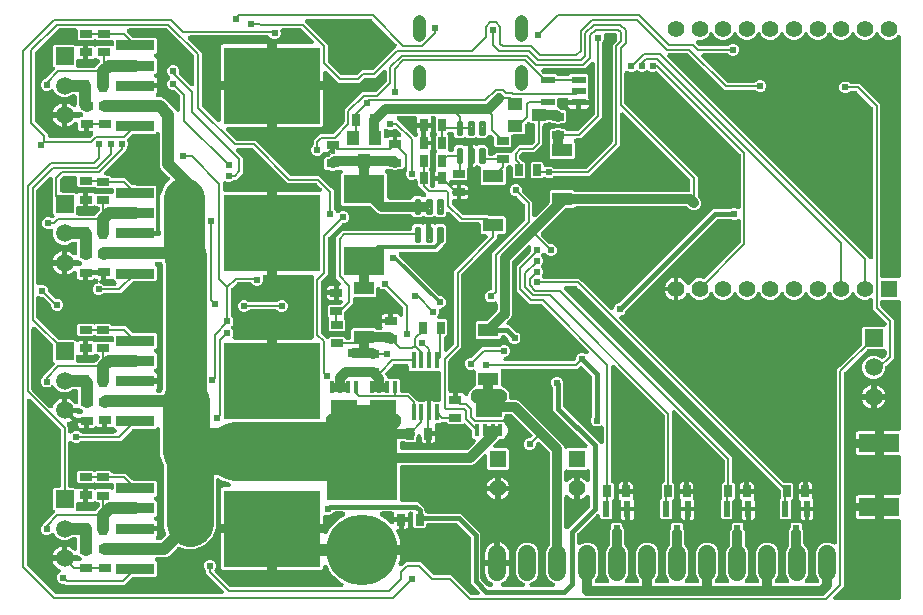
<source format=gbr>
G04 EAGLE Gerber RS-274X export*
G75*
%MOMM*%
%FSLAX34Y34*%
%LPD*%
%INBottom Copper*%
%IPPOS*%
%AMOC8*
5,1,8,0,0,1.08239X$1,22.5*%
G01*
%ADD10R,1.000000X0.650000*%
%ADD11R,0.650000X1.000000*%
%ADD12R,1.720000X1.120000*%
%ADD13R,1.508000X1.508000*%
%ADD14C,1.508000*%
%ADD15R,0.450000X1.400000*%
%ADD16R,3.500000X1.500000*%
%ADD17R,6.000000X6.000000*%
%ADD18C,6.000000*%
%ADD19R,3.500000X2.350000*%
%ADD20R,0.405000X0.990000*%
%ADD21R,0.405000X0.510000*%
%ADD22R,2.235000X1.725000*%
%ADD23R,0.200000X0.250000*%
%ADD24R,1.000000X1.270000*%
%ADD25R,1.270000X1.000000*%
%ADD26C,0.708000*%
%ADD27R,1.200000X0.550000*%
%ADD28R,3.200400X0.914400*%
%ADD29R,8.153400X6.502400*%
%ADD30C,0.295000*%
%ADD31R,0.558800X1.320800*%
%ADD32C,1.508000*%
%ADD33C,1.108000*%
%ADD34R,1.400000X1.400000*%
%ADD35C,1.400000*%
%ADD36R,1.408000X1.408000*%
%ADD37C,1.408000*%
%ADD38C,0.606400*%
%ADD39C,0.200000*%
%ADD40C,1.016000*%
%ADD41C,0.406400*%
%ADD42C,0.304800*%
%ADD43C,4.316000*%
%ADD44C,0.812800*%
%ADD45C,0.254000*%
%ADD46C,2.540000*%
%ADD47C,0.081278*%
%ADD48C,5.000000*%
%ADD49C,4.000000*%
%ADD50C,3.500000*%

G36*
X499408Y16066D02*
X499408Y16066D01*
X499417Y16065D01*
X499609Y16086D01*
X499799Y16105D01*
X499808Y16107D01*
X499817Y16108D01*
X499999Y16166D01*
X500184Y16223D01*
X500192Y16227D01*
X500201Y16230D01*
X500369Y16323D01*
X500538Y16415D01*
X500545Y16420D01*
X500553Y16425D01*
X500701Y16550D01*
X500848Y16672D01*
X500853Y16679D01*
X500860Y16685D01*
X500979Y16836D01*
X501100Y16986D01*
X501104Y16994D01*
X501110Y17001D01*
X501197Y17172D01*
X501285Y17343D01*
X501288Y17352D01*
X501292Y17360D01*
X501344Y17546D01*
X501397Y17730D01*
X501398Y17739D01*
X501400Y17748D01*
X501414Y17940D01*
X501430Y18132D01*
X501429Y18140D01*
X501429Y18149D01*
X501405Y18342D01*
X501383Y18531D01*
X501380Y18540D01*
X501379Y18549D01*
X501318Y18732D01*
X501258Y18914D01*
X501254Y18922D01*
X501251Y18930D01*
X501155Y19096D01*
X501060Y19265D01*
X501054Y19272D01*
X501050Y19279D01*
X500835Y19532D01*
X499812Y20556D01*
X498359Y24062D01*
X498359Y42938D01*
X499812Y46444D01*
X501240Y47873D01*
X501257Y47894D01*
X501277Y47911D01*
X501385Y48049D01*
X501495Y48184D01*
X501508Y48208D01*
X501524Y48229D01*
X501602Y48386D01*
X501684Y48540D01*
X501692Y48566D01*
X501704Y48590D01*
X501749Y48759D01*
X501799Y48926D01*
X501801Y48953D01*
X501808Y48979D01*
X501835Y49309D01*
X501835Y56264D01*
X501832Y56295D01*
X501834Y56326D01*
X501812Y56495D01*
X501795Y56665D01*
X501786Y56695D01*
X501782Y56726D01*
X501681Y57041D01*
X501435Y57634D01*
X501435Y60046D01*
X502448Y62491D01*
X502472Y62540D01*
X502554Y62694D01*
X502561Y62720D01*
X502574Y62744D01*
X502619Y62913D01*
X502669Y63079D01*
X502671Y63106D01*
X502678Y63133D01*
X502705Y63463D01*
X502705Y66273D01*
X503520Y67088D01*
X503526Y67095D01*
X503533Y67100D01*
X503654Y67251D01*
X503775Y67399D01*
X503780Y67407D01*
X503785Y67414D01*
X503801Y67445D01*
X510464Y67445D01*
X510473Y67446D01*
X510482Y67445D01*
X510673Y67466D01*
X510865Y67485D01*
X510873Y67487D01*
X510882Y67488D01*
X511066Y67546D01*
X511250Y67603D01*
X511258Y67607D01*
X511266Y67610D01*
X511434Y67703D01*
X511453Y67713D01*
X511472Y67549D01*
X511475Y67540D01*
X511476Y67531D01*
X511537Y67349D01*
X511597Y67166D01*
X511601Y67158D01*
X511604Y67150D01*
X511701Y66981D01*
X511795Y66815D01*
X511801Y66809D01*
X511805Y66801D01*
X512020Y66548D01*
X512295Y66273D01*
X512295Y64263D01*
X512297Y64237D01*
X512295Y64210D01*
X512317Y64036D01*
X512335Y63863D01*
X512342Y63837D01*
X512346Y63810D01*
X512401Y63645D01*
X512453Y63478D01*
X512466Y63454D01*
X512474Y63429D01*
X512561Y63278D01*
X512645Y63124D01*
X512662Y63103D01*
X512675Y63080D01*
X512890Y62827D01*
X513041Y62675D01*
X513769Y60920D01*
X513965Y60446D01*
X513965Y49309D01*
X513967Y49283D01*
X513965Y49256D01*
X513987Y49082D01*
X514005Y48909D01*
X514012Y48883D01*
X514016Y48857D01*
X514071Y48691D01*
X514123Y48524D01*
X514136Y48500D01*
X514144Y48475D01*
X514231Y48323D01*
X514314Y48170D01*
X514332Y48149D01*
X514345Y48126D01*
X514560Y47873D01*
X515988Y46444D01*
X517441Y42938D01*
X517441Y24062D01*
X515988Y20556D01*
X514965Y19532D01*
X514959Y19525D01*
X514952Y19520D01*
X514830Y19368D01*
X514710Y19221D01*
X514706Y19213D01*
X514700Y19206D01*
X514612Y19036D01*
X514521Y18865D01*
X514519Y18856D01*
X514515Y18849D01*
X514462Y18664D01*
X514406Y18479D01*
X514406Y18470D01*
X514403Y18462D01*
X514388Y18271D01*
X514370Y18078D01*
X514371Y18069D01*
X514370Y18060D01*
X514393Y17869D01*
X514413Y17678D01*
X514416Y17669D01*
X514417Y17661D01*
X514477Y17479D01*
X514535Y17294D01*
X514539Y17286D01*
X514542Y17278D01*
X514636Y17111D01*
X514730Y16942D01*
X514736Y16935D01*
X514740Y16927D01*
X514865Y16782D01*
X514990Y16635D01*
X514997Y16629D01*
X515003Y16622D01*
X515154Y16505D01*
X515306Y16385D01*
X515314Y16381D01*
X515321Y16376D01*
X515492Y16291D01*
X515665Y16203D01*
X515674Y16200D01*
X515682Y16196D01*
X515867Y16147D01*
X516053Y16095D01*
X516062Y16094D01*
X516071Y16092D01*
X516401Y16065D01*
X524799Y16065D01*
X524808Y16066D01*
X524817Y16065D01*
X525009Y16086D01*
X525199Y16105D01*
X525208Y16107D01*
X525217Y16108D01*
X525399Y16166D01*
X525584Y16223D01*
X525592Y16227D01*
X525601Y16230D01*
X525769Y16323D01*
X525938Y16415D01*
X525945Y16420D01*
X525953Y16425D01*
X526101Y16550D01*
X526248Y16672D01*
X526253Y16679D01*
X526260Y16685D01*
X526379Y16836D01*
X526500Y16986D01*
X526504Y16994D01*
X526510Y17001D01*
X526597Y17172D01*
X526685Y17343D01*
X526688Y17352D01*
X526692Y17360D01*
X526744Y17546D01*
X526797Y17730D01*
X526798Y17739D01*
X526800Y17748D01*
X526814Y17940D01*
X526830Y18132D01*
X526829Y18140D01*
X526829Y18149D01*
X526805Y18342D01*
X526783Y18531D01*
X526780Y18540D01*
X526779Y18549D01*
X526718Y18732D01*
X526658Y18914D01*
X526654Y18922D01*
X526651Y18930D01*
X526555Y19096D01*
X526460Y19265D01*
X526454Y19272D01*
X526450Y19279D01*
X526235Y19532D01*
X525212Y20556D01*
X523759Y24062D01*
X523759Y42938D01*
X525212Y46444D01*
X527896Y49128D01*
X531402Y50581D01*
X535198Y50581D01*
X538704Y49128D01*
X541388Y46444D01*
X542841Y42938D01*
X542841Y24062D01*
X541388Y20556D01*
X540365Y19532D01*
X540359Y19525D01*
X540352Y19520D01*
X540230Y19368D01*
X540110Y19221D01*
X540106Y19213D01*
X540100Y19206D01*
X540012Y19036D01*
X539921Y18865D01*
X539919Y18856D01*
X539915Y18849D01*
X539862Y18664D01*
X539806Y18479D01*
X539806Y18470D01*
X539803Y18462D01*
X539788Y18271D01*
X539770Y18078D01*
X539771Y18069D01*
X539770Y18060D01*
X539793Y17869D01*
X539813Y17678D01*
X539816Y17669D01*
X539817Y17661D01*
X539877Y17479D01*
X539935Y17294D01*
X539939Y17286D01*
X539942Y17278D01*
X540036Y17111D01*
X540130Y16942D01*
X540136Y16935D01*
X540140Y16927D01*
X540265Y16782D01*
X540390Y16635D01*
X540397Y16629D01*
X540403Y16622D01*
X540554Y16505D01*
X540706Y16385D01*
X540714Y16381D01*
X540721Y16376D01*
X540892Y16291D01*
X541065Y16203D01*
X541074Y16200D01*
X541082Y16196D01*
X541267Y16147D01*
X541453Y16095D01*
X541462Y16094D01*
X541471Y16092D01*
X541801Y16065D01*
X550199Y16065D01*
X550208Y16066D01*
X550217Y16065D01*
X550409Y16086D01*
X550599Y16105D01*
X550608Y16107D01*
X550617Y16108D01*
X550799Y16166D01*
X550984Y16223D01*
X550992Y16227D01*
X551001Y16230D01*
X551169Y16323D01*
X551338Y16415D01*
X551345Y16420D01*
X551353Y16425D01*
X551501Y16550D01*
X551648Y16672D01*
X551653Y16679D01*
X551660Y16685D01*
X551779Y16836D01*
X551900Y16986D01*
X551904Y16994D01*
X551910Y17001D01*
X551997Y17172D01*
X552085Y17343D01*
X552088Y17352D01*
X552092Y17360D01*
X552144Y17546D01*
X552197Y17730D01*
X552198Y17739D01*
X552200Y17748D01*
X552214Y17940D01*
X552230Y18132D01*
X552229Y18140D01*
X552229Y18149D01*
X552205Y18342D01*
X552183Y18531D01*
X552180Y18540D01*
X552179Y18549D01*
X552118Y18732D01*
X552058Y18914D01*
X552054Y18922D01*
X552051Y18930D01*
X551955Y19096D01*
X551860Y19265D01*
X551854Y19272D01*
X551850Y19279D01*
X551635Y19532D01*
X550612Y20556D01*
X549159Y24062D01*
X549159Y42938D01*
X550612Y46444D01*
X552040Y47873D01*
X552057Y47894D01*
X552077Y47911D01*
X552185Y48049D01*
X552295Y48184D01*
X552308Y48208D01*
X552324Y48229D01*
X552402Y48386D01*
X552484Y48540D01*
X552492Y48566D01*
X552504Y48590D01*
X552549Y48759D01*
X552599Y48926D01*
X552601Y48953D01*
X552608Y48979D01*
X552635Y49309D01*
X552635Y56747D01*
X552632Y56778D01*
X552634Y56809D01*
X552612Y56978D01*
X552595Y57148D01*
X552586Y57177D01*
X552582Y57208D01*
X552481Y57524D01*
X552435Y57634D01*
X552435Y60046D01*
X553448Y62492D01*
X553472Y62540D01*
X553554Y62694D01*
X553562Y62720D01*
X553574Y62744D01*
X553619Y62913D01*
X553669Y63080D01*
X553671Y63107D01*
X553678Y63133D01*
X553705Y63463D01*
X553705Y66273D01*
X554520Y67088D01*
X554526Y67095D01*
X554533Y67100D01*
X554654Y67251D01*
X554775Y67399D01*
X554780Y67407D01*
X554785Y67414D01*
X554801Y67445D01*
X561464Y67445D01*
X561473Y67446D01*
X561482Y67445D01*
X561673Y67466D01*
X561865Y67485D01*
X561873Y67487D01*
X561882Y67488D01*
X562066Y67546D01*
X562250Y67603D01*
X562258Y67607D01*
X562266Y67610D01*
X562434Y67703D01*
X562453Y67713D01*
X562472Y67549D01*
X562475Y67540D01*
X562476Y67531D01*
X562537Y67349D01*
X562597Y67166D01*
X562601Y67158D01*
X562604Y67150D01*
X562701Y66981D01*
X562795Y66815D01*
X562801Y66809D01*
X562805Y66801D01*
X563020Y66548D01*
X563295Y66273D01*
X563295Y63863D01*
X563297Y63837D01*
X563295Y63810D01*
X563317Y63636D01*
X563335Y63463D01*
X563342Y63437D01*
X563346Y63411D01*
X563401Y63245D01*
X563453Y63078D01*
X563466Y63054D01*
X563474Y63029D01*
X563561Y62877D01*
X563645Y62724D01*
X563662Y62703D01*
X563675Y62680D01*
X563834Y62492D01*
X564548Y60769D01*
X564765Y60246D01*
X564765Y49309D01*
X564767Y49283D01*
X564765Y49256D01*
X564787Y49082D01*
X564805Y48909D01*
X564812Y48883D01*
X564816Y48857D01*
X564871Y48691D01*
X564923Y48524D01*
X564936Y48500D01*
X564944Y48475D01*
X565031Y48323D01*
X565114Y48170D01*
X565132Y48149D01*
X565145Y48126D01*
X565360Y47873D01*
X566788Y46444D01*
X568241Y42938D01*
X568241Y24062D01*
X566788Y20556D01*
X565765Y19532D01*
X565759Y19525D01*
X565752Y19520D01*
X565630Y19368D01*
X565510Y19221D01*
X565506Y19213D01*
X565500Y19206D01*
X565412Y19036D01*
X565321Y18865D01*
X565319Y18856D01*
X565315Y18849D01*
X565262Y18664D01*
X565206Y18479D01*
X565206Y18470D01*
X565203Y18462D01*
X565188Y18271D01*
X565170Y18078D01*
X565171Y18069D01*
X565170Y18060D01*
X565193Y17869D01*
X565213Y17678D01*
X565216Y17669D01*
X565217Y17661D01*
X565277Y17479D01*
X565335Y17294D01*
X565339Y17286D01*
X565342Y17278D01*
X565436Y17111D01*
X565530Y16942D01*
X565536Y16935D01*
X565540Y16927D01*
X565665Y16782D01*
X565790Y16635D01*
X565797Y16629D01*
X565803Y16622D01*
X565954Y16505D01*
X566106Y16385D01*
X566114Y16381D01*
X566121Y16376D01*
X566292Y16291D01*
X566465Y16203D01*
X566474Y16200D01*
X566482Y16196D01*
X566667Y16147D01*
X566853Y16095D01*
X566862Y16094D01*
X566871Y16092D01*
X567201Y16065D01*
X575599Y16065D01*
X575608Y16066D01*
X575617Y16065D01*
X575809Y16086D01*
X575999Y16105D01*
X576008Y16107D01*
X576017Y16108D01*
X576199Y16166D01*
X576384Y16223D01*
X576392Y16227D01*
X576401Y16230D01*
X576569Y16323D01*
X576738Y16415D01*
X576745Y16420D01*
X576753Y16425D01*
X576901Y16550D01*
X577048Y16672D01*
X577053Y16679D01*
X577060Y16685D01*
X577179Y16836D01*
X577300Y16986D01*
X577304Y16994D01*
X577310Y17001D01*
X577397Y17172D01*
X577485Y17343D01*
X577488Y17352D01*
X577492Y17360D01*
X577544Y17546D01*
X577597Y17730D01*
X577598Y17739D01*
X577600Y17748D01*
X577614Y17940D01*
X577630Y18132D01*
X577629Y18140D01*
X577629Y18149D01*
X577605Y18342D01*
X577583Y18531D01*
X577580Y18540D01*
X577579Y18549D01*
X577518Y18732D01*
X577458Y18914D01*
X577454Y18922D01*
X577451Y18930D01*
X577355Y19096D01*
X577260Y19265D01*
X577254Y19272D01*
X577250Y19279D01*
X577035Y19532D01*
X576012Y20556D01*
X574559Y24062D01*
X574559Y42938D01*
X576012Y46444D01*
X578696Y49128D01*
X582202Y50581D01*
X585998Y50581D01*
X589504Y49128D01*
X592188Y46444D01*
X593641Y42938D01*
X593641Y24062D01*
X592188Y20556D01*
X591165Y19532D01*
X591159Y19525D01*
X591152Y19520D01*
X591030Y19368D01*
X590910Y19221D01*
X590906Y19213D01*
X590900Y19206D01*
X590812Y19036D01*
X590721Y18865D01*
X590719Y18856D01*
X590715Y18849D01*
X590662Y18664D01*
X590606Y18479D01*
X590606Y18470D01*
X590603Y18462D01*
X590588Y18271D01*
X590570Y18078D01*
X590571Y18069D01*
X590570Y18060D01*
X590593Y17869D01*
X590613Y17678D01*
X590616Y17669D01*
X590617Y17661D01*
X590677Y17479D01*
X590735Y17294D01*
X590739Y17286D01*
X590742Y17278D01*
X590836Y17111D01*
X590930Y16942D01*
X590936Y16935D01*
X590940Y16927D01*
X591065Y16782D01*
X591190Y16635D01*
X591197Y16629D01*
X591203Y16622D01*
X591354Y16505D01*
X591506Y16385D01*
X591514Y16381D01*
X591521Y16376D01*
X591692Y16291D01*
X591865Y16203D01*
X591874Y16200D01*
X591882Y16196D01*
X592067Y16147D01*
X592253Y16095D01*
X592262Y16094D01*
X592271Y16092D01*
X592601Y16065D01*
X600999Y16065D01*
X601008Y16066D01*
X601017Y16065D01*
X601209Y16086D01*
X601399Y16105D01*
X601408Y16107D01*
X601417Y16108D01*
X601599Y16166D01*
X601784Y16223D01*
X601792Y16227D01*
X601801Y16230D01*
X601969Y16323D01*
X602138Y16415D01*
X602145Y16420D01*
X602153Y16425D01*
X602301Y16550D01*
X602448Y16672D01*
X602453Y16679D01*
X602460Y16685D01*
X602579Y16836D01*
X602700Y16986D01*
X602704Y16994D01*
X602710Y17001D01*
X602797Y17172D01*
X602885Y17343D01*
X602888Y17352D01*
X602892Y17360D01*
X602944Y17546D01*
X602997Y17730D01*
X602998Y17739D01*
X603000Y17748D01*
X603014Y17940D01*
X603030Y18132D01*
X603029Y18140D01*
X603029Y18149D01*
X603005Y18342D01*
X602983Y18531D01*
X602980Y18540D01*
X602979Y18549D01*
X602918Y18732D01*
X602858Y18914D01*
X602854Y18922D01*
X602851Y18930D01*
X602755Y19096D01*
X602660Y19265D01*
X602654Y19272D01*
X602650Y19279D01*
X602435Y19532D01*
X601412Y20556D01*
X599959Y24062D01*
X599959Y42938D01*
X601412Y46444D01*
X603140Y48173D01*
X603157Y48194D01*
X603178Y48211D01*
X603285Y48349D01*
X603395Y48484D01*
X603408Y48508D01*
X603424Y48529D01*
X603502Y48686D01*
X603584Y48840D01*
X603592Y48866D01*
X603604Y48890D01*
X603649Y49059D01*
X603699Y49226D01*
X603701Y49253D01*
X603708Y49279D01*
X603735Y49609D01*
X603735Y60046D01*
X604748Y62492D01*
X604772Y62540D01*
X604854Y62694D01*
X604862Y62720D01*
X604874Y62744D01*
X604919Y62913D01*
X604969Y63080D01*
X604971Y63107D01*
X604978Y63133D01*
X605005Y63463D01*
X605005Y66273D01*
X605820Y67088D01*
X605826Y67095D01*
X605833Y67100D01*
X605954Y67251D01*
X606075Y67399D01*
X606080Y67407D01*
X606085Y67414D01*
X606101Y67445D01*
X612764Y67445D01*
X612773Y67446D01*
X612782Y67445D01*
X612973Y67466D01*
X613165Y67485D01*
X613173Y67487D01*
X613182Y67488D01*
X613366Y67546D01*
X613550Y67603D01*
X613558Y67607D01*
X613566Y67610D01*
X613734Y67703D01*
X613753Y67713D01*
X613772Y67549D01*
X613775Y67540D01*
X613776Y67531D01*
X613837Y67349D01*
X613897Y67166D01*
X613901Y67158D01*
X613904Y67150D01*
X614001Y66981D01*
X614095Y66815D01*
X614101Y66809D01*
X614105Y66801D01*
X614320Y66548D01*
X614595Y66273D01*
X614595Y63463D01*
X614597Y63437D01*
X614595Y63410D01*
X614617Y63236D01*
X614635Y63063D01*
X614642Y63037D01*
X614646Y63011D01*
X614701Y62845D01*
X614753Y62678D01*
X614766Y62654D01*
X614774Y62629D01*
X614849Y62500D01*
X615865Y60046D01*
X615865Y49009D01*
X615867Y48983D01*
X615865Y48956D01*
X615887Y48782D01*
X615905Y48609D01*
X615912Y48583D01*
X615916Y48557D01*
X615971Y48391D01*
X616023Y48224D01*
X616036Y48200D01*
X616044Y48175D01*
X616131Y48023D01*
X616215Y47870D01*
X616232Y47849D01*
X616245Y47826D01*
X616460Y47573D01*
X617588Y46444D01*
X619041Y42938D01*
X619041Y24062D01*
X617588Y20556D01*
X616565Y19532D01*
X616559Y19525D01*
X616552Y19520D01*
X616430Y19368D01*
X616310Y19221D01*
X616306Y19213D01*
X616300Y19206D01*
X616212Y19036D01*
X616121Y18865D01*
X616119Y18856D01*
X616115Y18849D01*
X616062Y18664D01*
X616006Y18479D01*
X616006Y18470D01*
X616003Y18462D01*
X615988Y18271D01*
X615970Y18078D01*
X615971Y18069D01*
X615970Y18060D01*
X615993Y17869D01*
X616013Y17678D01*
X616016Y17669D01*
X616017Y17661D01*
X616077Y17479D01*
X616135Y17294D01*
X616139Y17286D01*
X616142Y17278D01*
X616236Y17111D01*
X616330Y16942D01*
X616336Y16935D01*
X616340Y16927D01*
X616465Y16782D01*
X616590Y16635D01*
X616597Y16629D01*
X616603Y16622D01*
X616754Y16505D01*
X616906Y16385D01*
X616914Y16381D01*
X616921Y16376D01*
X617092Y16291D01*
X617265Y16203D01*
X617274Y16200D01*
X617282Y16196D01*
X617467Y16147D01*
X617653Y16095D01*
X617662Y16094D01*
X617671Y16092D01*
X618001Y16065D01*
X626399Y16065D01*
X626408Y16066D01*
X626417Y16065D01*
X626609Y16086D01*
X626799Y16105D01*
X626808Y16107D01*
X626817Y16108D01*
X626999Y16166D01*
X627184Y16223D01*
X627192Y16227D01*
X627201Y16230D01*
X627369Y16323D01*
X627538Y16415D01*
X627545Y16420D01*
X627553Y16425D01*
X627701Y16550D01*
X627848Y16672D01*
X627853Y16679D01*
X627860Y16685D01*
X627979Y16836D01*
X628100Y16986D01*
X628104Y16994D01*
X628110Y17001D01*
X628197Y17172D01*
X628285Y17343D01*
X628288Y17352D01*
X628292Y17360D01*
X628344Y17546D01*
X628397Y17730D01*
X628398Y17739D01*
X628400Y17748D01*
X628414Y17940D01*
X628430Y18132D01*
X628429Y18140D01*
X628429Y18149D01*
X628405Y18342D01*
X628383Y18531D01*
X628380Y18540D01*
X628379Y18549D01*
X628318Y18732D01*
X628258Y18914D01*
X628254Y18922D01*
X628251Y18930D01*
X628155Y19096D01*
X628060Y19265D01*
X628054Y19272D01*
X628050Y19279D01*
X627835Y19532D01*
X626812Y20556D01*
X625359Y24062D01*
X625359Y42938D01*
X626812Y46444D01*
X629496Y49128D01*
X633002Y50581D01*
X636798Y50581D01*
X640304Y49128D01*
X642988Y46444D01*
X644441Y42938D01*
X644441Y24062D01*
X642988Y20556D01*
X641965Y19532D01*
X641959Y19525D01*
X641952Y19520D01*
X641830Y19368D01*
X641710Y19221D01*
X641706Y19213D01*
X641700Y19206D01*
X641612Y19036D01*
X641521Y18865D01*
X641519Y18856D01*
X641515Y18849D01*
X641462Y18664D01*
X641406Y18479D01*
X641406Y18470D01*
X641403Y18462D01*
X641388Y18271D01*
X641370Y18078D01*
X641371Y18069D01*
X641370Y18060D01*
X641393Y17869D01*
X641413Y17678D01*
X641416Y17669D01*
X641417Y17661D01*
X641477Y17479D01*
X641535Y17294D01*
X641539Y17286D01*
X641542Y17278D01*
X641636Y17111D01*
X641730Y16942D01*
X641736Y16935D01*
X641740Y16927D01*
X641865Y16782D01*
X641990Y16635D01*
X641997Y16629D01*
X642003Y16622D01*
X642154Y16505D01*
X642306Y16385D01*
X642314Y16381D01*
X642321Y16376D01*
X642492Y16291D01*
X642665Y16203D01*
X642674Y16200D01*
X642682Y16196D01*
X642867Y16147D01*
X643053Y16095D01*
X643062Y16094D01*
X643071Y16092D01*
X643401Y16065D01*
X651799Y16065D01*
X651808Y16066D01*
X651817Y16065D01*
X652009Y16086D01*
X652199Y16105D01*
X652208Y16107D01*
X652217Y16108D01*
X652399Y16166D01*
X652584Y16223D01*
X652592Y16227D01*
X652601Y16230D01*
X652769Y16323D01*
X652938Y16415D01*
X652945Y16420D01*
X652953Y16425D01*
X653101Y16550D01*
X653248Y16672D01*
X653253Y16679D01*
X653260Y16685D01*
X653379Y16836D01*
X653500Y16986D01*
X653504Y16994D01*
X653510Y17001D01*
X653597Y17172D01*
X653685Y17343D01*
X653688Y17352D01*
X653692Y17360D01*
X653744Y17546D01*
X653797Y17730D01*
X653798Y17739D01*
X653800Y17748D01*
X653814Y17940D01*
X653830Y18132D01*
X653829Y18140D01*
X653829Y18149D01*
X653805Y18342D01*
X653783Y18531D01*
X653780Y18540D01*
X653779Y18549D01*
X653718Y18732D01*
X653658Y18914D01*
X653654Y18922D01*
X653651Y18930D01*
X653555Y19096D01*
X653460Y19265D01*
X653454Y19272D01*
X653450Y19279D01*
X653235Y19532D01*
X652212Y20556D01*
X650759Y24062D01*
X650759Y42938D01*
X652212Y46444D01*
X652840Y47073D01*
X652857Y47094D01*
X652878Y47111D01*
X652985Y47249D01*
X653095Y47384D01*
X653108Y47408D01*
X653124Y47429D01*
X653202Y47586D01*
X653284Y47740D01*
X653292Y47766D01*
X653304Y47790D01*
X653349Y47959D01*
X653399Y48126D01*
X653401Y48153D01*
X653408Y48179D01*
X653435Y48509D01*
X653435Y60046D01*
X654448Y62491D01*
X654472Y62540D01*
X654554Y62694D01*
X654561Y62720D01*
X654574Y62744D01*
X654619Y62913D01*
X654669Y63079D01*
X654671Y63106D01*
X654678Y63133D01*
X654705Y63463D01*
X654705Y66273D01*
X655520Y67088D01*
X655526Y67095D01*
X655533Y67100D01*
X655654Y67251D01*
X655775Y67399D01*
X655780Y67407D01*
X655785Y67414D01*
X655801Y67445D01*
X662464Y67445D01*
X662473Y67446D01*
X662482Y67445D01*
X662673Y67466D01*
X662865Y67485D01*
X662873Y67487D01*
X662882Y67488D01*
X663066Y67546D01*
X663250Y67603D01*
X663258Y67607D01*
X663266Y67610D01*
X663434Y67703D01*
X663453Y67713D01*
X663472Y67549D01*
X663475Y67540D01*
X663476Y67531D01*
X663537Y67349D01*
X663597Y67166D01*
X663601Y67158D01*
X663604Y67150D01*
X663701Y66981D01*
X663795Y66815D01*
X663801Y66809D01*
X663805Y66801D01*
X664020Y66548D01*
X664295Y66273D01*
X664295Y63463D01*
X664297Y63436D01*
X664295Y63409D01*
X664317Y63236D01*
X664335Y63063D01*
X664343Y63037D01*
X664346Y63010D01*
X664402Y62845D01*
X664453Y62678D01*
X664466Y62654D01*
X664474Y62628D01*
X664549Y62499D01*
X665565Y60046D01*
X665565Y50109D01*
X665567Y50083D01*
X665565Y50056D01*
X665587Y49882D01*
X665605Y49709D01*
X665612Y49683D01*
X665616Y49657D01*
X665671Y49491D01*
X665723Y49324D01*
X665736Y49300D01*
X665744Y49275D01*
X665831Y49123D01*
X665915Y48970D01*
X665932Y48949D01*
X665945Y48926D01*
X666160Y48673D01*
X668388Y46444D01*
X669841Y42938D01*
X669841Y24062D01*
X668388Y20556D01*
X667365Y19532D01*
X667359Y19525D01*
X667352Y19520D01*
X667230Y19368D01*
X667110Y19221D01*
X667106Y19213D01*
X667100Y19206D01*
X667012Y19036D01*
X666921Y18865D01*
X666919Y18856D01*
X666915Y18849D01*
X666862Y18664D01*
X666806Y18479D01*
X666806Y18470D01*
X666803Y18462D01*
X666788Y18271D01*
X666770Y18078D01*
X666771Y18069D01*
X666770Y18060D01*
X666793Y17869D01*
X666813Y17678D01*
X666816Y17669D01*
X666817Y17661D01*
X666877Y17479D01*
X666935Y17294D01*
X666939Y17286D01*
X666942Y17278D01*
X667036Y17111D01*
X667130Y16942D01*
X667136Y16935D01*
X667140Y16927D01*
X667265Y16782D01*
X667390Y16635D01*
X667397Y16629D01*
X667403Y16622D01*
X667554Y16505D01*
X667706Y16385D01*
X667714Y16381D01*
X667721Y16376D01*
X667892Y16291D01*
X668065Y16203D01*
X668074Y16200D01*
X668082Y16196D01*
X668267Y16147D01*
X668453Y16095D01*
X668462Y16094D01*
X668471Y16092D01*
X668801Y16065D01*
X677199Y16065D01*
X677208Y16066D01*
X677217Y16065D01*
X677409Y16086D01*
X677599Y16105D01*
X677608Y16107D01*
X677617Y16108D01*
X677799Y16166D01*
X677984Y16223D01*
X677992Y16227D01*
X678001Y16230D01*
X678169Y16323D01*
X678338Y16415D01*
X678345Y16420D01*
X678353Y16425D01*
X678501Y16550D01*
X678648Y16672D01*
X678653Y16679D01*
X678660Y16685D01*
X678779Y16836D01*
X678900Y16986D01*
X678904Y16994D01*
X678910Y17001D01*
X678997Y17172D01*
X679085Y17343D01*
X679088Y17352D01*
X679092Y17360D01*
X679144Y17546D01*
X679197Y17730D01*
X679198Y17739D01*
X679200Y17748D01*
X679214Y17940D01*
X679230Y18132D01*
X679229Y18140D01*
X679229Y18149D01*
X679205Y18342D01*
X679183Y18531D01*
X679180Y18540D01*
X679179Y18549D01*
X679118Y18732D01*
X679058Y18914D01*
X679054Y18922D01*
X679051Y18930D01*
X678955Y19096D01*
X678860Y19265D01*
X678854Y19272D01*
X678850Y19279D01*
X678635Y19532D01*
X677612Y20556D01*
X676159Y24062D01*
X676159Y42938D01*
X677612Y46444D01*
X680296Y49128D01*
X683802Y50581D01*
X687598Y50581D01*
X691191Y49092D01*
X691204Y49089D01*
X691215Y49082D01*
X691395Y49031D01*
X691576Y48976D01*
X691589Y48975D01*
X691602Y48971D01*
X691790Y48956D01*
X691977Y48938D01*
X691990Y48939D01*
X692004Y48938D01*
X692190Y48960D01*
X692377Y48980D01*
X692390Y48984D01*
X692403Y48985D01*
X692582Y49043D01*
X692762Y49099D01*
X692773Y49106D01*
X692786Y49110D01*
X692950Y49202D01*
X693115Y49293D01*
X693125Y49301D01*
X693137Y49308D01*
X693279Y49430D01*
X693423Y49552D01*
X693431Y49562D01*
X693442Y49571D01*
X693556Y49719D01*
X693674Y49867D01*
X693680Y49879D01*
X693688Y49889D01*
X693771Y50056D01*
X693858Y50225D01*
X693862Y50238D01*
X693868Y50250D01*
X693916Y50431D01*
X693968Y50612D01*
X693969Y50625D01*
X693972Y50638D01*
X693999Y50969D01*
X693999Y197243D01*
X696352Y199596D01*
X714864Y218108D01*
X714881Y218129D01*
X714902Y218146D01*
X715009Y218284D01*
X715119Y218419D01*
X715132Y218443D01*
X715148Y218464D01*
X715226Y218621D01*
X715308Y218775D01*
X715316Y218801D01*
X715328Y218825D01*
X715373Y218994D01*
X715423Y219161D01*
X715425Y219188D01*
X715432Y219214D01*
X715459Y219544D01*
X715459Y232369D01*
X716631Y233541D01*
X733968Y233541D01*
X733986Y233543D01*
X734004Y233541D01*
X734186Y233562D01*
X734369Y233581D01*
X734386Y233586D01*
X734403Y233588D01*
X734578Y233645D01*
X734754Y233699D01*
X734769Y233707D01*
X734786Y233713D01*
X734946Y233803D01*
X735108Y233891D01*
X735121Y233902D01*
X735137Y233911D01*
X735276Y234031D01*
X735417Y234148D01*
X735428Y234162D01*
X735442Y234174D01*
X735554Y234319D01*
X735669Y234462D01*
X735677Y234478D01*
X735688Y234492D01*
X735770Y234657D01*
X735855Y234819D01*
X735860Y234836D01*
X735868Y234852D01*
X735915Y235031D01*
X735966Y235206D01*
X735968Y235224D01*
X735972Y235241D01*
X735999Y235572D01*
X735999Y235916D01*
X735997Y235942D01*
X735999Y235969D01*
X735977Y236143D01*
X735959Y236316D01*
X735952Y236342D01*
X735948Y236368D01*
X735893Y236534D01*
X735841Y236701D01*
X735828Y236725D01*
X735820Y236750D01*
X735733Y236902D01*
X735649Y237055D01*
X735632Y237076D01*
X735619Y237099D01*
X735404Y237352D01*
X724699Y248057D01*
X724699Y255517D01*
X724698Y255530D01*
X724699Y255544D01*
X724678Y255730D01*
X724659Y255918D01*
X724655Y255930D01*
X724654Y255944D01*
X724597Y256121D01*
X724541Y256302D01*
X724535Y256314D01*
X724531Y256327D01*
X724439Y256491D01*
X724349Y256656D01*
X724341Y256667D01*
X724334Y256678D01*
X724211Y256822D01*
X724092Y256966D01*
X724081Y256974D01*
X724073Y256984D01*
X723924Y257100D01*
X723778Y257218D01*
X723766Y257224D01*
X723756Y257233D01*
X723587Y257317D01*
X723421Y257404D01*
X723408Y257407D01*
X723396Y257413D01*
X723214Y257463D01*
X723034Y257515D01*
X723020Y257516D01*
X723007Y257520D01*
X722821Y257532D01*
X722632Y257548D01*
X722619Y257546D01*
X722606Y257547D01*
X722420Y257523D01*
X722233Y257501D01*
X722220Y257497D01*
X722207Y257495D01*
X721891Y257394D01*
X719490Y256399D01*
X715910Y256399D01*
X712602Y257770D01*
X710070Y260301D01*
X709577Y261492D01*
X709572Y261500D01*
X709570Y261508D01*
X709478Y261675D01*
X709386Y261846D01*
X709381Y261853D01*
X709376Y261861D01*
X709253Y262008D01*
X709130Y262157D01*
X709123Y262162D01*
X709117Y262169D01*
X708967Y262289D01*
X708817Y262411D01*
X708809Y262415D01*
X708803Y262420D01*
X708632Y262508D01*
X708461Y262598D01*
X708452Y262600D01*
X708444Y262604D01*
X708260Y262656D01*
X708075Y262711D01*
X708066Y262711D01*
X708057Y262714D01*
X707866Y262729D01*
X707673Y262745D01*
X707664Y262744D01*
X707656Y262745D01*
X707465Y262722D01*
X707273Y262700D01*
X707265Y262697D01*
X707256Y262696D01*
X707073Y262636D01*
X706890Y262577D01*
X706882Y262573D01*
X706874Y262570D01*
X706706Y262474D01*
X706539Y262381D01*
X706532Y262375D01*
X706524Y262370D01*
X706379Y262244D01*
X706233Y262119D01*
X706227Y262112D01*
X706220Y262106D01*
X706103Y261953D01*
X705984Y261802D01*
X705980Y261794D01*
X705975Y261787D01*
X705823Y261492D01*
X705330Y260302D01*
X702798Y257770D01*
X699490Y256399D01*
X695910Y256399D01*
X692602Y257770D01*
X690070Y260301D01*
X689577Y261492D01*
X689572Y261500D01*
X689570Y261508D01*
X689478Y261675D01*
X689386Y261846D01*
X689381Y261853D01*
X689376Y261861D01*
X689253Y262008D01*
X689130Y262157D01*
X689123Y262162D01*
X689117Y262169D01*
X688967Y262289D01*
X688817Y262411D01*
X688809Y262415D01*
X688803Y262420D01*
X688632Y262508D01*
X688461Y262598D01*
X688452Y262600D01*
X688444Y262604D01*
X688260Y262656D01*
X688075Y262711D01*
X688066Y262711D01*
X688057Y262714D01*
X687866Y262729D01*
X687673Y262745D01*
X687664Y262744D01*
X687656Y262745D01*
X687465Y262722D01*
X687273Y262700D01*
X687265Y262697D01*
X687256Y262696D01*
X687073Y262636D01*
X686890Y262577D01*
X686882Y262573D01*
X686874Y262570D01*
X686706Y262474D01*
X686539Y262381D01*
X686532Y262375D01*
X686524Y262370D01*
X686379Y262244D01*
X686233Y262119D01*
X686227Y262112D01*
X686220Y262106D01*
X686103Y261953D01*
X685984Y261802D01*
X685980Y261794D01*
X685975Y261787D01*
X685823Y261492D01*
X685330Y260302D01*
X682798Y257770D01*
X679490Y256399D01*
X675910Y256399D01*
X672602Y257770D01*
X670070Y260301D01*
X669577Y261492D01*
X669572Y261500D01*
X669570Y261508D01*
X669478Y261675D01*
X669386Y261846D01*
X669381Y261853D01*
X669376Y261861D01*
X669253Y262008D01*
X669130Y262157D01*
X669123Y262162D01*
X669117Y262169D01*
X668967Y262289D01*
X668817Y262411D01*
X668809Y262415D01*
X668803Y262420D01*
X668632Y262508D01*
X668461Y262598D01*
X668452Y262600D01*
X668444Y262604D01*
X668260Y262656D01*
X668075Y262711D01*
X668066Y262711D01*
X668057Y262714D01*
X667866Y262729D01*
X667673Y262745D01*
X667664Y262744D01*
X667656Y262745D01*
X667465Y262722D01*
X667273Y262700D01*
X667265Y262697D01*
X667256Y262696D01*
X667073Y262636D01*
X666890Y262577D01*
X666882Y262573D01*
X666874Y262570D01*
X666706Y262474D01*
X666539Y262381D01*
X666532Y262375D01*
X666524Y262370D01*
X666379Y262244D01*
X666233Y262119D01*
X666227Y262112D01*
X666220Y262106D01*
X666103Y261953D01*
X665984Y261802D01*
X665980Y261794D01*
X665975Y261787D01*
X665823Y261492D01*
X665330Y260302D01*
X662798Y257770D01*
X659490Y256399D01*
X655910Y256399D01*
X652602Y257770D01*
X650070Y260301D01*
X649577Y261492D01*
X649572Y261500D01*
X649570Y261508D01*
X649478Y261675D01*
X649386Y261846D01*
X649381Y261853D01*
X649376Y261861D01*
X649253Y262008D01*
X649130Y262157D01*
X649123Y262162D01*
X649117Y262169D01*
X648967Y262289D01*
X648817Y262411D01*
X648809Y262415D01*
X648803Y262420D01*
X648632Y262508D01*
X648461Y262598D01*
X648452Y262600D01*
X648444Y262604D01*
X648260Y262656D01*
X648075Y262711D01*
X648066Y262711D01*
X648057Y262714D01*
X647866Y262729D01*
X647673Y262745D01*
X647664Y262744D01*
X647656Y262745D01*
X647465Y262722D01*
X647273Y262700D01*
X647265Y262697D01*
X647256Y262696D01*
X647073Y262636D01*
X646890Y262577D01*
X646882Y262573D01*
X646874Y262570D01*
X646706Y262474D01*
X646539Y262381D01*
X646532Y262375D01*
X646524Y262370D01*
X646379Y262244D01*
X646233Y262119D01*
X646227Y262112D01*
X646220Y262106D01*
X646103Y261953D01*
X645984Y261802D01*
X645980Y261794D01*
X645975Y261787D01*
X645823Y261492D01*
X645330Y260302D01*
X642798Y257770D01*
X639490Y256399D01*
X635910Y256399D01*
X632602Y257770D01*
X630070Y260301D01*
X629577Y261492D01*
X629572Y261500D01*
X629570Y261508D01*
X629478Y261675D01*
X629386Y261846D01*
X629381Y261853D01*
X629376Y261861D01*
X629253Y262008D01*
X629130Y262157D01*
X629123Y262162D01*
X629117Y262169D01*
X628967Y262289D01*
X628817Y262411D01*
X628809Y262415D01*
X628803Y262420D01*
X628632Y262508D01*
X628461Y262598D01*
X628452Y262600D01*
X628444Y262604D01*
X628260Y262656D01*
X628075Y262711D01*
X628066Y262711D01*
X628057Y262714D01*
X627866Y262729D01*
X627673Y262745D01*
X627664Y262744D01*
X627656Y262745D01*
X627465Y262722D01*
X627273Y262700D01*
X627265Y262697D01*
X627256Y262696D01*
X627073Y262636D01*
X626890Y262577D01*
X626882Y262573D01*
X626874Y262570D01*
X626706Y262474D01*
X626539Y262381D01*
X626532Y262375D01*
X626524Y262370D01*
X626379Y262244D01*
X626233Y262119D01*
X626227Y262112D01*
X626220Y262106D01*
X626103Y261953D01*
X625984Y261802D01*
X625980Y261794D01*
X625975Y261787D01*
X625823Y261492D01*
X625330Y260302D01*
X622798Y257770D01*
X619490Y256399D01*
X615910Y256399D01*
X612602Y257770D01*
X610070Y260301D01*
X609577Y261492D01*
X609572Y261500D01*
X609570Y261508D01*
X609478Y261675D01*
X609386Y261846D01*
X609381Y261853D01*
X609376Y261861D01*
X609253Y262008D01*
X609130Y262157D01*
X609123Y262162D01*
X609117Y262169D01*
X608967Y262289D01*
X608817Y262411D01*
X608809Y262415D01*
X608803Y262420D01*
X608632Y262508D01*
X608461Y262598D01*
X608452Y262600D01*
X608444Y262604D01*
X608260Y262656D01*
X608075Y262711D01*
X608066Y262711D01*
X608057Y262714D01*
X607866Y262729D01*
X607673Y262745D01*
X607664Y262744D01*
X607656Y262745D01*
X607465Y262722D01*
X607273Y262700D01*
X607265Y262697D01*
X607256Y262696D01*
X607073Y262636D01*
X606890Y262577D01*
X606882Y262573D01*
X606874Y262570D01*
X606706Y262474D01*
X606539Y262381D01*
X606532Y262375D01*
X606524Y262370D01*
X606379Y262244D01*
X606233Y262119D01*
X606227Y262112D01*
X606220Y262106D01*
X606103Y261953D01*
X605984Y261802D01*
X605980Y261794D01*
X605975Y261787D01*
X605823Y261492D01*
X605330Y260302D01*
X602798Y257770D01*
X599490Y256399D01*
X595910Y256399D01*
X592602Y257770D01*
X590070Y260301D01*
X589577Y261492D01*
X589572Y261500D01*
X589570Y261508D01*
X589478Y261675D01*
X589386Y261846D01*
X589381Y261853D01*
X589376Y261861D01*
X589253Y262008D01*
X589130Y262157D01*
X589123Y262162D01*
X589117Y262169D01*
X588967Y262289D01*
X588817Y262411D01*
X588809Y262415D01*
X588803Y262420D01*
X588632Y262508D01*
X588461Y262598D01*
X588452Y262600D01*
X588444Y262604D01*
X588260Y262656D01*
X588075Y262711D01*
X588066Y262711D01*
X588057Y262714D01*
X587866Y262729D01*
X587673Y262745D01*
X587664Y262744D01*
X587656Y262745D01*
X587465Y262722D01*
X587273Y262700D01*
X587265Y262697D01*
X587256Y262696D01*
X587073Y262636D01*
X586890Y262577D01*
X586882Y262573D01*
X586874Y262570D01*
X586706Y262474D01*
X586539Y262381D01*
X586532Y262375D01*
X586524Y262370D01*
X586379Y262244D01*
X586233Y262119D01*
X586227Y262112D01*
X586220Y262106D01*
X586103Y261953D01*
X585984Y261802D01*
X585980Y261794D01*
X585975Y261787D01*
X585823Y261492D01*
X585330Y260302D01*
X582798Y257770D01*
X579490Y256399D01*
X575910Y256399D01*
X572602Y257770D01*
X570070Y260302D01*
X569846Y260842D01*
X569784Y260957D01*
X569730Y261077D01*
X569689Y261134D01*
X569655Y261197D01*
X569572Y261297D01*
X569496Y261404D01*
X569444Y261453D01*
X569399Y261507D01*
X569298Y261590D01*
X569202Y261679D01*
X569142Y261716D01*
X569086Y261761D01*
X568971Y261822D01*
X568859Y261890D01*
X568793Y261915D01*
X568730Y261948D01*
X568604Y261985D01*
X568482Y262030D01*
X568412Y262041D01*
X568344Y262061D01*
X568213Y262072D01*
X568084Y262093D01*
X568013Y262090D01*
X567942Y262096D01*
X567813Y262081D01*
X567682Y262076D01*
X567613Y262059D01*
X567542Y262051D01*
X567418Y262011D01*
X567291Y261979D01*
X567227Y261949D01*
X567159Y261927D01*
X567045Y261864D01*
X566926Y261808D01*
X566869Y261766D01*
X566808Y261731D01*
X566708Y261646D01*
X566603Y261568D01*
X566556Y261515D01*
X566502Y261469D01*
X566421Y261366D01*
X566333Y261269D01*
X566290Y261199D01*
X566253Y261152D01*
X566219Y261084D01*
X566159Y260987D01*
X565860Y260400D01*
X564977Y259185D01*
X563915Y258123D01*
X562700Y257240D01*
X561362Y256558D01*
X559934Y256094D01*
X559731Y256062D01*
X559731Y265400D01*
X559731Y274738D01*
X559934Y274706D01*
X561362Y274242D01*
X562700Y273560D01*
X563915Y272677D01*
X564977Y271615D01*
X565860Y270400D01*
X566159Y269813D01*
X566230Y269703D01*
X566293Y269588D01*
X566338Y269534D01*
X566377Y269474D01*
X566468Y269380D01*
X566552Y269280D01*
X566607Y269236D01*
X566657Y269185D01*
X566764Y269111D01*
X566867Y269029D01*
X566930Y268997D01*
X566988Y268957D01*
X567108Y268905D01*
X567225Y268845D01*
X567293Y268826D01*
X567358Y268798D01*
X567486Y268771D01*
X567612Y268736D01*
X567683Y268730D01*
X567752Y268716D01*
X567883Y268715D01*
X568013Y268705D01*
X568084Y268713D01*
X568155Y268713D01*
X568284Y268737D01*
X568413Y268753D01*
X568480Y268775D01*
X568550Y268789D01*
X568671Y268839D01*
X568795Y268880D01*
X568857Y268915D01*
X568923Y268942D01*
X569032Y269014D01*
X569145Y269079D01*
X569199Y269126D01*
X569258Y269165D01*
X569350Y269258D01*
X569449Y269344D01*
X569492Y269400D01*
X569542Y269450D01*
X569614Y269559D01*
X569694Y269663D01*
X569732Y269736D01*
X569765Y269786D01*
X569793Y269856D01*
X569846Y269958D01*
X570070Y270498D01*
X572602Y273030D01*
X575910Y274401D01*
X579490Y274401D01*
X580334Y274051D01*
X580356Y274045D01*
X580375Y274035D01*
X580549Y273986D01*
X580720Y273935D01*
X580742Y273933D01*
X580763Y273927D01*
X580943Y273913D01*
X581120Y273897D01*
X581142Y273899D01*
X581165Y273897D01*
X581343Y273920D01*
X581521Y273938D01*
X581542Y273945D01*
X581564Y273948D01*
X581734Y274005D01*
X581905Y274058D01*
X581925Y274069D01*
X581946Y274076D01*
X582101Y274165D01*
X582258Y274251D01*
X582275Y274266D01*
X582295Y274277D01*
X582548Y274492D01*
X612104Y304048D01*
X612121Y304069D01*
X612142Y304086D01*
X612249Y304224D01*
X612359Y304360D01*
X612372Y304383D01*
X612388Y304404D01*
X612466Y304561D01*
X612548Y304715D01*
X612556Y304741D01*
X612568Y304765D01*
X612613Y304934D01*
X612663Y305101D01*
X612665Y305128D01*
X612672Y305154D01*
X612699Y305484D01*
X612699Y322873D01*
X612698Y322887D01*
X612699Y322900D01*
X612678Y323086D01*
X612659Y323274D01*
X612655Y323287D01*
X612654Y323300D01*
X612597Y323478D01*
X612541Y323659D01*
X612535Y323671D01*
X612531Y323683D01*
X612439Y323847D01*
X612349Y324013D01*
X612341Y324023D01*
X612334Y324035D01*
X612211Y324179D01*
X612092Y324322D01*
X612081Y324331D01*
X612073Y324341D01*
X611924Y324457D01*
X611778Y324575D01*
X611766Y324581D01*
X611756Y324589D01*
X611586Y324674D01*
X611421Y324760D01*
X611408Y324764D01*
X611396Y324770D01*
X611214Y324820D01*
X611034Y324871D01*
X611020Y324873D01*
X611007Y324876D01*
X610821Y324889D01*
X610632Y324904D01*
X610619Y324903D01*
X610606Y324904D01*
X610419Y324879D01*
X610233Y324857D01*
X610220Y324853D01*
X610207Y324852D01*
X609891Y324750D01*
X608001Y323967D01*
X605999Y323967D01*
X603958Y324813D01*
X603928Y324822D01*
X603900Y324836D01*
X603736Y324880D01*
X603573Y324929D01*
X603542Y324932D01*
X603511Y324940D01*
X603181Y324967D01*
X593512Y324967D01*
X593485Y324965D01*
X593458Y324967D01*
X593285Y324945D01*
X593111Y324927D01*
X593086Y324920D01*
X593059Y324916D01*
X592893Y324861D01*
X592726Y324809D01*
X592703Y324796D01*
X592677Y324788D01*
X592526Y324701D01*
X592372Y324617D01*
X592352Y324600D01*
X592328Y324587D01*
X592075Y324372D01*
X515552Y247849D01*
X515532Y247825D01*
X515509Y247804D01*
X515405Y247669D01*
X515297Y247538D01*
X515283Y247510D01*
X515264Y247485D01*
X515112Y247190D01*
X514267Y245149D01*
X512851Y243733D01*
X510999Y242966D01*
X510987Y242960D01*
X510975Y242956D01*
X510810Y242865D01*
X510644Y242776D01*
X510634Y242768D01*
X510622Y242761D01*
X510479Y242639D01*
X510334Y242520D01*
X510325Y242509D01*
X510315Y242501D01*
X510199Y242353D01*
X510080Y242207D01*
X510074Y242195D01*
X510066Y242185D01*
X509980Y242016D01*
X509893Y241851D01*
X509889Y241838D01*
X509883Y241826D01*
X509833Y241645D01*
X509780Y241464D01*
X509779Y241451D01*
X509775Y241438D01*
X509761Y241249D01*
X509745Y241063D01*
X509747Y241050D01*
X509746Y241037D01*
X509770Y240848D01*
X509791Y240663D01*
X509795Y240650D01*
X509796Y240637D01*
X509856Y240459D01*
X509914Y240280D01*
X509920Y240268D01*
X509925Y240255D01*
X510018Y240093D01*
X510110Y239928D01*
X510119Y239918D01*
X510125Y239907D01*
X510340Y239654D01*
X648398Y101596D01*
X648419Y101579D01*
X648436Y101558D01*
X648574Y101451D01*
X648709Y101341D01*
X648733Y101328D01*
X648754Y101312D01*
X648911Y101234D01*
X649065Y101152D01*
X649091Y101144D01*
X649115Y101132D01*
X649284Y101087D01*
X649451Y101037D01*
X649478Y101035D01*
X649504Y101028D01*
X649834Y101001D01*
X655829Y101001D01*
X657001Y99829D01*
X657001Y88171D01*
X655746Y86916D01*
X655729Y86895D01*
X655708Y86878D01*
X655601Y86740D01*
X655491Y86605D01*
X655478Y86581D01*
X655462Y86560D01*
X655384Y86403D01*
X655302Y86249D01*
X655294Y86223D01*
X655282Y86199D01*
X655237Y86030D01*
X655187Y85863D01*
X655185Y85836D01*
X655178Y85811D01*
X655151Y85480D01*
X655151Y71727D01*
X654336Y70912D01*
X654330Y70905D01*
X654323Y70900D01*
X654202Y70749D01*
X654081Y70601D01*
X654076Y70593D01*
X654071Y70586D01*
X654055Y70555D01*
X646733Y70555D01*
X645561Y71727D01*
X645561Y86593D01*
X645904Y86936D01*
X645921Y86956D01*
X645942Y86974D01*
X646048Y87112D01*
X646159Y87247D01*
X646172Y87271D01*
X646188Y87292D01*
X646266Y87448D01*
X646348Y87603D01*
X646356Y87629D01*
X646368Y87653D01*
X646413Y87822D01*
X646463Y87989D01*
X646465Y88016D01*
X646472Y88041D01*
X646499Y88372D01*
X646499Y94166D01*
X646497Y94192D01*
X646499Y94219D01*
X646477Y94393D01*
X646459Y94566D01*
X646452Y94592D01*
X646448Y94618D01*
X646393Y94784D01*
X646341Y94951D01*
X646328Y94975D01*
X646320Y95000D01*
X646233Y95152D01*
X646149Y95305D01*
X646132Y95326D01*
X646119Y95349D01*
X645904Y95602D01*
X474102Y267404D01*
X474081Y267421D01*
X474064Y267442D01*
X473926Y267549D01*
X473790Y267659D01*
X473767Y267672D01*
X473746Y267688D01*
X473589Y267766D01*
X473435Y267848D01*
X473409Y267856D01*
X473385Y267868D01*
X473216Y267913D01*
X473049Y267963D01*
X473022Y267965D01*
X472996Y267972D01*
X472666Y267999D01*
X465007Y267999D01*
X464999Y267998D01*
X464990Y267999D01*
X464796Y267978D01*
X464607Y267959D01*
X464598Y267957D01*
X464589Y267956D01*
X464405Y267897D01*
X464222Y267841D01*
X464214Y267837D01*
X464206Y267834D01*
X464037Y267741D01*
X463868Y267649D01*
X463861Y267644D01*
X463853Y267639D01*
X463706Y267515D01*
X463559Y267392D01*
X463553Y267385D01*
X463546Y267379D01*
X463426Y267227D01*
X463306Y267078D01*
X463302Y267070D01*
X463297Y267063D01*
X463209Y266890D01*
X463121Y266721D01*
X463118Y266712D01*
X463114Y266704D01*
X463062Y266518D01*
X463009Y266334D01*
X463009Y266325D01*
X463006Y266316D01*
X462992Y266123D01*
X462976Y265932D01*
X462977Y265924D01*
X462977Y265915D01*
X463001Y265722D01*
X463023Y265533D01*
X463026Y265524D01*
X463027Y265515D01*
X463089Y265333D01*
X463148Y265150D01*
X463153Y265142D01*
X463155Y265134D01*
X463253Y264965D01*
X463346Y264799D01*
X463352Y264792D01*
X463356Y264785D01*
X463571Y264532D01*
X605151Y122952D01*
X605151Y102920D01*
X605153Y102894D01*
X605151Y102867D01*
X605173Y102693D01*
X605191Y102519D01*
X605198Y102494D01*
X605202Y102467D01*
X605257Y102302D01*
X605309Y102135D01*
X605322Y102111D01*
X605330Y102086D01*
X605417Y101934D01*
X605501Y101781D01*
X605518Y101760D01*
X605531Y101737D01*
X605746Y101484D01*
X607401Y99829D01*
X607401Y88171D01*
X606046Y86816D01*
X606029Y86795D01*
X606008Y86778D01*
X605901Y86640D01*
X605791Y86505D01*
X605778Y86481D01*
X605762Y86460D01*
X605684Y86303D01*
X605602Y86149D01*
X605594Y86123D01*
X605582Y86099D01*
X605537Y85930D01*
X605487Y85763D01*
X605485Y85736D01*
X605478Y85711D01*
X605451Y85380D01*
X605451Y71727D01*
X604636Y70912D01*
X604630Y70905D01*
X604623Y70900D01*
X604502Y70749D01*
X604381Y70601D01*
X604376Y70593D01*
X604371Y70586D01*
X604355Y70555D01*
X597033Y70555D01*
X595861Y71727D01*
X595861Y86593D01*
X596304Y87036D01*
X596321Y87056D01*
X596342Y87074D01*
X596448Y87212D01*
X596559Y87347D01*
X596572Y87371D01*
X596588Y87392D01*
X596666Y87548D01*
X596748Y87703D01*
X596756Y87729D01*
X596768Y87753D01*
X596813Y87922D01*
X596863Y88089D01*
X596865Y88116D01*
X596872Y88141D01*
X596899Y88472D01*
X596899Y99829D01*
X598554Y101484D01*
X598571Y101505D01*
X598592Y101522D01*
X598699Y101660D01*
X598809Y101795D01*
X598822Y101819D01*
X598838Y101840D01*
X598916Y101997D01*
X598998Y102151D01*
X599006Y102177D01*
X599018Y102201D01*
X599063Y102370D01*
X599113Y102537D01*
X599115Y102564D01*
X599122Y102589D01*
X599149Y102920D01*
X599149Y119625D01*
X599147Y119651D01*
X599149Y119678D01*
X599127Y119852D01*
X599109Y120025D01*
X599102Y120051D01*
X599098Y120078D01*
X599043Y120243D01*
X598991Y120410D01*
X598978Y120434D01*
X598970Y120459D01*
X598883Y120611D01*
X598799Y120764D01*
X598782Y120785D01*
X598769Y120808D01*
X598554Y121061D01*
X557618Y161997D01*
X557611Y162003D01*
X557606Y162010D01*
X557456Y162130D01*
X557307Y162252D01*
X557299Y162256D01*
X557292Y162262D01*
X557121Y162351D01*
X556951Y162441D01*
X556943Y162443D01*
X556935Y162448D01*
X556749Y162501D01*
X556565Y162556D01*
X556556Y162556D01*
X556548Y162559D01*
X556356Y162575D01*
X556164Y162592D01*
X556155Y162591D01*
X556146Y162592D01*
X555957Y162570D01*
X555764Y162549D01*
X555755Y162546D01*
X555747Y162545D01*
X555565Y162486D01*
X555380Y162427D01*
X555372Y162423D01*
X555364Y162420D01*
X555195Y162325D01*
X555028Y162232D01*
X555021Y162227D01*
X555013Y162222D01*
X554867Y162096D01*
X554721Y161972D01*
X554715Y161965D01*
X554708Y161959D01*
X554591Y161808D01*
X554471Y161656D01*
X554467Y161648D01*
X554462Y161641D01*
X554375Y161467D01*
X554289Y161297D01*
X554286Y161288D01*
X554282Y161280D01*
X554232Y161094D01*
X554181Y160909D01*
X554180Y160900D01*
X554178Y160892D01*
X554151Y160561D01*
X554151Y103020D01*
X554153Y102994D01*
X554151Y102967D01*
X554173Y102793D01*
X554191Y102619D01*
X554198Y102594D01*
X554202Y102567D01*
X554258Y102401D01*
X554309Y102235D01*
X554322Y102211D01*
X554330Y102186D01*
X554417Y102034D01*
X554501Y101881D01*
X554518Y101860D01*
X554531Y101837D01*
X554746Y101584D01*
X556401Y99929D01*
X556401Y88271D01*
X554746Y86616D01*
X554729Y86596D01*
X554708Y86578D01*
X554601Y86440D01*
X554491Y86305D01*
X554478Y86281D01*
X554462Y86260D01*
X554384Y86103D01*
X554302Y85949D01*
X554294Y85923D01*
X554282Y85899D01*
X554237Y85730D01*
X554187Y85563D01*
X554185Y85536D01*
X554178Y85511D01*
X554151Y85180D01*
X554151Y71727D01*
X553336Y70912D01*
X553330Y70905D01*
X553323Y70900D01*
X553202Y70749D01*
X553081Y70601D01*
X553076Y70593D01*
X553071Y70586D01*
X553055Y70555D01*
X545733Y70555D01*
X544561Y71727D01*
X544561Y86593D01*
X545304Y87336D01*
X545321Y87357D01*
X545342Y87374D01*
X545449Y87512D01*
X545559Y87647D01*
X545572Y87671D01*
X545588Y87692D01*
X545666Y87849D01*
X545748Y88003D01*
X545756Y88029D01*
X545768Y88053D01*
X545813Y88222D01*
X545863Y88389D01*
X545865Y88416D01*
X545872Y88441D01*
X545899Y88772D01*
X545899Y99929D01*
X547554Y101584D01*
X547571Y101604D01*
X547592Y101622D01*
X547699Y101760D01*
X547809Y101895D01*
X547822Y101919D01*
X547838Y101940D01*
X547916Y102097D01*
X547998Y102251D01*
X548006Y102277D01*
X548018Y102301D01*
X548063Y102470D01*
X548113Y102637D01*
X548115Y102664D01*
X548122Y102689D01*
X548149Y103020D01*
X548149Y157766D01*
X548147Y157792D01*
X548149Y157819D01*
X548127Y157993D01*
X548109Y158166D01*
X548102Y158192D01*
X548098Y158218D01*
X548043Y158384D01*
X547991Y158551D01*
X547978Y158575D01*
X547970Y158600D01*
X547883Y158752D01*
X547799Y158905D01*
X547782Y158926D01*
X547769Y158949D01*
X547554Y159202D01*
X506118Y200638D01*
X506111Y200644D01*
X506106Y200651D01*
X505956Y200771D01*
X505807Y200893D01*
X505799Y200897D01*
X505792Y200903D01*
X505621Y200992D01*
X505451Y201082D01*
X505443Y201084D01*
X505435Y201088D01*
X505249Y201142D01*
X505065Y201197D01*
X505056Y201197D01*
X505048Y201200D01*
X504856Y201215D01*
X504664Y201233D01*
X504655Y201232D01*
X504646Y201233D01*
X504457Y201210D01*
X504264Y201190D01*
X504255Y201187D01*
X504247Y201186D01*
X504065Y201126D01*
X503880Y201068D01*
X503872Y201064D01*
X503864Y201061D01*
X503695Y200966D01*
X503528Y200873D01*
X503521Y200867D01*
X503513Y200863D01*
X503367Y200737D01*
X503221Y200613D01*
X503215Y200606D01*
X503208Y200600D01*
X503090Y200448D01*
X502971Y200297D01*
X502967Y200289D01*
X502962Y200282D01*
X502876Y200110D01*
X502789Y199938D01*
X502786Y199929D01*
X502782Y199921D01*
X502732Y199735D01*
X502681Y199550D01*
X502680Y199541D01*
X502678Y199532D01*
X502651Y199202D01*
X502651Y102920D01*
X502653Y102894D01*
X502651Y102867D01*
X502673Y102693D01*
X502691Y102519D01*
X502698Y102494D01*
X502702Y102467D01*
X502757Y102302D01*
X502809Y102135D01*
X502822Y102111D01*
X502830Y102086D01*
X502917Y101934D01*
X503001Y101781D01*
X503018Y101760D01*
X503031Y101737D01*
X503246Y101484D01*
X504901Y99829D01*
X504901Y88171D01*
X503746Y87016D01*
X503729Y86996D01*
X503708Y86978D01*
X503601Y86840D01*
X503491Y86705D01*
X503478Y86681D01*
X503462Y86660D01*
X503384Y86503D01*
X503302Y86349D01*
X503294Y86323D01*
X503282Y86299D01*
X503237Y86130D01*
X503187Y85963D01*
X503185Y85936D01*
X503178Y85911D01*
X503151Y85580D01*
X503151Y71727D01*
X502336Y70912D01*
X502330Y70905D01*
X502323Y70900D01*
X502202Y70749D01*
X502081Y70601D01*
X502076Y70593D01*
X502071Y70586D01*
X502055Y70555D01*
X494733Y70555D01*
X493561Y71727D01*
X493561Y72954D01*
X493560Y72964D01*
X493561Y72974D01*
X493540Y73164D01*
X493521Y73355D01*
X493518Y73364D01*
X493517Y73374D01*
X493459Y73557D01*
X493403Y73740D01*
X493399Y73748D01*
X493396Y73758D01*
X493302Y73927D01*
X493211Y74094D01*
X493205Y74101D01*
X493200Y74110D01*
X493075Y74257D01*
X492954Y74403D01*
X492946Y74409D01*
X492940Y74417D01*
X492788Y74536D01*
X492640Y74655D01*
X492631Y74660D01*
X492624Y74666D01*
X492452Y74753D01*
X492283Y74841D01*
X492273Y74844D01*
X492264Y74848D01*
X492080Y74899D01*
X491896Y74952D01*
X491886Y74953D01*
X491877Y74956D01*
X491686Y74969D01*
X491494Y74985D01*
X491485Y74984D01*
X491475Y74985D01*
X491285Y74961D01*
X491095Y74938D01*
X491085Y74935D01*
X491076Y74934D01*
X490895Y74873D01*
X490712Y74813D01*
X490703Y74809D01*
X490694Y74805D01*
X490529Y74711D01*
X490361Y74616D01*
X490354Y74609D01*
X490345Y74604D01*
X490092Y74389D01*
X490074Y74371D01*
X474628Y58925D01*
X474611Y58904D01*
X474590Y58886D01*
X474483Y58748D01*
X474373Y58613D01*
X474360Y58589D01*
X474344Y58568D01*
X474266Y58411D01*
X474184Y58257D01*
X474176Y58232D01*
X474164Y58208D01*
X474119Y58038D01*
X474069Y57871D01*
X474067Y57845D01*
X474060Y57819D01*
X474033Y57488D01*
X474033Y50900D01*
X474034Y50886D01*
X474033Y50873D01*
X474054Y50687D01*
X474073Y50499D01*
X474077Y50486D01*
X474078Y50473D01*
X474136Y50294D01*
X474191Y50114D01*
X474197Y50102D01*
X474201Y50089D01*
X474293Y49925D01*
X474383Y49760D01*
X474391Y49750D01*
X474398Y49738D01*
X474520Y49595D01*
X474640Y49451D01*
X474651Y49442D01*
X474659Y49432D01*
X474808Y49316D01*
X474954Y49198D01*
X474966Y49192D01*
X474976Y49184D01*
X475145Y49099D01*
X475311Y49013D01*
X475324Y49009D01*
X475336Y49003D01*
X475518Y48953D01*
X475698Y48901D01*
X475712Y48900D01*
X475725Y48897D01*
X475913Y48884D01*
X476100Y48869D01*
X476113Y48870D01*
X476126Y48869D01*
X476314Y48894D01*
X476499Y48916D01*
X476512Y48920D01*
X476525Y48921D01*
X476841Y49023D01*
X480602Y50581D01*
X484398Y50581D01*
X487904Y49128D01*
X490588Y46444D01*
X492041Y42938D01*
X492041Y24062D01*
X490588Y20556D01*
X489565Y19532D01*
X489559Y19525D01*
X489552Y19520D01*
X489430Y19368D01*
X489310Y19221D01*
X489306Y19213D01*
X489300Y19206D01*
X489212Y19036D01*
X489121Y18865D01*
X489119Y18856D01*
X489115Y18849D01*
X489062Y18664D01*
X489006Y18479D01*
X489006Y18470D01*
X489003Y18462D01*
X488988Y18271D01*
X488970Y18078D01*
X488971Y18069D01*
X488970Y18060D01*
X488993Y17869D01*
X489013Y17678D01*
X489016Y17669D01*
X489017Y17661D01*
X489077Y17479D01*
X489135Y17294D01*
X489139Y17286D01*
X489142Y17278D01*
X489236Y17111D01*
X489330Y16942D01*
X489336Y16935D01*
X489340Y16927D01*
X489465Y16782D01*
X489590Y16635D01*
X489597Y16629D01*
X489603Y16622D01*
X489754Y16505D01*
X489906Y16385D01*
X489914Y16381D01*
X489921Y16376D01*
X490092Y16291D01*
X490265Y16203D01*
X490274Y16200D01*
X490282Y16196D01*
X490467Y16147D01*
X490653Y16095D01*
X490662Y16094D01*
X490671Y16092D01*
X491001Y16065D01*
X499399Y16065D01*
X499408Y16066D01*
G37*
G36*
X746236Y274403D02*
X746236Y274403D01*
X746254Y274401D01*
X746436Y274422D01*
X746619Y274441D01*
X746636Y274446D01*
X746653Y274448D01*
X746828Y274505D01*
X747004Y274559D01*
X747019Y274567D01*
X747036Y274573D01*
X747196Y274663D01*
X747358Y274751D01*
X747371Y274762D01*
X747387Y274771D01*
X747526Y274891D01*
X747667Y275008D01*
X747678Y275022D01*
X747692Y275034D01*
X747804Y275179D01*
X747919Y275322D01*
X747927Y275338D01*
X747938Y275352D01*
X748020Y275517D01*
X748105Y275679D01*
X748110Y275696D01*
X748118Y275712D01*
X748165Y275890D01*
X748216Y276066D01*
X748218Y276084D01*
X748222Y276101D01*
X748249Y276432D01*
X748249Y478316D01*
X748248Y478325D01*
X748249Y478334D01*
X748228Y478526D01*
X748209Y478717D01*
X748207Y478726D01*
X748206Y478735D01*
X748148Y478917D01*
X748091Y479102D01*
X748087Y479110D01*
X748084Y479118D01*
X747991Y479287D01*
X747899Y479456D01*
X747894Y479463D01*
X747889Y479471D01*
X747764Y479619D01*
X747642Y479765D01*
X747635Y479771D01*
X747629Y479778D01*
X747477Y479898D01*
X747328Y480018D01*
X747320Y480022D01*
X747313Y480027D01*
X747141Y480115D01*
X746971Y480203D01*
X746962Y480206D01*
X746954Y480210D01*
X746768Y480261D01*
X746584Y480315D01*
X746575Y480315D01*
X746566Y480318D01*
X746374Y480332D01*
X746182Y480347D01*
X746174Y480346D01*
X746165Y480347D01*
X745972Y480323D01*
X745783Y480301D01*
X745774Y480298D01*
X745765Y480297D01*
X745582Y480235D01*
X745400Y480176D01*
X745392Y480171D01*
X745384Y480168D01*
X745218Y480073D01*
X745049Y479978D01*
X745042Y479972D01*
X745035Y479967D01*
X744782Y479753D01*
X742798Y477770D01*
X739490Y476399D01*
X735910Y476399D01*
X732602Y477770D01*
X730070Y480302D01*
X729577Y481492D01*
X729572Y481499D01*
X729570Y481508D01*
X729478Y481676D01*
X729386Y481846D01*
X729381Y481853D01*
X729376Y481861D01*
X729253Y482008D01*
X729130Y482157D01*
X729123Y482162D01*
X729117Y482169D01*
X728967Y482289D01*
X728817Y482411D01*
X728809Y482415D01*
X728802Y482420D01*
X728633Y482507D01*
X728461Y482598D01*
X728452Y482600D01*
X728444Y482604D01*
X728261Y482656D01*
X728074Y482711D01*
X728065Y482711D01*
X728057Y482714D01*
X727866Y482729D01*
X727673Y482745D01*
X727664Y482744D01*
X727656Y482745D01*
X727465Y482722D01*
X727273Y482700D01*
X727265Y482697D01*
X727256Y482696D01*
X727073Y482636D01*
X726890Y482577D01*
X726882Y482573D01*
X726874Y482570D01*
X726706Y482474D01*
X726538Y482381D01*
X726532Y482375D01*
X726524Y482370D01*
X726378Y482244D01*
X726233Y482119D01*
X726227Y482112D01*
X726220Y482106D01*
X726104Y481954D01*
X725984Y481802D01*
X725980Y481794D01*
X725975Y481787D01*
X725823Y481492D01*
X725330Y480302D01*
X722798Y477770D01*
X719490Y476399D01*
X715910Y476399D01*
X712602Y477770D01*
X710070Y480302D01*
X709577Y481492D01*
X709572Y481499D01*
X709570Y481508D01*
X709478Y481676D01*
X709386Y481846D01*
X709381Y481853D01*
X709376Y481861D01*
X709253Y482008D01*
X709130Y482157D01*
X709123Y482162D01*
X709117Y482169D01*
X708967Y482289D01*
X708817Y482411D01*
X708809Y482415D01*
X708802Y482420D01*
X708633Y482507D01*
X708461Y482598D01*
X708452Y482600D01*
X708444Y482604D01*
X708261Y482656D01*
X708074Y482711D01*
X708065Y482711D01*
X708057Y482714D01*
X707866Y482729D01*
X707673Y482745D01*
X707664Y482744D01*
X707656Y482745D01*
X707465Y482722D01*
X707273Y482700D01*
X707265Y482697D01*
X707256Y482696D01*
X707073Y482636D01*
X706890Y482577D01*
X706882Y482573D01*
X706874Y482570D01*
X706706Y482474D01*
X706538Y482381D01*
X706532Y482375D01*
X706524Y482370D01*
X706378Y482244D01*
X706233Y482119D01*
X706227Y482112D01*
X706220Y482106D01*
X706104Y481954D01*
X705984Y481802D01*
X705980Y481794D01*
X705975Y481787D01*
X705823Y481492D01*
X705330Y480302D01*
X702798Y477770D01*
X699490Y476399D01*
X695910Y476399D01*
X692602Y477770D01*
X690070Y480302D01*
X689577Y481492D01*
X689572Y481499D01*
X689570Y481508D01*
X689478Y481676D01*
X689386Y481846D01*
X689381Y481853D01*
X689376Y481861D01*
X689253Y482008D01*
X689130Y482157D01*
X689123Y482162D01*
X689117Y482169D01*
X688967Y482289D01*
X688817Y482411D01*
X688809Y482415D01*
X688802Y482420D01*
X688633Y482507D01*
X688461Y482598D01*
X688452Y482600D01*
X688444Y482604D01*
X688261Y482656D01*
X688074Y482711D01*
X688065Y482711D01*
X688057Y482714D01*
X687866Y482729D01*
X687673Y482745D01*
X687664Y482744D01*
X687656Y482745D01*
X687465Y482722D01*
X687273Y482700D01*
X687265Y482697D01*
X687256Y482696D01*
X687073Y482636D01*
X686890Y482577D01*
X686882Y482573D01*
X686874Y482570D01*
X686706Y482474D01*
X686538Y482381D01*
X686532Y482375D01*
X686524Y482370D01*
X686378Y482244D01*
X686233Y482119D01*
X686227Y482112D01*
X686220Y482106D01*
X686104Y481954D01*
X685984Y481802D01*
X685980Y481794D01*
X685975Y481787D01*
X685823Y481492D01*
X685330Y480302D01*
X682798Y477770D01*
X679490Y476399D01*
X675910Y476399D01*
X672602Y477770D01*
X670070Y480302D01*
X669577Y481492D01*
X669572Y481499D01*
X669570Y481508D01*
X669478Y481676D01*
X669386Y481846D01*
X669381Y481853D01*
X669376Y481861D01*
X669253Y482008D01*
X669130Y482157D01*
X669123Y482162D01*
X669117Y482169D01*
X668967Y482289D01*
X668817Y482411D01*
X668809Y482415D01*
X668802Y482420D01*
X668633Y482507D01*
X668461Y482598D01*
X668452Y482600D01*
X668444Y482604D01*
X668261Y482656D01*
X668074Y482711D01*
X668065Y482711D01*
X668057Y482714D01*
X667866Y482729D01*
X667673Y482745D01*
X667664Y482744D01*
X667656Y482745D01*
X667465Y482722D01*
X667273Y482700D01*
X667265Y482697D01*
X667256Y482696D01*
X667073Y482636D01*
X666890Y482577D01*
X666882Y482573D01*
X666874Y482570D01*
X666706Y482474D01*
X666538Y482381D01*
X666532Y482375D01*
X666524Y482370D01*
X666378Y482244D01*
X666233Y482119D01*
X666227Y482112D01*
X666220Y482106D01*
X666104Y481954D01*
X665984Y481802D01*
X665980Y481794D01*
X665975Y481787D01*
X665823Y481492D01*
X665330Y480302D01*
X662798Y477770D01*
X659490Y476399D01*
X655910Y476399D01*
X652602Y477770D01*
X650070Y480302D01*
X649577Y481492D01*
X649572Y481499D01*
X649570Y481508D01*
X649478Y481676D01*
X649386Y481846D01*
X649381Y481853D01*
X649376Y481861D01*
X649253Y482008D01*
X649130Y482157D01*
X649123Y482162D01*
X649117Y482169D01*
X648967Y482289D01*
X648817Y482411D01*
X648809Y482415D01*
X648802Y482420D01*
X648633Y482507D01*
X648461Y482598D01*
X648452Y482600D01*
X648444Y482604D01*
X648261Y482656D01*
X648074Y482711D01*
X648065Y482711D01*
X648057Y482714D01*
X647866Y482729D01*
X647673Y482745D01*
X647664Y482744D01*
X647656Y482745D01*
X647465Y482722D01*
X647273Y482700D01*
X647265Y482697D01*
X647256Y482696D01*
X647073Y482636D01*
X646890Y482577D01*
X646882Y482573D01*
X646874Y482570D01*
X646706Y482474D01*
X646538Y482381D01*
X646532Y482375D01*
X646524Y482370D01*
X646378Y482244D01*
X646233Y482119D01*
X646227Y482112D01*
X646220Y482106D01*
X646104Y481954D01*
X645984Y481802D01*
X645980Y481794D01*
X645975Y481787D01*
X645823Y481492D01*
X645330Y480302D01*
X642798Y477770D01*
X639490Y476399D01*
X635910Y476399D01*
X632602Y477770D01*
X630070Y480302D01*
X629577Y481492D01*
X629572Y481499D01*
X629570Y481508D01*
X629478Y481676D01*
X629386Y481846D01*
X629381Y481853D01*
X629376Y481861D01*
X629253Y482008D01*
X629130Y482157D01*
X629123Y482162D01*
X629117Y482169D01*
X628967Y482289D01*
X628817Y482411D01*
X628809Y482415D01*
X628802Y482420D01*
X628633Y482507D01*
X628461Y482598D01*
X628452Y482600D01*
X628444Y482604D01*
X628261Y482656D01*
X628074Y482711D01*
X628065Y482711D01*
X628057Y482714D01*
X627866Y482729D01*
X627673Y482745D01*
X627664Y482744D01*
X627656Y482745D01*
X627465Y482722D01*
X627273Y482700D01*
X627265Y482697D01*
X627256Y482696D01*
X627073Y482636D01*
X626890Y482577D01*
X626882Y482573D01*
X626874Y482570D01*
X626706Y482474D01*
X626538Y482381D01*
X626532Y482375D01*
X626524Y482370D01*
X626378Y482244D01*
X626233Y482119D01*
X626227Y482112D01*
X626220Y482106D01*
X626104Y481954D01*
X625984Y481802D01*
X625980Y481794D01*
X625975Y481787D01*
X625823Y481492D01*
X625330Y480302D01*
X622798Y477770D01*
X619490Y476399D01*
X615910Y476399D01*
X612602Y477770D01*
X610070Y480302D01*
X609577Y481492D01*
X609572Y481499D01*
X609570Y481508D01*
X609477Y481678D01*
X609386Y481846D01*
X609381Y481853D01*
X609376Y481861D01*
X609252Y482010D01*
X609130Y482157D01*
X609123Y482162D01*
X609117Y482169D01*
X608966Y482290D01*
X608817Y482411D01*
X608810Y482415D01*
X608802Y482420D01*
X608630Y482509D01*
X608461Y482598D01*
X608452Y482600D01*
X608444Y482604D01*
X608260Y482656D01*
X608074Y482711D01*
X608065Y482711D01*
X608057Y482714D01*
X607866Y482729D01*
X607673Y482745D01*
X607664Y482744D01*
X607656Y482745D01*
X607464Y482722D01*
X607273Y482700D01*
X607265Y482697D01*
X607256Y482696D01*
X607074Y482636D01*
X606890Y482577D01*
X606882Y482573D01*
X606874Y482570D01*
X606708Y482475D01*
X606538Y482381D01*
X606532Y482375D01*
X606524Y482370D01*
X606379Y482244D01*
X606233Y482119D01*
X606227Y482112D01*
X606220Y482106D01*
X606102Y481952D01*
X605984Y481802D01*
X605980Y481794D01*
X605975Y481787D01*
X605823Y481492D01*
X605330Y480301D01*
X602798Y477770D01*
X599490Y476399D01*
X595910Y476399D01*
X592602Y477770D01*
X590070Y480302D01*
X589577Y481492D01*
X589572Y481499D01*
X589570Y481508D01*
X589477Y481678D01*
X589386Y481846D01*
X589381Y481853D01*
X589376Y481861D01*
X589252Y482010D01*
X589130Y482157D01*
X589123Y482162D01*
X589117Y482169D01*
X588966Y482290D01*
X588817Y482411D01*
X588810Y482415D01*
X588802Y482420D01*
X588630Y482509D01*
X588461Y482598D01*
X588452Y482600D01*
X588444Y482604D01*
X588260Y482656D01*
X588074Y482711D01*
X588065Y482711D01*
X588057Y482714D01*
X587866Y482729D01*
X587673Y482745D01*
X587664Y482744D01*
X587656Y482745D01*
X587464Y482722D01*
X587273Y482700D01*
X587265Y482697D01*
X587256Y482696D01*
X587074Y482636D01*
X586890Y482577D01*
X586882Y482573D01*
X586874Y482570D01*
X586708Y482475D01*
X586538Y482381D01*
X586532Y482375D01*
X586524Y482370D01*
X586379Y482244D01*
X586233Y482119D01*
X586227Y482112D01*
X586220Y482106D01*
X586102Y481952D01*
X585984Y481802D01*
X585980Y481794D01*
X585975Y481787D01*
X585823Y481492D01*
X585330Y480301D01*
X582798Y477770D01*
X579490Y476399D01*
X576748Y476399D01*
X576739Y476398D01*
X576730Y476399D01*
X576539Y476378D01*
X576348Y476359D01*
X576339Y476357D01*
X576330Y476356D01*
X576146Y476298D01*
X575963Y476241D01*
X575955Y476237D01*
X575946Y476234D01*
X575778Y476141D01*
X575609Y476049D01*
X575602Y476044D01*
X575594Y476039D01*
X575447Y475915D01*
X575299Y475792D01*
X575294Y475785D01*
X575287Y475779D01*
X575167Y475627D01*
X575047Y475478D01*
X575043Y475470D01*
X575037Y475463D01*
X574950Y475290D01*
X574862Y475121D01*
X574859Y475112D01*
X574855Y475104D01*
X574803Y474919D01*
X574750Y474734D01*
X574749Y474725D01*
X574747Y474716D01*
X574733Y474524D01*
X574717Y474332D01*
X574718Y474324D01*
X574718Y474315D01*
X574742Y474121D01*
X574764Y473933D01*
X574767Y473924D01*
X574768Y473915D01*
X574830Y473732D01*
X574889Y473550D01*
X574894Y473542D01*
X574896Y473533D01*
X574993Y473366D01*
X575087Y473199D01*
X575093Y473192D01*
X575097Y473185D01*
X575312Y472932D01*
X575595Y472648D01*
X575596Y472648D01*
X576648Y471596D01*
X576669Y471579D01*
X576686Y471558D01*
X576824Y471451D01*
X576960Y471341D01*
X576983Y471328D01*
X577004Y471312D01*
X577161Y471234D01*
X577315Y471152D01*
X577341Y471144D01*
X577365Y471132D01*
X577534Y471087D01*
X577701Y471037D01*
X577728Y471035D01*
X577754Y471028D01*
X578084Y471001D01*
X601042Y471001D01*
X601069Y471003D01*
X601095Y471001D01*
X601269Y471023D01*
X601443Y471041D01*
X601468Y471048D01*
X601495Y471052D01*
X601660Y471107D01*
X601828Y471159D01*
X601851Y471172D01*
X601876Y471180D01*
X602028Y471267D01*
X602182Y471351D01*
X602202Y471368D01*
X602225Y471381D01*
X602478Y471596D01*
X603149Y472267D01*
X604999Y473033D01*
X607001Y473033D01*
X608851Y472267D01*
X610267Y470851D01*
X611033Y469001D01*
X611033Y466999D01*
X610267Y465149D01*
X608851Y463733D01*
X607001Y462967D01*
X604999Y462967D01*
X603149Y463733D01*
X602478Y464404D01*
X602458Y464421D01*
X602440Y464442D01*
X602302Y464549D01*
X602167Y464659D01*
X602143Y464672D01*
X602122Y464688D01*
X601965Y464766D01*
X601811Y464848D01*
X601786Y464856D01*
X601762Y464868D01*
X601592Y464913D01*
X601425Y464963D01*
X601399Y464965D01*
X601373Y464972D01*
X601042Y464999D01*
X581148Y464999D01*
X581139Y464998D01*
X581130Y464999D01*
X580937Y464978D01*
X580748Y464959D01*
X580739Y464957D01*
X580730Y464956D01*
X580546Y464897D01*
X580363Y464841D01*
X580355Y464837D01*
X580346Y464834D01*
X580178Y464741D01*
X580009Y464649D01*
X580002Y464644D01*
X579994Y464639D01*
X579847Y464515D01*
X579699Y464392D01*
X579694Y464385D01*
X579687Y464379D01*
X579567Y464227D01*
X579447Y464078D01*
X579443Y464070D01*
X579437Y464063D01*
X579350Y463890D01*
X579262Y463721D01*
X579259Y463712D01*
X579255Y463704D01*
X579203Y463518D01*
X579150Y463334D01*
X579149Y463325D01*
X579147Y463316D01*
X579133Y463123D01*
X579117Y462932D01*
X579118Y462924D01*
X579118Y462915D01*
X579142Y462722D01*
X579164Y462533D01*
X579167Y462524D01*
X579168Y462515D01*
X579229Y462333D01*
X579289Y462150D01*
X579294Y462142D01*
X579296Y462134D01*
X579392Y461967D01*
X579487Y461799D01*
X579493Y461792D01*
X579497Y461785D01*
X579712Y461532D01*
X600648Y440596D01*
X600669Y440579D01*
X600686Y440558D01*
X600824Y440451D01*
X600959Y440341D01*
X600983Y440328D01*
X601004Y440312D01*
X601161Y440234D01*
X601315Y440152D01*
X601341Y440144D01*
X601365Y440132D01*
X601534Y440087D01*
X601701Y440037D01*
X601728Y440035D01*
X601754Y440028D01*
X602084Y440001D01*
X624042Y440001D01*
X624069Y440003D01*
X624095Y440001D01*
X624269Y440023D01*
X624443Y440041D01*
X624468Y440049D01*
X624495Y440052D01*
X624660Y440107D01*
X624828Y440159D01*
X624851Y440172D01*
X624877Y440180D01*
X625028Y440267D01*
X625182Y440351D01*
X625202Y440368D01*
X625225Y440381D01*
X625478Y440596D01*
X626149Y441267D01*
X627999Y442033D01*
X630001Y442033D01*
X631851Y441267D01*
X633267Y439851D01*
X634033Y438001D01*
X634033Y435999D01*
X633267Y434149D01*
X631851Y432733D01*
X630001Y431967D01*
X627999Y431967D01*
X626149Y432733D01*
X625478Y433404D01*
X625458Y433421D01*
X625440Y433442D01*
X625303Y433548D01*
X625167Y433659D01*
X625143Y433672D01*
X625122Y433688D01*
X624966Y433766D01*
X624811Y433848D01*
X624786Y433856D01*
X624762Y433868D01*
X624592Y433913D01*
X624425Y433963D01*
X624399Y433965D01*
X624373Y433972D01*
X624042Y433999D01*
X598757Y433999D01*
X596405Y436352D01*
X596404Y436352D01*
X568352Y464404D01*
X568331Y464421D01*
X568314Y464442D01*
X568176Y464549D01*
X568041Y464659D01*
X568017Y464672D01*
X567996Y464688D01*
X567839Y464766D01*
X567685Y464848D01*
X567659Y464856D01*
X567635Y464868D01*
X567466Y464913D01*
X567299Y464963D01*
X567272Y464965D01*
X567246Y464972D01*
X566916Y464999D01*
X552336Y464999D01*
X552327Y464998D01*
X552318Y464999D01*
X552125Y464978D01*
X551935Y464959D01*
X551927Y464957D01*
X551918Y464956D01*
X551733Y464897D01*
X551550Y464841D01*
X551542Y464837D01*
X551534Y464834D01*
X551366Y464741D01*
X551196Y464649D01*
X551189Y464644D01*
X551181Y464639D01*
X551034Y464515D01*
X550887Y464392D01*
X550881Y464385D01*
X550874Y464379D01*
X550755Y464227D01*
X550635Y464078D01*
X550630Y464070D01*
X550625Y464063D01*
X550537Y463890D01*
X550449Y463721D01*
X550447Y463712D01*
X550443Y463704D01*
X550391Y463518D01*
X550338Y463334D01*
X550337Y463325D01*
X550335Y463316D01*
X550320Y463123D01*
X550305Y462932D01*
X550306Y462924D01*
X550305Y462915D01*
X550329Y462722D01*
X550352Y462533D01*
X550354Y462524D01*
X550356Y462515D01*
X550417Y462333D01*
X550477Y462150D01*
X550481Y462142D01*
X550484Y462134D01*
X550580Y461967D01*
X550674Y461799D01*
X550680Y461792D01*
X550685Y461785D01*
X550899Y461532D01*
X721232Y291199D01*
X721239Y291194D01*
X721244Y291187D01*
X721394Y291067D01*
X721543Y290944D01*
X721551Y290940D01*
X721558Y290935D01*
X721729Y290846D01*
X721899Y290756D01*
X721907Y290753D01*
X721915Y290749D01*
X722101Y290696D01*
X722285Y290641D01*
X722294Y290640D01*
X722302Y290638D01*
X722494Y290622D01*
X722686Y290605D01*
X722695Y290605D01*
X722704Y290605D01*
X722893Y290627D01*
X723086Y290648D01*
X723095Y290651D01*
X723103Y290652D01*
X723285Y290711D01*
X723470Y290769D01*
X723478Y290774D01*
X723486Y290777D01*
X723655Y290872D01*
X723822Y290964D01*
X723829Y290970D01*
X723837Y290974D01*
X723983Y291100D01*
X724129Y291225D01*
X724135Y291232D01*
X724142Y291238D01*
X724259Y291389D01*
X724379Y291541D01*
X724383Y291549D01*
X724388Y291556D01*
X724474Y291728D01*
X724561Y291900D01*
X724564Y291908D01*
X724568Y291916D01*
X724618Y292103D01*
X724669Y292287D01*
X724670Y292296D01*
X724672Y292305D01*
X724699Y292636D01*
X724699Y418216D01*
X724697Y418242D01*
X724699Y418269D01*
X724677Y418443D01*
X724659Y418616D01*
X724652Y418642D01*
X724648Y418668D01*
X724593Y418834D01*
X724541Y419001D01*
X724528Y419025D01*
X724520Y419050D01*
X724433Y419202D01*
X724349Y419355D01*
X724332Y419376D01*
X724319Y419399D01*
X724104Y419652D01*
X711352Y432404D01*
X711331Y432421D01*
X711314Y432442D01*
X711176Y432549D01*
X711040Y432659D01*
X711017Y432672D01*
X710996Y432688D01*
X710839Y432766D01*
X710685Y432848D01*
X710659Y432856D01*
X710635Y432868D01*
X710466Y432913D01*
X710299Y432963D01*
X710272Y432965D01*
X710246Y432972D01*
X709916Y432999D01*
X705958Y432999D01*
X705931Y432997D01*
X705905Y432999D01*
X705731Y432977D01*
X705557Y432959D01*
X705532Y432952D01*
X705505Y432948D01*
X705340Y432893D01*
X705172Y432841D01*
X705149Y432828D01*
X705124Y432820D01*
X704972Y432733D01*
X704818Y432649D01*
X704798Y432632D01*
X704775Y432619D01*
X704522Y432404D01*
X703851Y431733D01*
X702001Y430967D01*
X699999Y430967D01*
X698149Y431733D01*
X696733Y433149D01*
X695967Y434999D01*
X695967Y437001D01*
X696733Y438851D01*
X698149Y440267D01*
X699999Y441033D01*
X702001Y441033D01*
X703851Y440267D01*
X704522Y439596D01*
X704542Y439579D01*
X704560Y439558D01*
X704698Y439451D01*
X704833Y439341D01*
X704857Y439328D01*
X704878Y439312D01*
X705035Y439234D01*
X705189Y439152D01*
X705214Y439144D01*
X705238Y439132D01*
X705408Y439087D01*
X705575Y439037D01*
X705601Y439035D01*
X705627Y439028D01*
X705958Y439001D01*
X713243Y439001D01*
X730701Y421543D01*
X730701Y276432D01*
X730703Y276414D01*
X730701Y276396D01*
X730722Y276214D01*
X730741Y276031D01*
X730746Y276014D01*
X730748Y275997D01*
X730805Y275822D01*
X730859Y275646D01*
X730867Y275631D01*
X730873Y275614D01*
X730963Y275454D01*
X731051Y275292D01*
X731062Y275279D01*
X731071Y275263D01*
X731191Y275124D01*
X731308Y274983D01*
X731322Y274972D01*
X731334Y274958D01*
X731479Y274846D01*
X731622Y274731D01*
X731638Y274723D01*
X731652Y274712D01*
X731817Y274630D01*
X731979Y274545D01*
X731996Y274540D01*
X732012Y274532D01*
X732191Y274485D01*
X732366Y274434D01*
X732384Y274432D01*
X732401Y274428D01*
X732732Y274401D01*
X746218Y274401D01*
X746236Y274403D01*
G37*
G36*
X363126Y212361D02*
X363126Y212361D01*
X363135Y212361D01*
X363328Y212385D01*
X363517Y212407D01*
X363526Y212410D01*
X363535Y212411D01*
X363718Y212473D01*
X363900Y212532D01*
X363908Y212537D01*
X363916Y212539D01*
X364082Y212635D01*
X364251Y212730D01*
X364258Y212736D01*
X364265Y212740D01*
X364518Y212955D01*
X369304Y217741D01*
X369321Y217762D01*
X369342Y217779D01*
X369448Y217917D01*
X369559Y218053D01*
X369572Y218076D01*
X369588Y218097D01*
X369666Y218253D01*
X369748Y218408D01*
X369756Y218434D01*
X369768Y218458D01*
X369813Y218627D01*
X369863Y218794D01*
X369865Y218821D01*
X369872Y218847D01*
X369899Y219177D01*
X369899Y280393D01*
X397688Y308182D01*
X397694Y308189D01*
X397701Y308194D01*
X397821Y308344D01*
X397943Y308493D01*
X397947Y308501D01*
X397953Y308508D01*
X398042Y308679D01*
X398132Y308849D01*
X398134Y308857D01*
X398138Y308865D01*
X398192Y309051D01*
X398247Y309235D01*
X398247Y309244D01*
X398250Y309252D01*
X398265Y309444D01*
X398283Y309636D01*
X398282Y309645D01*
X398283Y309654D01*
X398260Y309843D01*
X398240Y310036D01*
X398237Y310045D01*
X398236Y310053D01*
X398176Y310235D01*
X398118Y310420D01*
X398114Y310428D01*
X398111Y310436D01*
X398016Y310605D01*
X397923Y310772D01*
X397917Y310779D01*
X397913Y310787D01*
X397787Y310933D01*
X397663Y311079D01*
X397656Y311085D01*
X397650Y311092D01*
X397498Y311209D01*
X397347Y311329D01*
X397339Y311333D01*
X397332Y311338D01*
X397160Y311424D01*
X396988Y311511D01*
X396979Y311514D01*
X396971Y311518D01*
X396785Y311568D01*
X396600Y311619D01*
X396591Y311620D01*
X396582Y311622D01*
X396252Y311649D01*
X393571Y311649D01*
X392399Y312821D01*
X392399Y319708D01*
X392397Y319726D01*
X392399Y319744D01*
X392378Y319926D01*
X392359Y320109D01*
X392354Y320126D01*
X392352Y320143D01*
X392295Y320318D01*
X392241Y320494D01*
X392233Y320509D01*
X392227Y320526D01*
X392137Y320686D01*
X392049Y320848D01*
X392038Y320861D01*
X392029Y320877D01*
X391909Y321016D01*
X391792Y321157D01*
X391778Y321168D01*
X391766Y321182D01*
X391621Y321294D01*
X391478Y321409D01*
X391462Y321417D01*
X391448Y321428D01*
X391283Y321510D01*
X391121Y321595D01*
X391104Y321600D01*
X391088Y321608D01*
X390909Y321655D01*
X390734Y321706D01*
X390716Y321708D01*
X390699Y321712D01*
X390368Y321739D01*
X375017Y321739D01*
X366418Y330338D01*
X366411Y330344D01*
X366406Y330351D01*
X366256Y330471D01*
X366107Y330593D01*
X366099Y330597D01*
X366092Y330603D01*
X365922Y330691D01*
X365751Y330782D01*
X365742Y330784D01*
X365735Y330788D01*
X365550Y330842D01*
X365365Y330897D01*
X365356Y330897D01*
X365348Y330900D01*
X365156Y330915D01*
X364964Y330933D01*
X364955Y330932D01*
X364946Y330933D01*
X364757Y330910D01*
X364564Y330890D01*
X364555Y330887D01*
X364547Y330886D01*
X364365Y330826D01*
X364180Y330768D01*
X364172Y330764D01*
X364164Y330761D01*
X363995Y330666D01*
X363828Y330573D01*
X363821Y330567D01*
X363813Y330563D01*
X363667Y330437D01*
X363521Y330313D01*
X363515Y330306D01*
X363508Y330300D01*
X363391Y330148D01*
X363271Y329997D01*
X363267Y329989D01*
X363262Y329982D01*
X363176Y329810D01*
X363089Y329638D01*
X363086Y329629D01*
X363082Y329621D01*
X363032Y329435D01*
X362981Y329250D01*
X362980Y329241D01*
X362978Y329232D01*
X362951Y328902D01*
X362951Y328185D01*
X360915Y326149D01*
X355085Y326149D01*
X354686Y326548D01*
X354672Y326560D01*
X354661Y326573D01*
X354517Y326687D01*
X354375Y326803D01*
X354359Y326812D01*
X354345Y326823D01*
X354181Y326906D01*
X354019Y326992D01*
X354002Y326997D01*
X353986Y327005D01*
X353809Y327054D01*
X353633Y327107D01*
X353615Y327108D01*
X353598Y327113D01*
X353415Y327127D01*
X353232Y327143D01*
X353214Y327141D01*
X353197Y327143D01*
X353015Y327120D01*
X352832Y327100D01*
X352815Y327094D01*
X352797Y327092D01*
X352624Y327034D01*
X352448Y326978D01*
X352432Y326970D01*
X352416Y326964D01*
X352256Y326872D01*
X352096Y326783D01*
X352082Y326772D01*
X352067Y326763D01*
X351814Y326548D01*
X351415Y326149D01*
X345585Y326149D01*
X345186Y326548D01*
X345172Y326560D01*
X345161Y326573D01*
X345017Y326687D01*
X344875Y326803D01*
X344859Y326812D01*
X344845Y326823D01*
X344681Y326906D01*
X344519Y326992D01*
X344502Y326997D01*
X344486Y327005D01*
X344309Y327054D01*
X344133Y327107D01*
X344115Y327108D01*
X344098Y327113D01*
X343915Y327127D01*
X343732Y327143D01*
X343714Y327141D01*
X343697Y327143D01*
X343515Y327120D01*
X343332Y327100D01*
X343315Y327094D01*
X343297Y327092D01*
X343124Y327034D01*
X342948Y326978D01*
X342932Y326970D01*
X342916Y326964D01*
X342756Y326872D01*
X342596Y326783D01*
X342582Y326772D01*
X342567Y326763D01*
X342314Y326548D01*
X341915Y326149D01*
X336085Y326149D01*
X333894Y328340D01*
X333874Y328357D01*
X333856Y328378D01*
X333718Y328485D01*
X333583Y328595D01*
X333559Y328608D01*
X333538Y328624D01*
X333381Y328702D01*
X333227Y328784D01*
X333202Y328792D01*
X333177Y328804D01*
X333008Y328849D01*
X332841Y328899D01*
X332815Y328901D01*
X332789Y328908D01*
X332458Y328935D01*
X307344Y328935D01*
X305115Y329859D01*
X303123Y331850D01*
X299569Y335404D01*
X299548Y335421D01*
X299531Y335442D01*
X299393Y335549D01*
X299257Y335659D01*
X299234Y335672D01*
X299213Y335688D01*
X299056Y335766D01*
X298902Y335848D01*
X298876Y335856D01*
X298852Y335868D01*
X298683Y335913D01*
X298516Y335963D01*
X298489Y335965D01*
X298463Y335972D01*
X298133Y335999D01*
X275471Y335999D01*
X274299Y337171D01*
X274299Y362329D01*
X274902Y362932D01*
X274908Y362939D01*
X274915Y362944D01*
X275034Y363092D01*
X275157Y363243D01*
X275162Y363251D01*
X275167Y363258D01*
X275256Y363428D01*
X275346Y363599D01*
X275349Y363608D01*
X275353Y363615D01*
X275406Y363800D01*
X275461Y363985D01*
X275462Y363994D01*
X275464Y364002D01*
X275480Y364192D01*
X275497Y364386D01*
X275496Y364395D01*
X275497Y364404D01*
X275475Y364592D01*
X275454Y364786D01*
X275451Y364795D01*
X275450Y364803D01*
X275391Y364985D01*
X275332Y365170D01*
X275328Y365178D01*
X275325Y365186D01*
X275231Y365353D01*
X275137Y365522D01*
X275132Y365529D01*
X275127Y365537D01*
X275002Y365682D01*
X274877Y365829D01*
X274870Y365835D01*
X274864Y365842D01*
X274714Y365958D01*
X274561Y366079D01*
X274553Y366083D01*
X274546Y366088D01*
X274375Y366173D01*
X274202Y366261D01*
X274193Y366264D01*
X274185Y366268D01*
X274000Y366317D01*
X273814Y366369D01*
X273805Y366370D01*
X273797Y366372D01*
X273466Y366399D01*
X270676Y366399D01*
X270645Y366396D01*
X270613Y366398D01*
X270444Y366376D01*
X270275Y366359D01*
X270245Y366350D01*
X270214Y366346D01*
X269898Y366245D01*
X268306Y365585D01*
X265894Y365585D01*
X264302Y366245D01*
X264272Y366254D01*
X264244Y366268D01*
X264079Y366312D01*
X263916Y366361D01*
X263885Y366364D01*
X263855Y366372D01*
X263524Y366399D01*
X261271Y366399D01*
X260099Y367571D01*
X260099Y375729D01*
X261271Y376901D01*
X262933Y376901D01*
X262959Y376903D01*
X262986Y376901D01*
X263160Y376923D01*
X263333Y376941D01*
X263359Y376948D01*
X263385Y376952D01*
X263551Y377007D01*
X263718Y377059D01*
X263742Y377072D01*
X263767Y377080D01*
X263919Y377167D01*
X264072Y377251D01*
X264093Y377268D01*
X264116Y377281D01*
X264369Y377496D01*
X264765Y377892D01*
X264771Y377899D01*
X264777Y377904D01*
X264898Y378054D01*
X265020Y378203D01*
X265024Y378211D01*
X265030Y378218D01*
X265118Y378389D01*
X265209Y378559D01*
X265211Y378567D01*
X265215Y378575D01*
X265269Y378761D01*
X265323Y378945D01*
X265324Y378954D01*
X265327Y378962D01*
X265342Y379154D01*
X265360Y379346D01*
X265359Y379355D01*
X265359Y379364D01*
X265337Y379553D01*
X265316Y379746D01*
X265314Y379755D01*
X265313Y379763D01*
X265253Y379945D01*
X265195Y380130D01*
X265191Y380138D01*
X265188Y380146D01*
X265093Y380315D01*
X265000Y380482D01*
X264994Y380489D01*
X264990Y380497D01*
X264864Y380643D01*
X264740Y380789D01*
X264732Y380795D01*
X264727Y380802D01*
X264575Y380919D01*
X264424Y381039D01*
X264416Y381043D01*
X264409Y381048D01*
X264236Y381134D01*
X264065Y381221D01*
X264056Y381224D01*
X264048Y381228D01*
X263862Y381278D01*
X263677Y381329D01*
X263668Y381330D01*
X263659Y381332D01*
X263329Y381359D01*
X261765Y381359D01*
X260974Y381571D01*
X260966Y381575D01*
X260929Y381583D01*
X260861Y381602D01*
X260822Y381608D01*
X260819Y381609D01*
X260674Y381650D01*
X260623Y381654D01*
X260574Y381665D01*
X260423Y381669D01*
X260272Y381681D01*
X260222Y381675D01*
X260171Y381676D01*
X260023Y381650D01*
X259873Y381632D01*
X259825Y381616D01*
X259775Y381608D01*
X259634Y381553D01*
X259491Y381506D01*
X259447Y381481D01*
X259399Y381462D01*
X259272Y381381D01*
X259141Y381306D01*
X259103Y381273D01*
X259060Y381246D01*
X258951Y381141D01*
X258837Y381042D01*
X258806Y381002D01*
X258770Y380966D01*
X258684Y380842D01*
X258592Y380723D01*
X258566Y380672D01*
X258541Y380635D01*
X258507Y380557D01*
X258440Y380427D01*
X258367Y380249D01*
X256951Y378833D01*
X255101Y378067D01*
X253099Y378067D01*
X251249Y378833D01*
X249833Y380249D01*
X249067Y382099D01*
X249067Y384101D01*
X249833Y385951D01*
X250504Y386622D01*
X250521Y386642D01*
X250542Y386660D01*
X250648Y386797D01*
X250759Y386933D01*
X250772Y386957D01*
X250788Y386978D01*
X250866Y387134D01*
X250948Y387289D01*
X250956Y387314D01*
X250968Y387338D01*
X251013Y387508D01*
X251063Y387675D01*
X251065Y387701D01*
X251072Y387727D01*
X251099Y388058D01*
X251099Y391343D01*
X256157Y396401D01*
X266516Y396401D01*
X266542Y396403D01*
X266569Y396401D01*
X266743Y396423D01*
X266916Y396441D01*
X266942Y396448D01*
X266968Y396452D01*
X267134Y396507D01*
X267301Y396559D01*
X267325Y396572D01*
X267350Y396580D01*
X267502Y396667D01*
X267655Y396751D01*
X267676Y396768D01*
X267699Y396781D01*
X267952Y396996D01*
X276604Y405648D01*
X276621Y405669D01*
X276642Y405686D01*
X276749Y405824D01*
X276859Y405960D01*
X276872Y405983D01*
X276888Y406004D01*
X276966Y406161D01*
X277048Y406315D01*
X277056Y406341D01*
X277068Y406365D01*
X277113Y406534D01*
X277163Y406701D01*
X277165Y406728D01*
X277172Y406754D01*
X277199Y407084D01*
X277199Y416974D01*
X292290Y432065D01*
X302916Y432065D01*
X302942Y432067D01*
X302969Y432065D01*
X303143Y432087D01*
X303316Y432105D01*
X303342Y432112D01*
X303368Y432116D01*
X303534Y432171D01*
X303701Y432223D01*
X303725Y432236D01*
X303750Y432244D01*
X303902Y432331D01*
X304055Y432415D01*
X304076Y432432D01*
X304099Y432445D01*
X304352Y432660D01*
X312404Y440712D01*
X312421Y440733D01*
X312442Y440750D01*
X312549Y440888D01*
X312659Y441024D01*
X312672Y441047D01*
X312688Y441068D01*
X312766Y441225D01*
X312848Y441379D01*
X312856Y441405D01*
X312868Y441429D01*
X312913Y441598D01*
X312963Y441765D01*
X312965Y441792D01*
X312972Y441818D01*
X312999Y442148D01*
X312999Y449090D01*
X312998Y449099D01*
X312999Y449108D01*
X312978Y449302D01*
X312959Y449491D01*
X312957Y449499D01*
X312956Y449508D01*
X312898Y449692D01*
X312841Y449876D01*
X312837Y449884D01*
X312834Y449892D01*
X312741Y450061D01*
X312649Y450230D01*
X312644Y450237D01*
X312639Y450245D01*
X312515Y450392D01*
X312392Y450539D01*
X312385Y450545D01*
X312379Y450552D01*
X312228Y450671D01*
X312078Y450792D01*
X312070Y450796D01*
X312063Y450801D01*
X311890Y450889D01*
X311721Y450977D01*
X311712Y450979D01*
X311704Y450984D01*
X311518Y451035D01*
X311334Y451088D01*
X311325Y451089D01*
X311316Y451092D01*
X311123Y451106D01*
X310932Y451121D01*
X310924Y451120D01*
X310915Y451121D01*
X310722Y451097D01*
X310533Y451074D01*
X310524Y451072D01*
X310515Y451071D01*
X310332Y451009D01*
X310150Y450950D01*
X310142Y450945D01*
X310134Y450942D01*
X309967Y450846D01*
X309799Y450752D01*
X309792Y450746D01*
X309785Y450741D01*
X309532Y450527D01*
X303424Y444419D01*
X294891Y444419D01*
X294864Y444417D01*
X294837Y444419D01*
X294663Y444397D01*
X294490Y444379D01*
X294464Y444372D01*
X294438Y444368D01*
X294272Y444313D01*
X294105Y444261D01*
X294081Y444248D01*
X294056Y444240D01*
X293904Y444153D01*
X293751Y444069D01*
X293731Y444052D01*
X293707Y444039D01*
X293454Y443824D01*
X289749Y440119D01*
X271997Y440119D01*
X262429Y449687D01*
X262422Y449693D01*
X262417Y449699D01*
X262267Y449820D01*
X262118Y449942D01*
X262110Y449946D01*
X262103Y449952D01*
X261933Y450040D01*
X261762Y450131D01*
X261753Y450133D01*
X261746Y450137D01*
X261561Y450191D01*
X261376Y450245D01*
X261367Y450246D01*
X261359Y450249D01*
X261167Y450264D01*
X260975Y450282D01*
X260966Y450281D01*
X260957Y450282D01*
X260768Y450259D01*
X260575Y450238D01*
X260566Y450236D01*
X260558Y450235D01*
X260376Y450175D01*
X260191Y450117D01*
X260183Y450113D01*
X260175Y450110D01*
X260005Y450014D01*
X259839Y449922D01*
X259832Y449916D01*
X259824Y449912D01*
X259678Y449786D01*
X259532Y449662D01*
X259526Y449655D01*
X259519Y449649D01*
X259402Y449497D01*
X259282Y449346D01*
X259278Y449338D01*
X259273Y449331D01*
X259187Y449159D01*
X259100Y448987D01*
X259097Y448978D01*
X259093Y448970D01*
X259043Y448783D01*
X258992Y448599D01*
X258991Y448590D01*
X258989Y448581D01*
X258962Y448251D01*
X258962Y441563D01*
X219717Y441563D01*
X219717Y472553D01*
X248975Y472553D01*
X248984Y472554D01*
X248993Y472553D01*
X249186Y472574D01*
X249376Y472593D01*
X249384Y472595D01*
X249393Y472596D01*
X249577Y472654D01*
X249761Y472711D01*
X249769Y472715D01*
X249777Y472718D01*
X249945Y472810D01*
X250115Y472903D01*
X250122Y472908D01*
X250130Y472913D01*
X250275Y473036D01*
X250424Y473160D01*
X250430Y473167D01*
X250437Y473173D01*
X250556Y473325D01*
X250677Y473474D01*
X250681Y473482D01*
X250686Y473489D01*
X250774Y473662D01*
X250862Y473831D01*
X250864Y473840D01*
X250869Y473848D01*
X250920Y474033D01*
X250973Y474218D01*
X250974Y474227D01*
X250977Y474236D01*
X250991Y474429D01*
X251006Y474620D01*
X251005Y474628D01*
X251006Y474637D01*
X250982Y474830D01*
X250959Y475019D01*
X250957Y475028D01*
X250956Y475037D01*
X250894Y475220D01*
X250835Y475402D01*
X250830Y475410D01*
X250827Y475418D01*
X250731Y475585D01*
X250637Y475753D01*
X250631Y475760D01*
X250626Y475767D01*
X250412Y476020D01*
X241028Y485404D01*
X241007Y485421D01*
X240989Y485442D01*
X240851Y485549D01*
X240716Y485659D01*
X240692Y485672D01*
X240671Y485688D01*
X240514Y485766D01*
X240360Y485848D01*
X240335Y485856D01*
X240311Y485868D01*
X240141Y485913D01*
X239974Y485963D01*
X239948Y485965D01*
X239922Y485972D01*
X239591Y485999D01*
X224831Y485999D01*
X224817Y485998D01*
X224804Y485999D01*
X224618Y485978D01*
X224430Y485959D01*
X224417Y485955D01*
X224404Y485954D01*
X224226Y485897D01*
X224045Y485841D01*
X224033Y485835D01*
X224021Y485831D01*
X223857Y485739D01*
X223691Y485649D01*
X223681Y485641D01*
X223669Y485634D01*
X223525Y485511D01*
X223382Y485392D01*
X223374Y485381D01*
X223363Y485373D01*
X223247Y485224D01*
X223130Y485078D01*
X223124Y485066D01*
X223115Y485056D01*
X223030Y484886D01*
X222944Y484721D01*
X222941Y484708D01*
X222934Y484696D01*
X222885Y484514D01*
X222833Y484334D01*
X222832Y484320D01*
X222828Y484307D01*
X222815Y484120D01*
X222800Y483932D01*
X222801Y483919D01*
X222801Y483906D01*
X222825Y483718D01*
X222847Y483533D01*
X222851Y483520D01*
X222853Y483507D01*
X222954Y483191D01*
X223033Y483001D01*
X223033Y480999D01*
X222267Y479149D01*
X220851Y477733D01*
X219001Y476967D01*
X216999Y476967D01*
X215149Y477733D01*
X213478Y479404D01*
X213458Y479421D01*
X213440Y479442D01*
X213302Y479549D01*
X213167Y479659D01*
X213143Y479672D01*
X213122Y479688D01*
X212965Y479766D01*
X212811Y479848D01*
X212786Y479856D01*
X212762Y479868D01*
X212592Y479913D01*
X212425Y479963D01*
X212399Y479965D01*
X212373Y479972D01*
X212042Y479999D01*
X146148Y479999D01*
X146139Y479998D01*
X146130Y479999D01*
X145937Y479978D01*
X145748Y479959D01*
X145739Y479957D01*
X145730Y479956D01*
X145547Y479898D01*
X145363Y479841D01*
X145355Y479837D01*
X145346Y479834D01*
X145179Y479742D01*
X145009Y479649D01*
X145002Y479644D01*
X144994Y479639D01*
X144847Y479515D01*
X144699Y479392D01*
X144694Y479385D01*
X144687Y479379D01*
X144567Y479227D01*
X144447Y479078D01*
X144443Y479070D01*
X144437Y479063D01*
X144350Y478890D01*
X144262Y478721D01*
X144259Y478712D01*
X144255Y478704D01*
X144203Y478518D01*
X144150Y478334D01*
X144149Y478325D01*
X144147Y478316D01*
X144133Y478123D01*
X144117Y477932D01*
X144118Y477924D01*
X144118Y477915D01*
X144142Y477722D01*
X144164Y477533D01*
X144167Y477524D01*
X144168Y477515D01*
X144230Y477332D01*
X144289Y477150D01*
X144294Y477142D01*
X144296Y477134D01*
X144393Y476966D01*
X144487Y476799D01*
X144493Y476792D01*
X144497Y476785D01*
X144712Y476532D01*
X156001Y465243D01*
X156001Y421084D01*
X156003Y421058D01*
X156001Y421031D01*
X156023Y420857D01*
X156041Y420684D01*
X156048Y420658D01*
X156052Y420632D01*
X156107Y420466D01*
X156159Y420299D01*
X156172Y420275D01*
X156180Y420250D01*
X156267Y420098D01*
X156351Y419945D01*
X156368Y419924D01*
X156381Y419901D01*
X156596Y419648D01*
X168879Y407365D01*
X168886Y407359D01*
X168891Y407352D01*
X169041Y407232D01*
X169190Y407110D01*
X169198Y407106D01*
X169205Y407100D01*
X169375Y407012D01*
X169546Y406921D01*
X169555Y406919D01*
X169562Y406915D01*
X169747Y406861D01*
X169932Y406806D01*
X169941Y406806D01*
X169949Y406803D01*
X170141Y406788D01*
X170333Y406770D01*
X170342Y406771D01*
X170351Y406770D01*
X170540Y406793D01*
X170733Y406813D01*
X170742Y406816D01*
X170750Y406817D01*
X170932Y406877D01*
X171117Y406935D01*
X171125Y406939D01*
X171133Y406942D01*
X171302Y407037D01*
X171469Y407130D01*
X171476Y407136D01*
X171484Y407140D01*
X171630Y407266D01*
X171776Y407390D01*
X171782Y407397D01*
X171789Y407403D01*
X171906Y407555D01*
X172026Y407706D01*
X172030Y407714D01*
X172035Y407721D01*
X172121Y407893D01*
X172208Y408065D01*
X172211Y408074D01*
X172215Y408082D01*
X172265Y408268D01*
X172316Y408453D01*
X172317Y408462D01*
X172319Y408471D01*
X172346Y408801D01*
X172346Y433437D01*
X211591Y433437D01*
X211591Y402447D01*
X178700Y402447D01*
X178691Y402446D01*
X178682Y402447D01*
X178489Y402426D01*
X178300Y402407D01*
X178291Y402405D01*
X178282Y402404D01*
X178098Y402346D01*
X177915Y402289D01*
X177907Y402285D01*
X177898Y402282D01*
X177730Y402189D01*
X177561Y402097D01*
X177554Y402092D01*
X177546Y402087D01*
X177399Y401963D01*
X177251Y401840D01*
X177246Y401833D01*
X177239Y401827D01*
X177120Y401676D01*
X176999Y401526D01*
X176995Y401518D01*
X176989Y401511D01*
X176902Y401338D01*
X176814Y401169D01*
X176811Y401160D01*
X176807Y401152D01*
X176755Y400966D01*
X176702Y400782D01*
X176701Y400773D01*
X176699Y400764D01*
X176685Y400570D01*
X176669Y400380D01*
X176670Y400372D01*
X176670Y400363D01*
X176694Y400169D01*
X176716Y399981D01*
X176719Y399972D01*
X176720Y399963D01*
X176782Y399780D01*
X176841Y399598D01*
X176846Y399590D01*
X176848Y399582D01*
X176944Y399415D01*
X177039Y399247D01*
X177045Y399240D01*
X177049Y399233D01*
X177264Y398980D01*
X184648Y391596D01*
X184669Y391579D01*
X184686Y391558D01*
X184824Y391451D01*
X184960Y391341D01*
X184983Y391328D01*
X185004Y391312D01*
X185161Y391234D01*
X185315Y391152D01*
X185341Y391144D01*
X185365Y391132D01*
X185534Y391087D01*
X185701Y391037D01*
X185728Y391035D01*
X185754Y391028D01*
X186084Y391001D01*
X201712Y391001D01*
X231117Y361596D01*
X231138Y361579D01*
X231156Y361558D01*
X231294Y361451D01*
X231429Y361341D01*
X231453Y361328D01*
X231474Y361312D01*
X231631Y361234D01*
X231785Y361152D01*
X231810Y361144D01*
X231834Y361132D01*
X232004Y361087D01*
X232171Y361037D01*
X232197Y361035D01*
X232223Y361028D01*
X232554Y361001D01*
X255845Y361001D01*
X258198Y358648D01*
X265648Y351198D01*
X268001Y348845D01*
X268001Y333958D01*
X268003Y333931D01*
X268001Y333905D01*
X268023Y333731D01*
X268041Y333557D01*
X268048Y333532D01*
X268052Y333505D01*
X268107Y333340D01*
X268159Y333172D01*
X268172Y333149D01*
X268180Y333124D01*
X268267Y332972D01*
X268351Y332818D01*
X268368Y332798D01*
X268381Y332775D01*
X268596Y332522D01*
X269267Y331851D01*
X269704Y330794D01*
X269711Y330782D01*
X269715Y330769D01*
X269806Y330604D01*
X269895Y330439D01*
X269903Y330428D01*
X269910Y330417D01*
X270032Y330273D01*
X270151Y330128D01*
X270161Y330120D01*
X270170Y330110D01*
X270318Y329993D01*
X270464Y329875D01*
X270476Y329868D01*
X270486Y329860D01*
X270654Y329775D01*
X270820Y329688D01*
X270833Y329684D01*
X270845Y329678D01*
X271027Y329627D01*
X271207Y329575D01*
X271220Y329573D01*
X271233Y329570D01*
X271421Y329556D01*
X271608Y329540D01*
X271621Y329541D01*
X271634Y329540D01*
X271822Y329564D01*
X272008Y329585D01*
X272020Y329589D01*
X272034Y329591D01*
X272212Y329651D01*
X272391Y329708D01*
X272403Y329715D01*
X272416Y329719D01*
X272578Y329813D01*
X272743Y329905D01*
X272753Y329913D01*
X272764Y329920D01*
X273017Y330135D01*
X273149Y330267D01*
X274999Y331033D01*
X277001Y331033D01*
X278851Y330267D01*
X280267Y328851D01*
X281033Y327001D01*
X281033Y324999D01*
X280267Y323149D01*
X278851Y321733D01*
X277001Y320967D01*
X276052Y320967D01*
X276026Y320965D01*
X275999Y320967D01*
X275825Y320945D01*
X275652Y320927D01*
X275626Y320920D01*
X275600Y320916D01*
X275434Y320861D01*
X275267Y320809D01*
X275243Y320796D01*
X275218Y320788D01*
X275066Y320701D01*
X274913Y320617D01*
X274892Y320600D01*
X274869Y320587D01*
X274616Y320372D01*
X263596Y309352D01*
X263579Y309331D01*
X263558Y309314D01*
X263451Y309176D01*
X263341Y309040D01*
X263328Y309017D01*
X263312Y308996D01*
X263234Y308839D01*
X263152Y308685D01*
X263144Y308659D01*
X263132Y308635D01*
X263087Y308466D01*
X263037Y308299D01*
X263035Y308272D01*
X263028Y308246D01*
X263001Y307916D01*
X263001Y277757D01*
X257596Y272352D01*
X257579Y272331D01*
X257558Y272314D01*
X257451Y272176D01*
X257341Y272040D01*
X257328Y272017D01*
X257312Y271996D01*
X257234Y271839D01*
X257152Y271685D01*
X257144Y271659D01*
X257132Y271635D01*
X257087Y271466D01*
X257037Y271299D01*
X257035Y271272D01*
X257028Y271246D01*
X257001Y270916D01*
X257001Y228760D01*
X257003Y228733D01*
X257001Y228707D01*
X257023Y228533D01*
X257041Y228359D01*
X257048Y228334D01*
X257052Y228307D01*
X257107Y228142D01*
X257159Y227974D01*
X257172Y227951D01*
X257180Y227926D01*
X257267Y227774D01*
X257351Y227620D01*
X257368Y227600D01*
X257381Y227577D01*
X257596Y227324D01*
X261159Y223761D01*
X261172Y223749D01*
X261184Y223736D01*
X261328Y223622D01*
X261470Y223506D01*
X261486Y223497D01*
X261500Y223486D01*
X261663Y223403D01*
X261826Y223317D01*
X261843Y223312D01*
X261859Y223304D01*
X262036Y223255D01*
X262212Y223202D01*
X262230Y223201D01*
X262247Y223196D01*
X262430Y223182D01*
X262613Y223166D01*
X262630Y223168D01*
X262648Y223166D01*
X262830Y223189D01*
X263013Y223209D01*
X263030Y223215D01*
X263048Y223217D01*
X263221Y223275D01*
X263397Y223331D01*
X263412Y223339D01*
X263429Y223345D01*
X263588Y223437D01*
X263749Y223526D01*
X263763Y223537D01*
X263778Y223546D01*
X264031Y223761D01*
X264871Y224601D01*
X276529Y224601D01*
X278184Y222946D01*
X278204Y222929D01*
X278222Y222908D01*
X278360Y222801D01*
X278495Y222691D01*
X278519Y222678D01*
X278540Y222662D01*
X278697Y222584D01*
X278851Y222502D01*
X278877Y222494D01*
X278901Y222482D01*
X279070Y222437D01*
X279237Y222387D01*
X279264Y222385D01*
X279289Y222378D01*
X279620Y222351D01*
X280668Y222351D01*
X280686Y222353D01*
X280704Y222351D01*
X280886Y222372D01*
X281069Y222391D01*
X281086Y222396D01*
X281103Y222398D01*
X281278Y222455D01*
X281454Y222509D01*
X281469Y222517D01*
X281486Y222523D01*
X281646Y222613D01*
X281808Y222701D01*
X281821Y222712D01*
X281837Y222721D01*
X281976Y222841D01*
X282117Y222958D01*
X282128Y222972D01*
X282142Y222984D01*
X282254Y223129D01*
X282369Y223272D01*
X282377Y223288D01*
X282388Y223302D01*
X282470Y223467D01*
X282555Y223629D01*
X282560Y223646D01*
X282568Y223662D01*
X282615Y223841D01*
X282666Y224016D01*
X282668Y224034D01*
X282672Y224051D01*
X282699Y224382D01*
X282699Y230879D01*
X283871Y232051D01*
X302729Y232051D01*
X303670Y231110D01*
X303690Y231093D01*
X303708Y231072D01*
X303846Y230965D01*
X303981Y230855D01*
X304005Y230842D01*
X304026Y230826D01*
X304183Y230748D01*
X304337Y230666D01*
X304363Y230658D01*
X304387Y230646D01*
X304556Y230601D01*
X304723Y230551D01*
X304750Y230549D01*
X304775Y230542D01*
X305106Y230515D01*
X307238Y230515D01*
X307383Y230529D01*
X307529Y230536D01*
X307583Y230549D01*
X307638Y230555D01*
X307778Y230598D01*
X307920Y230633D01*
X307970Y230656D01*
X308023Y230673D01*
X308152Y230742D01*
X308284Y230805D01*
X308328Y230838D01*
X308377Y230865D01*
X308489Y230958D01*
X308607Y231045D01*
X308644Y231087D01*
X308686Y231122D01*
X308778Y231236D01*
X308876Y231345D01*
X308904Y231393D01*
X308939Y231436D01*
X309006Y231566D01*
X309080Y231692D01*
X309099Y231744D01*
X309124Y231793D01*
X309165Y231934D01*
X309213Y232072D01*
X309220Y232127D01*
X309236Y232180D01*
X309248Y232326D01*
X309267Y232471D01*
X309264Y232526D01*
X309268Y232582D01*
X309251Y232727D01*
X309242Y232873D01*
X309228Y232926D01*
X309222Y232981D01*
X309176Y233120D01*
X309139Y233262D01*
X309112Y233319D01*
X309097Y233364D01*
X309055Y233437D01*
X308997Y233562D01*
X308732Y234019D01*
X308559Y234665D01*
X308559Y236219D01*
X316100Y236219D01*
X316117Y236220D01*
X316135Y236219D01*
X316318Y236240D01*
X316500Y236258D01*
X316517Y236264D01*
X316535Y236266D01*
X316710Y236323D01*
X316885Y236377D01*
X316901Y236385D01*
X316918Y236391D01*
X317078Y236481D01*
X317239Y236568D01*
X317253Y236580D01*
X317268Y236589D01*
X317408Y236709D01*
X317548Y236826D01*
X317549Y236826D01*
X317549Y236827D01*
X317560Y236840D01*
X317573Y236852D01*
X317574Y236852D01*
X317686Y236997D01*
X317801Y237140D01*
X317810Y237156D01*
X317820Y237170D01*
X317902Y237335D01*
X317987Y237498D01*
X317992Y237515D01*
X318000Y237531D01*
X318048Y237709D01*
X318098Y237885D01*
X318100Y237902D01*
X318104Y237920D01*
X318131Y238250D01*
X318131Y244041D01*
X321435Y244041D01*
X322081Y243868D01*
X322660Y243533D01*
X323133Y243060D01*
X323209Y242929D01*
X323252Y242869D01*
X323287Y242805D01*
X323369Y242706D01*
X323444Y242602D01*
X323497Y242552D01*
X323544Y242496D01*
X323644Y242415D01*
X323738Y242328D01*
X323801Y242289D01*
X323858Y242243D01*
X323972Y242184D01*
X324081Y242117D01*
X324150Y242091D01*
X324215Y242058D01*
X324338Y242022D01*
X324459Y241978D01*
X324532Y241967D01*
X324602Y241946D01*
X324730Y241936D01*
X324857Y241916D01*
X324930Y241919D01*
X325004Y241913D01*
X325131Y241928D01*
X325259Y241934D01*
X325331Y241952D01*
X325403Y241960D01*
X325526Y242000D01*
X325650Y242031D01*
X325716Y242062D01*
X325786Y242085D01*
X325898Y242148D01*
X326014Y242203D01*
X326073Y242247D01*
X326137Y242283D01*
X326234Y242367D01*
X326337Y242444D01*
X326386Y242498D01*
X326442Y242546D01*
X326520Y242648D01*
X326606Y242743D01*
X326643Y242806D01*
X326688Y242864D01*
X326745Y242979D01*
X326811Y243090D01*
X326835Y243159D01*
X326868Y243225D01*
X326901Y243349D01*
X326943Y243470D01*
X326953Y243543D01*
X326972Y243614D01*
X326986Y243783D01*
X326998Y243869D01*
X326996Y243902D01*
X326999Y243944D01*
X326999Y248916D01*
X326997Y248942D01*
X326999Y248969D01*
X326977Y249143D01*
X326959Y249316D01*
X326952Y249342D01*
X326948Y249368D01*
X326893Y249534D01*
X326841Y249701D01*
X326828Y249725D01*
X326820Y249750D01*
X326733Y249902D01*
X326649Y250055D01*
X326632Y250076D01*
X326619Y250099D01*
X326404Y250352D01*
X312384Y264372D01*
X312363Y264389D01*
X312346Y264410D01*
X312208Y264517D01*
X312072Y264627D01*
X312049Y264640D01*
X312028Y264656D01*
X311871Y264734D01*
X311717Y264816D01*
X311691Y264824D01*
X311667Y264836D01*
X311498Y264881D01*
X311331Y264931D01*
X311304Y264933D01*
X311278Y264940D01*
X310948Y264967D01*
X309999Y264967D01*
X308149Y265733D01*
X307368Y266514D01*
X307361Y266520D01*
X307356Y266527D01*
X307207Y266647D01*
X307057Y266769D01*
X307049Y266774D01*
X307042Y266779D01*
X306872Y266867D01*
X306701Y266958D01*
X306692Y266961D01*
X306685Y266965D01*
X306500Y267018D01*
X306315Y267073D01*
X306306Y267074D01*
X306298Y267076D01*
X306107Y267092D01*
X305914Y267109D01*
X305905Y267108D01*
X305896Y267109D01*
X305707Y267087D01*
X305514Y267066D01*
X305505Y267063D01*
X305497Y267062D01*
X305314Y267003D01*
X305130Y266944D01*
X305122Y266940D01*
X305114Y266937D01*
X304947Y266843D01*
X304778Y266750D01*
X304771Y266744D01*
X304763Y266739D01*
X304618Y266614D01*
X304471Y266489D01*
X304465Y266482D01*
X304458Y266476D01*
X304341Y266325D01*
X304221Y266173D01*
X304217Y266165D01*
X304212Y266158D01*
X304126Y265986D01*
X304039Y265814D01*
X304036Y265806D01*
X304032Y265798D01*
X303983Y265612D01*
X303931Y265426D01*
X303930Y265417D01*
X303928Y265409D01*
X303901Y265078D01*
X303901Y259521D01*
X302729Y258349D01*
X286032Y258349D01*
X286014Y258347D01*
X285996Y258349D01*
X285814Y258328D01*
X285631Y258309D01*
X285614Y258304D01*
X285597Y258302D01*
X285422Y258245D01*
X285246Y258191D01*
X285231Y258183D01*
X285214Y258177D01*
X285054Y258087D01*
X284892Y257999D01*
X284879Y257988D01*
X284863Y257979D01*
X284724Y257859D01*
X284583Y257742D01*
X284572Y257728D01*
X284558Y257716D01*
X284446Y257571D01*
X284331Y257428D01*
X284323Y257412D01*
X284312Y257398D01*
X284229Y257233D01*
X284145Y257071D01*
X284140Y257054D01*
X284132Y257038D01*
X284085Y256859D01*
X284034Y256684D01*
X284032Y256666D01*
X284028Y256649D01*
X284001Y256318D01*
X284001Y253407D01*
X277596Y247002D01*
X277579Y246981D01*
X277558Y246964D01*
X277451Y246826D01*
X277341Y246690D01*
X277328Y246667D01*
X277312Y246646D01*
X277234Y246489D01*
X277152Y246335D01*
X277144Y246309D01*
X277132Y246285D01*
X277087Y246116D01*
X277037Y245949D01*
X277035Y245922D01*
X277028Y245896D01*
X277001Y245566D01*
X277001Y242571D01*
X276966Y242536D01*
X276954Y242522D01*
X276941Y242511D01*
X276827Y242367D01*
X276711Y242225D01*
X276702Y242209D01*
X276691Y242195D01*
X276608Y242031D01*
X276522Y241869D01*
X276517Y241852D01*
X276509Y241836D01*
X276460Y241659D01*
X276407Y241483D01*
X276406Y241465D01*
X276401Y241448D01*
X276387Y241265D01*
X276371Y241082D01*
X276373Y241064D01*
X276372Y241047D01*
X276394Y240865D01*
X276414Y240682D01*
X276420Y240665D01*
X276422Y240647D01*
X276480Y240473D01*
X276536Y240298D01*
X276544Y240282D01*
X276550Y240266D01*
X276642Y240107D01*
X276731Y239946D01*
X276742Y239932D01*
X276751Y239917D01*
X276966Y239664D01*
X277701Y238929D01*
X277701Y230771D01*
X276529Y229599D01*
X264871Y229599D01*
X263699Y230771D01*
X263699Y238929D01*
X263734Y238964D01*
X263746Y238977D01*
X263759Y238989D01*
X263873Y239133D01*
X263989Y239275D01*
X263998Y239291D01*
X264009Y239305D01*
X264092Y239469D01*
X264178Y239631D01*
X264183Y239648D01*
X264191Y239664D01*
X264240Y239840D01*
X264293Y240017D01*
X264294Y240035D01*
X264299Y240052D01*
X264312Y240234D01*
X264329Y240418D01*
X264327Y240435D01*
X264328Y240453D01*
X264305Y240635D01*
X264286Y240818D01*
X264280Y240835D01*
X264278Y240853D01*
X264220Y241027D01*
X264164Y241202D01*
X264156Y241217D01*
X264150Y241234D01*
X264058Y241394D01*
X263969Y241554D01*
X263958Y241568D01*
X263949Y241583D01*
X263734Y241836D01*
X262999Y242571D01*
X262999Y250729D01*
X264171Y251901D01*
X273166Y251901D01*
X273192Y251903D01*
X273219Y251901D01*
X273393Y251923D01*
X273566Y251941D01*
X273592Y251948D01*
X273618Y251952D01*
X273784Y252007D01*
X273951Y252059D01*
X273975Y252072D01*
X274000Y252080D01*
X274151Y252167D01*
X274305Y252251D01*
X274326Y252268D01*
X274349Y252281D01*
X274602Y252496D01*
X274998Y252892D01*
X275004Y252899D01*
X275011Y252904D01*
X275130Y253053D01*
X275253Y253203D01*
X275257Y253211D01*
X275263Y253218D01*
X275351Y253388D01*
X275442Y253559D01*
X275444Y253567D01*
X275448Y253575D01*
X275502Y253761D01*
X275556Y253945D01*
X275557Y253954D01*
X275560Y253962D01*
X275575Y254152D01*
X275593Y254346D01*
X275592Y254355D01*
X275593Y254364D01*
X275570Y254554D01*
X275550Y254746D01*
X275547Y254755D01*
X275546Y254763D01*
X275487Y254945D01*
X275428Y255130D01*
X275424Y255138D01*
X275421Y255146D01*
X275327Y255313D01*
X275233Y255482D01*
X275227Y255489D01*
X275223Y255497D01*
X275097Y255643D01*
X274973Y255789D01*
X274966Y255795D01*
X274960Y255802D01*
X274808Y255919D01*
X274657Y256039D01*
X274649Y256043D01*
X274642Y256048D01*
X274470Y256134D01*
X274298Y256221D01*
X274289Y256224D01*
X274281Y256228D01*
X274094Y256278D01*
X273910Y256329D01*
X273901Y256330D01*
X273892Y256332D01*
X273562Y256359D01*
X272031Y256359D01*
X272031Y262150D01*
X272031Y267952D01*
X272123Y267962D01*
X272312Y267981D01*
X272321Y267983D01*
X272330Y267984D01*
X272514Y268043D01*
X272697Y268099D01*
X272705Y268103D01*
X272714Y268106D01*
X272882Y268199D01*
X273051Y268291D01*
X273058Y268296D01*
X273066Y268301D01*
X273213Y268425D01*
X273361Y268548D01*
X273366Y268555D01*
X273373Y268561D01*
X273493Y268713D01*
X273613Y268862D01*
X273617Y268870D01*
X273623Y268877D01*
X273710Y269050D01*
X273798Y269219D01*
X273801Y269228D01*
X273805Y269236D01*
X273857Y269422D01*
X273910Y269606D01*
X273911Y269615D01*
X273913Y269624D01*
X273927Y269813D01*
X273943Y270008D01*
X273942Y270016D01*
X273942Y270025D01*
X273918Y270215D01*
X273896Y270407D01*
X273893Y270416D01*
X273892Y270425D01*
X273831Y270605D01*
X273771Y270790D01*
X273766Y270798D01*
X273764Y270806D01*
X273668Y270972D01*
X273573Y271141D01*
X273567Y271148D01*
X273563Y271155D01*
X273348Y271408D01*
X272352Y272404D01*
X269999Y274757D01*
X269999Y309243D01*
X272352Y311595D01*
X272352Y311596D01*
X275357Y314601D01*
X332018Y314601D01*
X332036Y314603D01*
X332054Y314601D01*
X332236Y314622D01*
X332419Y314641D01*
X332436Y314646D01*
X332453Y314648D01*
X332628Y314705D01*
X332804Y314759D01*
X332819Y314767D01*
X332836Y314773D01*
X332996Y314863D01*
X333158Y314951D01*
X333171Y314962D01*
X333187Y314971D01*
X333326Y315091D01*
X333467Y315208D01*
X333478Y315222D01*
X333492Y315234D01*
X333604Y315379D01*
X333719Y315522D01*
X333727Y315538D01*
X333738Y315552D01*
X333820Y315717D01*
X333905Y315879D01*
X333910Y315896D01*
X333918Y315912D01*
X333965Y316091D01*
X334016Y316266D01*
X334018Y316284D01*
X334022Y316301D01*
X334049Y316632D01*
X334049Y318415D01*
X336085Y320451D01*
X341915Y320451D01*
X341971Y320394D01*
X341987Y320381D01*
X342000Y320366D01*
X342142Y320254D01*
X342283Y320139D01*
X342300Y320130D01*
X342316Y320117D01*
X342478Y320036D01*
X342638Y319951D01*
X342658Y319945D01*
X342676Y319936D01*
X342850Y319888D01*
X343024Y319836D01*
X343044Y319834D01*
X343064Y319829D01*
X343244Y319816D01*
X343425Y319799D01*
X343445Y319801D01*
X343465Y319800D01*
X343645Y319823D01*
X343826Y319843D01*
X343845Y319849D01*
X343865Y319851D01*
X344037Y319910D01*
X344209Y319964D01*
X344227Y319974D01*
X344246Y319980D01*
X344536Y320142D01*
X345123Y320534D01*
X345854Y320836D01*
X346469Y320959D01*
X346469Y311600D01*
X346470Y311583D01*
X346469Y311565D01*
X346490Y311382D01*
X346508Y311200D01*
X346514Y311183D01*
X346516Y311165D01*
X346573Y310990D01*
X346627Y310815D01*
X346635Y310799D01*
X346641Y310782D01*
X346731Y310622D01*
X346818Y310461D01*
X346830Y310447D01*
X346839Y310432D01*
X346959Y310292D01*
X347076Y310152D01*
X347090Y310140D01*
X347102Y310127D01*
X347247Y310014D01*
X347390Y309899D01*
X347406Y309891D01*
X347420Y309880D01*
X347585Y309798D01*
X347747Y309714D01*
X347764Y309709D01*
X347780Y309701D01*
X347958Y309653D01*
X348134Y309602D01*
X348152Y309601D01*
X348169Y309596D01*
X348500Y309569D01*
X348518Y309571D01*
X348535Y309569D01*
X348536Y309569D01*
X348718Y309591D01*
X348901Y309609D01*
X348918Y309614D01*
X348936Y309616D01*
X349110Y309673D01*
X349286Y309727D01*
X349301Y309736D01*
X349318Y309741D01*
X349479Y309832D01*
X349640Y309919D01*
X349653Y309930D01*
X349669Y309939D01*
X349808Y310059D01*
X349949Y310177D01*
X349960Y310191D01*
X349974Y310202D01*
X350086Y310347D01*
X350201Y310490D01*
X350210Y310506D01*
X350220Y310520D01*
X350302Y310685D01*
X350387Y310848D01*
X350392Y310865D01*
X350400Y310881D01*
X350447Y311058D01*
X350498Y311235D01*
X350500Y311252D01*
X350504Y311270D01*
X350531Y311600D01*
X350531Y320959D01*
X351146Y320836D01*
X351877Y320534D01*
X352464Y320142D01*
X352482Y320132D01*
X352497Y320120D01*
X352660Y320037D01*
X352819Y319952D01*
X352839Y319946D01*
X352856Y319937D01*
X353031Y319889D01*
X353205Y319837D01*
X353225Y319835D01*
X353244Y319829D01*
X353425Y319816D01*
X353606Y319799D01*
X353626Y319801D01*
X353646Y319800D01*
X353825Y319823D01*
X354006Y319842D01*
X354025Y319848D01*
X354045Y319850D01*
X354217Y319908D01*
X354390Y319962D01*
X354408Y319972D01*
X354427Y319979D01*
X354584Y320069D01*
X354743Y320157D01*
X354758Y320169D01*
X354776Y320180D01*
X355029Y320394D01*
X355085Y320451D01*
X360915Y320451D01*
X362951Y318415D01*
X362951Y304785D01*
X360728Y302562D01*
X360589Y302483D01*
X360436Y302399D01*
X360415Y302382D01*
X360392Y302369D01*
X360139Y302154D01*
X355016Y297031D01*
X324857Y297031D01*
X324848Y297030D01*
X324839Y297031D01*
X324649Y297011D01*
X324457Y296991D01*
X324448Y296989D01*
X324439Y296988D01*
X324256Y296930D01*
X324072Y296873D01*
X324064Y296869D01*
X324055Y296866D01*
X323887Y296773D01*
X323718Y296681D01*
X323711Y296676D01*
X323703Y296671D01*
X323555Y296546D01*
X323408Y296424D01*
X323403Y296417D01*
X323396Y296411D01*
X323276Y296259D01*
X323156Y296110D01*
X323152Y296102D01*
X323146Y296095D01*
X323059Y295922D01*
X322971Y295753D01*
X322968Y295744D01*
X322964Y295736D01*
X322912Y295551D01*
X322859Y295366D01*
X322859Y295357D01*
X322856Y295348D01*
X322842Y295156D01*
X322826Y294964D01*
X322827Y294956D01*
X322827Y294947D01*
X322851Y294755D01*
X322873Y294565D01*
X322876Y294556D01*
X322877Y294547D01*
X322938Y294365D01*
X322998Y294182D01*
X323003Y294174D01*
X323005Y294166D01*
X323102Y293998D01*
X323196Y293831D01*
X323202Y293824D01*
X323206Y293817D01*
X323421Y293564D01*
X324120Y292865D01*
X357357Y259628D01*
X357378Y259611D01*
X357395Y259590D01*
X357533Y259483D01*
X357669Y259373D01*
X357692Y259360D01*
X357713Y259344D01*
X357870Y259266D01*
X358024Y259184D01*
X358050Y259176D01*
X358074Y259164D01*
X358243Y259119D01*
X358410Y259069D01*
X358437Y259067D01*
X358463Y259060D01*
X358793Y259033D01*
X359001Y259033D01*
X360851Y258267D01*
X362267Y256851D01*
X363033Y255001D01*
X363033Y252999D01*
X362267Y251149D01*
X360851Y249733D01*
X358989Y248962D01*
X358846Y248946D01*
X358663Y248927D01*
X358646Y248922D01*
X358629Y248920D01*
X358454Y248863D01*
X358278Y248809D01*
X358263Y248801D01*
X358246Y248795D01*
X358086Y248705D01*
X357924Y248617D01*
X357911Y248606D01*
X357895Y248597D01*
X357756Y248477D01*
X357615Y248360D01*
X357604Y248346D01*
X357590Y248334D01*
X357478Y248189D01*
X357363Y248046D01*
X357355Y248030D01*
X357344Y248016D01*
X357262Y247851D01*
X357177Y247689D01*
X357172Y247672D01*
X357164Y247656D01*
X357117Y247477D01*
X357066Y247302D01*
X357064Y247284D01*
X357060Y247267D01*
X357033Y246936D01*
X357033Y244999D01*
X356265Y243146D01*
X356153Y243006D01*
X356031Y242857D01*
X356026Y242849D01*
X356021Y242842D01*
X355932Y242672D01*
X355842Y242501D01*
X355839Y242493D01*
X355835Y242485D01*
X355782Y242300D01*
X355727Y242115D01*
X355726Y242106D01*
X355724Y242098D01*
X355708Y241905D01*
X355691Y241714D01*
X355692Y241705D01*
X355691Y241696D01*
X355713Y241506D01*
X355734Y241314D01*
X355737Y241306D01*
X355738Y241297D01*
X355798Y241113D01*
X355856Y240930D01*
X355860Y240922D01*
X355863Y240914D01*
X355958Y240745D01*
X356050Y240578D01*
X356056Y240571D01*
X356061Y240563D01*
X356187Y240417D01*
X356311Y240271D01*
X356318Y240265D01*
X356324Y240258D01*
X356475Y240141D01*
X356627Y240021D01*
X356635Y240017D01*
X356642Y240012D01*
X356814Y239926D01*
X356986Y239839D01*
X356994Y239836D01*
X357002Y239832D01*
X357189Y239782D01*
X357374Y239731D01*
X357382Y239730D01*
X357391Y239728D01*
X357722Y239701D01*
X362729Y239701D01*
X363901Y238529D01*
X363901Y226871D01*
X362690Y225660D01*
X362681Y225659D01*
X362664Y225654D01*
X362647Y225652D01*
X362472Y225595D01*
X362296Y225541D01*
X362281Y225533D01*
X362264Y225527D01*
X362104Y225437D01*
X361942Y225349D01*
X361929Y225338D01*
X361913Y225329D01*
X361774Y225209D01*
X361633Y225092D01*
X361622Y225078D01*
X361608Y225066D01*
X361496Y224921D01*
X361381Y224778D01*
X361373Y224762D01*
X361362Y224748D01*
X361280Y224583D01*
X361195Y224421D01*
X361190Y224404D01*
X361182Y224388D01*
X361135Y224209D01*
X361084Y224034D01*
X361082Y224016D01*
X361078Y223999D01*
X361051Y223668D01*
X361051Y214391D01*
X361052Y214383D01*
X361051Y214374D01*
X361072Y214181D01*
X361091Y213991D01*
X361093Y213982D01*
X361094Y213973D01*
X361152Y213791D01*
X361209Y213606D01*
X361213Y213598D01*
X361216Y213589D01*
X361309Y213421D01*
X361401Y213252D01*
X361406Y213245D01*
X361411Y213237D01*
X361535Y213090D01*
X361658Y212943D01*
X361665Y212937D01*
X361671Y212930D01*
X361822Y212811D01*
X361972Y212690D01*
X361980Y212686D01*
X361987Y212681D01*
X362160Y212593D01*
X362329Y212505D01*
X362338Y212502D01*
X362346Y212498D01*
X362532Y212446D01*
X362716Y212393D01*
X362725Y212393D01*
X362734Y212390D01*
X362927Y212376D01*
X363118Y212360D01*
X363126Y212361D01*
G37*
G36*
X371018Y169521D02*
X371018Y169521D01*
X371035Y169519D01*
X371036Y169519D01*
X371218Y169541D01*
X371401Y169559D01*
X371418Y169564D01*
X371436Y169566D01*
X371610Y169623D01*
X371786Y169677D01*
X371801Y169686D01*
X371818Y169691D01*
X371979Y169782D01*
X372140Y169869D01*
X372153Y169880D01*
X372169Y169889D01*
X372308Y170009D01*
X372449Y170127D01*
X372460Y170141D01*
X372474Y170152D01*
X372586Y170297D01*
X372701Y170440D01*
X372710Y170456D01*
X372720Y170470D01*
X372802Y170635D01*
X372887Y170798D01*
X372892Y170815D01*
X372900Y170831D01*
X372948Y171009D01*
X372998Y171185D01*
X373000Y171202D01*
X373004Y171220D01*
X373031Y171550D01*
X373031Y177341D01*
X376335Y177341D01*
X376981Y177168D01*
X377560Y176833D01*
X378033Y176360D01*
X378385Y175751D01*
X378428Y175691D01*
X378463Y175627D01*
X378545Y175528D01*
X378620Y175424D01*
X378673Y175374D01*
X378720Y175317D01*
X378820Y175237D01*
X378914Y175149D01*
X378977Y175111D01*
X379034Y175065D01*
X379148Y175006D01*
X379258Y174939D01*
X379326Y174913D01*
X379391Y174880D01*
X379515Y174844D01*
X379635Y174800D01*
X379708Y174789D01*
X379778Y174768D01*
X379907Y174758D01*
X380033Y174738D01*
X380106Y174741D01*
X380180Y174735D01*
X380307Y174750D01*
X380435Y174756D01*
X380507Y174774D01*
X380579Y174782D01*
X380702Y174822D01*
X380826Y174853D01*
X380892Y174884D01*
X380962Y174907D01*
X381074Y174970D01*
X381190Y175025D01*
X381249Y175069D01*
X381313Y175105D01*
X381410Y175189D01*
X381513Y175266D01*
X381562Y175320D01*
X381618Y175368D01*
X381696Y175470D01*
X381782Y175565D01*
X381819Y175628D01*
X381864Y175686D01*
X381921Y175801D01*
X381987Y175912D01*
X382011Y175981D01*
X382044Y176047D01*
X382077Y176171D01*
X382119Y176292D01*
X382129Y176365D01*
X382148Y176436D01*
X382162Y176605D01*
X382174Y176691D01*
X382172Y176724D01*
X382175Y176766D01*
X382175Y176876D01*
X383099Y179105D01*
X385885Y181891D01*
X386845Y182289D01*
X386865Y182300D01*
X386886Y182307D01*
X387042Y182395D01*
X387200Y182480D01*
X387217Y182494D01*
X387237Y182505D01*
X387372Y182622D01*
X387511Y182736D01*
X387525Y182753D01*
X387542Y182768D01*
X387651Y182909D01*
X387764Y183049D01*
X387775Y183068D01*
X387788Y183086D01*
X387868Y183247D01*
X387951Y183405D01*
X387958Y183426D01*
X387968Y183447D01*
X388014Y183620D01*
X388064Y183792D01*
X388066Y183814D01*
X388072Y183835D01*
X388099Y184166D01*
X388099Y195211D01*
X388098Y195224D01*
X388099Y195237D01*
X388078Y195424D01*
X388059Y195611D01*
X388055Y195624D01*
X388054Y195637D01*
X387996Y195816D01*
X387941Y195996D01*
X387935Y196008D01*
X387931Y196021D01*
X387839Y196185D01*
X387749Y196350D01*
X387741Y196360D01*
X387734Y196372D01*
X387611Y196516D01*
X387492Y196659D01*
X387481Y196668D01*
X387473Y196678D01*
X387324Y196795D01*
X387178Y196912D01*
X387166Y196918D01*
X387156Y196926D01*
X386986Y197011D01*
X386821Y197097D01*
X386808Y197101D01*
X386796Y197107D01*
X386614Y197157D01*
X386434Y197209D01*
X386420Y197210D01*
X386407Y197213D01*
X386221Y197226D01*
X386032Y197242D01*
X386019Y197240D01*
X386006Y197241D01*
X385820Y197217D01*
X385633Y197195D01*
X385620Y197190D01*
X385607Y197189D01*
X385291Y197087D01*
X385001Y196967D01*
X382999Y196967D01*
X381149Y197733D01*
X379733Y199149D01*
X378967Y200999D01*
X378967Y203001D01*
X379733Y204851D01*
X381149Y206267D01*
X382999Y207033D01*
X383948Y207033D01*
X383974Y207035D01*
X384001Y207033D01*
X384175Y207055D01*
X384348Y207073D01*
X384374Y207080D01*
X384400Y207084D01*
X384566Y207139D01*
X384733Y207191D01*
X384757Y207204D01*
X384782Y207212D01*
X384934Y207299D01*
X385087Y207383D01*
X385108Y207400D01*
X385131Y207413D01*
X385384Y207628D01*
X393757Y216001D01*
X407042Y216001D01*
X407069Y216003D01*
X407095Y216001D01*
X407269Y216023D01*
X407443Y216041D01*
X407468Y216048D01*
X407495Y216052D01*
X407660Y216107D01*
X407828Y216159D01*
X407851Y216172D01*
X407876Y216180D01*
X408028Y216267D01*
X408182Y216351D01*
X408202Y216368D01*
X408225Y216381D01*
X408478Y216596D01*
X409149Y217267D01*
X410999Y218033D01*
X413001Y218033D01*
X414851Y217267D01*
X416267Y215851D01*
X417033Y214001D01*
X417033Y211999D01*
X416267Y210149D01*
X414851Y208733D01*
X412859Y207909D01*
X412856Y207907D01*
X412851Y207905D01*
X412676Y207810D01*
X412505Y207718D01*
X412501Y207716D01*
X412497Y207713D01*
X412344Y207586D01*
X412194Y207462D01*
X412191Y207458D01*
X412188Y207456D01*
X412065Y207303D01*
X411940Y207149D01*
X411938Y207145D01*
X411936Y207142D01*
X411845Y206967D01*
X411753Y206793D01*
X411752Y206789D01*
X411750Y206785D01*
X411695Y206593D01*
X411640Y206406D01*
X411640Y206402D01*
X411639Y206398D01*
X411622Y206200D01*
X411606Y206005D01*
X411606Y206001D01*
X411606Y205996D01*
X411629Y205799D01*
X411651Y205605D01*
X411652Y205601D01*
X411653Y205597D01*
X411715Y205406D01*
X411774Y205222D01*
X411776Y205218D01*
X411778Y205214D01*
X411875Y205041D01*
X411970Y204870D01*
X411973Y204867D01*
X411975Y204863D01*
X412104Y204714D01*
X412232Y204565D01*
X412236Y204562D01*
X412239Y204558D01*
X412393Y204439D01*
X412549Y204316D01*
X412553Y204314D01*
X412557Y204312D01*
X412733Y204224D01*
X412909Y204136D01*
X412913Y204134D01*
X412917Y204132D01*
X413110Y204081D01*
X413297Y204029D01*
X413302Y204029D01*
X413306Y204028D01*
X413637Y204001D01*
X470916Y204001D01*
X470942Y204003D01*
X470969Y204001D01*
X471143Y204023D01*
X471316Y204041D01*
X471342Y204048D01*
X471368Y204052D01*
X471534Y204107D01*
X471701Y204159D01*
X471725Y204172D01*
X471750Y204180D01*
X471902Y204267D01*
X472055Y204351D01*
X472076Y204368D01*
X472099Y204381D01*
X472352Y204596D01*
X472372Y204616D01*
X472389Y204637D01*
X472410Y204654D01*
X472517Y204792D01*
X472627Y204928D01*
X472640Y204951D01*
X472656Y204972D01*
X472734Y205129D01*
X472816Y205283D01*
X472824Y205309D01*
X472836Y205333D01*
X472881Y205502D01*
X472931Y205669D01*
X472933Y205696D01*
X472940Y205722D01*
X472967Y206052D01*
X472967Y207001D01*
X473733Y208851D01*
X475149Y210267D01*
X476999Y211033D01*
X479001Y211033D01*
X481043Y210187D01*
X481047Y210186D01*
X481051Y210184D01*
X481236Y210129D01*
X481428Y210071D01*
X481433Y210070D01*
X481437Y210069D01*
X481635Y210051D01*
X481829Y210032D01*
X481833Y210033D01*
X481838Y210032D01*
X482037Y210054D01*
X482229Y210074D01*
X482234Y210075D01*
X482238Y210076D01*
X482429Y210136D01*
X482614Y210194D01*
X482618Y210196D01*
X482622Y210197D01*
X482794Y210292D01*
X482967Y210387D01*
X482970Y210390D01*
X482974Y210392D01*
X483122Y210518D01*
X483275Y210646D01*
X483278Y210650D01*
X483281Y210653D01*
X483402Y210805D01*
X483526Y210961D01*
X483528Y210965D01*
X483531Y210969D01*
X483620Y211144D01*
X483710Y211319D01*
X483711Y211324D01*
X483713Y211328D01*
X483767Y211520D01*
X483820Y211707D01*
X483820Y211711D01*
X483821Y211715D01*
X483836Y211917D01*
X483851Y212108D01*
X483850Y212112D01*
X483851Y212117D01*
X483826Y212311D01*
X483802Y212508D01*
X483801Y212512D01*
X483800Y212516D01*
X483739Y212698D01*
X483676Y212890D01*
X483673Y212894D01*
X483672Y212898D01*
X483574Y213069D01*
X483476Y213240D01*
X483473Y213243D01*
X483471Y213247D01*
X483256Y213500D01*
X444352Y252404D01*
X444331Y252421D01*
X444314Y252442D01*
X444176Y252549D01*
X444041Y252659D01*
X444017Y252672D01*
X443996Y252688D01*
X443839Y252766D01*
X443685Y252848D01*
X443659Y252856D01*
X443635Y252868D01*
X443466Y252913D01*
X443299Y252963D01*
X443272Y252965D01*
X443246Y252972D01*
X442916Y252999D01*
X433913Y252999D01*
X422967Y263945D01*
X422967Y284742D01*
X425320Y287094D01*
X434372Y296147D01*
X434389Y296167D01*
X434410Y296185D01*
X434517Y296323D01*
X434627Y296458D01*
X434640Y296482D01*
X434656Y296503D01*
X434734Y296660D01*
X434816Y296814D01*
X434824Y296839D01*
X434836Y296863D01*
X434881Y297033D01*
X434931Y297200D01*
X434933Y297226D01*
X434940Y297252D01*
X434967Y297583D01*
X434967Y299001D01*
X435206Y299576D01*
X435207Y299581D01*
X435209Y299585D01*
X435210Y299589D01*
X435212Y299592D01*
X435233Y299667D01*
X435265Y299773D01*
X435322Y299962D01*
X435322Y299966D01*
X435324Y299970D01*
X435342Y300172D01*
X435360Y300363D01*
X435360Y300367D01*
X435360Y300371D01*
X435339Y300570D01*
X435319Y300763D01*
X435317Y300767D01*
X435317Y300772D01*
X435257Y300960D01*
X435199Y301147D01*
X435197Y301151D01*
X435195Y301156D01*
X435100Y301328D01*
X435005Y301501D01*
X435002Y301504D01*
X435000Y301508D01*
X434873Y301658D01*
X434746Y301809D01*
X434743Y301811D01*
X434740Y301815D01*
X434586Y301936D01*
X434431Y302060D01*
X434427Y302062D01*
X434424Y302064D01*
X434248Y302154D01*
X434073Y302244D01*
X434069Y302245D01*
X434065Y302247D01*
X433873Y302300D01*
X433686Y302353D01*
X433682Y302354D01*
X433677Y302355D01*
X433476Y302370D01*
X433285Y302384D01*
X433280Y302384D01*
X433276Y302384D01*
X433077Y302359D01*
X432885Y302336D01*
X432881Y302334D01*
X432876Y302334D01*
X432689Y302271D01*
X432503Y302209D01*
X432499Y302207D01*
X432494Y302206D01*
X432322Y302107D01*
X432200Y302036D01*
X432180Y302026D01*
X432178Y302024D01*
X432153Y302010D01*
X432150Y302007D01*
X432146Y302005D01*
X431893Y301790D01*
X419360Y289257D01*
X419343Y289236D01*
X419322Y289219D01*
X419215Y289081D01*
X419105Y288946D01*
X419092Y288922D01*
X419076Y288901D01*
X418998Y288744D01*
X418916Y288590D01*
X418908Y288564D01*
X418896Y288540D01*
X418851Y288371D01*
X418801Y288204D01*
X418799Y288177D01*
X418792Y288151D01*
X418765Y287821D01*
X418765Y243244D01*
X417841Y241015D01*
X414777Y237950D01*
X414771Y237943D01*
X414765Y237938D01*
X414644Y237788D01*
X414522Y237639D01*
X414518Y237631D01*
X414512Y237624D01*
X414424Y237453D01*
X414333Y237283D01*
X414331Y237274D01*
X414327Y237267D01*
X414274Y237082D01*
X414219Y236897D01*
X414218Y236888D01*
X414215Y236880D01*
X414200Y236689D01*
X414182Y236496D01*
X414183Y236487D01*
X414182Y236478D01*
X414205Y236289D01*
X414226Y236096D01*
X414228Y236087D01*
X414229Y236079D01*
X414289Y235897D01*
X414347Y235712D01*
X414351Y235704D01*
X414354Y235696D01*
X414449Y235527D01*
X414542Y235360D01*
X414548Y235353D01*
X414552Y235345D01*
X414678Y235199D01*
X414802Y235053D01*
X414809Y235047D01*
X414815Y235040D01*
X414967Y234923D01*
X415118Y234803D01*
X415126Y234799D01*
X415133Y234794D01*
X415306Y234708D01*
X415477Y234621D01*
X415486Y234618D01*
X415494Y234614D01*
X415680Y234564D01*
X415865Y234513D01*
X415874Y234512D01*
X415883Y234510D01*
X416213Y234483D01*
X416220Y234483D01*
X421151Y229552D01*
X421175Y229532D01*
X421196Y229509D01*
X421331Y229405D01*
X421462Y229297D01*
X421490Y229283D01*
X421515Y229264D01*
X421810Y229112D01*
X423851Y228267D01*
X425267Y226851D01*
X426033Y225001D01*
X426033Y222999D01*
X425267Y221149D01*
X423851Y219733D01*
X422001Y218967D01*
X419999Y218967D01*
X418149Y219733D01*
X416733Y221149D01*
X415888Y223190D01*
X415873Y223218D01*
X415863Y223247D01*
X415778Y223395D01*
X415698Y223545D01*
X415678Y223569D01*
X415662Y223596D01*
X415448Y223849D01*
X413475Y225822D01*
X413454Y225839D01*
X413436Y225860D01*
X413298Y225966D01*
X413163Y226077D01*
X413139Y226090D01*
X413118Y226106D01*
X412962Y226184D01*
X412807Y226266D01*
X412782Y226274D01*
X412758Y226286D01*
X412589Y226331D01*
X412421Y226381D01*
X412395Y226383D01*
X412369Y226390D01*
X412038Y226417D01*
X411332Y226417D01*
X411314Y226415D01*
X411296Y226417D01*
X411114Y226396D01*
X410931Y226377D01*
X410914Y226372D01*
X410897Y226370D01*
X410722Y226313D01*
X410546Y226259D01*
X410531Y226251D01*
X410514Y226245D01*
X410354Y226155D01*
X410192Y226067D01*
X410179Y226056D01*
X410163Y226047D01*
X410024Y225927D01*
X409883Y225810D01*
X409872Y225796D01*
X409858Y225784D01*
X409746Y225639D01*
X409631Y225496D01*
X409623Y225480D01*
X409612Y225466D01*
X409530Y225301D01*
X409445Y225139D01*
X409440Y225122D01*
X409432Y225106D01*
X409385Y224927D01*
X409334Y224752D01*
X409332Y224734D01*
X409328Y224717D01*
X409301Y224386D01*
X409301Y224021D01*
X408129Y222849D01*
X389271Y222849D01*
X388099Y224021D01*
X388099Y236879D01*
X389271Y238051D01*
X396883Y238051D01*
X396909Y238053D01*
X396936Y238051D01*
X397110Y238073D01*
X397283Y238091D01*
X397309Y238098D01*
X397335Y238102D01*
X397501Y238157D01*
X397668Y238209D01*
X397692Y238222D01*
X397717Y238230D01*
X397869Y238317D01*
X398022Y238401D01*
X398043Y238418D01*
X398066Y238431D01*
X398319Y238646D01*
X406040Y246367D01*
X406057Y246388D01*
X406078Y246405D01*
X406185Y246543D01*
X406295Y246679D01*
X406308Y246702D01*
X406324Y246723D01*
X406402Y246880D01*
X406484Y247034D01*
X406492Y247060D01*
X406504Y247084D01*
X406549Y247253D01*
X406599Y247420D01*
X406601Y247447D01*
X406608Y247473D01*
X406635Y247803D01*
X406635Y252847D01*
X406634Y252860D01*
X406635Y252874D01*
X406614Y253060D01*
X406595Y253247D01*
X406591Y253260D01*
X406590Y253274D01*
X406533Y253452D01*
X406477Y253632D01*
X406471Y253644D01*
X406467Y253657D01*
X406375Y253821D01*
X406285Y253986D01*
X406277Y253997D01*
X406270Y254008D01*
X406147Y254152D01*
X406028Y254296D01*
X406017Y254304D01*
X406009Y254314D01*
X405860Y254430D01*
X405714Y254548D01*
X405702Y254554D01*
X405692Y254562D01*
X405523Y254647D01*
X405357Y254734D01*
X405344Y254737D01*
X405332Y254743D01*
X405150Y254793D01*
X404970Y254845D01*
X404956Y254846D01*
X404943Y254850D01*
X404757Y254862D01*
X404568Y254878D01*
X404555Y254876D01*
X404542Y254877D01*
X404356Y254853D01*
X404169Y254831D01*
X404156Y254827D01*
X404143Y254825D01*
X403827Y254723D01*
X402001Y253967D01*
X399999Y253967D01*
X398149Y254733D01*
X396733Y256149D01*
X395967Y257999D01*
X395967Y260001D01*
X396733Y261851D01*
X398149Y263267D01*
X400000Y264033D01*
X400004Y264033D01*
X400186Y264054D01*
X400369Y264073D01*
X400386Y264078D01*
X400403Y264080D01*
X400578Y264137D01*
X400754Y264191D01*
X400769Y264199D01*
X400786Y264205D01*
X400946Y264295D01*
X401108Y264383D01*
X401121Y264394D01*
X401137Y264403D01*
X401276Y264523D01*
X401417Y264640D01*
X401428Y264654D01*
X401442Y264666D01*
X401554Y264811D01*
X401669Y264954D01*
X401677Y264970D01*
X401688Y264984D01*
X401770Y265149D01*
X401855Y265311D01*
X401860Y265328D01*
X401868Y265344D01*
X401915Y265523D01*
X401966Y265698D01*
X401968Y265716D01*
X401972Y265733D01*
X401999Y266064D01*
X401999Y295243D01*
X429404Y322648D01*
X429421Y322669D01*
X429442Y322686D01*
X429549Y322824D01*
X429659Y322960D01*
X429672Y322983D01*
X429688Y323004D01*
X429766Y323161D01*
X429848Y323315D01*
X429856Y323341D01*
X429868Y323365D01*
X429913Y323534D01*
X429963Y323701D01*
X429965Y323728D01*
X429972Y323754D01*
X429999Y324084D01*
X429999Y335916D01*
X429997Y335942D01*
X429999Y335969D01*
X429977Y336143D01*
X429959Y336316D01*
X429952Y336342D01*
X429948Y336368D01*
X429893Y336534D01*
X429841Y336701D01*
X429828Y336725D01*
X429820Y336750D01*
X429733Y336902D01*
X429649Y337055D01*
X429632Y337076D01*
X429619Y337099D01*
X429404Y337352D01*
X423384Y343372D01*
X423363Y343389D01*
X423346Y343410D01*
X423208Y343517D01*
X423072Y343627D01*
X423049Y343640D01*
X423028Y343656D01*
X422871Y343734D01*
X422717Y343816D01*
X422691Y343824D01*
X422667Y343836D01*
X422498Y343881D01*
X422331Y343931D01*
X422304Y343933D01*
X422278Y343940D01*
X421948Y343967D01*
X420999Y343967D01*
X419149Y344733D01*
X417733Y346149D01*
X416967Y347999D01*
X416967Y350001D01*
X417733Y351851D01*
X419149Y353267D01*
X420999Y354033D01*
X423001Y354033D01*
X424851Y353267D01*
X426267Y351851D01*
X427033Y350001D01*
X427033Y349052D01*
X427035Y349026D01*
X427033Y348999D01*
X427055Y348825D01*
X427073Y348652D01*
X427080Y348626D01*
X427084Y348600D01*
X427139Y348434D01*
X427191Y348267D01*
X427204Y348243D01*
X427212Y348218D01*
X427300Y348066D01*
X427383Y347913D01*
X427400Y347892D01*
X427413Y347869D01*
X427628Y347616D01*
X436001Y339243D01*
X436001Y327956D01*
X436002Y327947D01*
X436001Y327938D01*
X436022Y327744D01*
X436041Y327555D01*
X436043Y327547D01*
X436044Y327538D01*
X436102Y327354D01*
X436159Y327170D01*
X436163Y327162D01*
X436166Y327154D01*
X436258Y326986D01*
X436351Y326816D01*
X436356Y326809D01*
X436361Y326801D01*
X436485Y326654D01*
X436608Y326507D01*
X436615Y326501D01*
X436621Y326494D01*
X436773Y326375D01*
X436922Y326254D01*
X436930Y326250D01*
X436937Y326245D01*
X437110Y326157D01*
X437279Y326069D01*
X437288Y326067D01*
X437296Y326062D01*
X437482Y326011D01*
X437666Y325958D01*
X437675Y325957D01*
X437684Y325954D01*
X437877Y325940D01*
X438068Y325925D01*
X438076Y325926D01*
X438085Y325925D01*
X438278Y325949D01*
X438467Y325972D01*
X438476Y325974D01*
X438485Y325975D01*
X438668Y326037D01*
X438850Y326096D01*
X438858Y326101D01*
X438866Y326104D01*
X439033Y326200D01*
X439201Y326294D01*
X439208Y326300D01*
X439215Y326305D01*
X439468Y326519D01*
X450104Y337155D01*
X450121Y337176D01*
X450142Y337194D01*
X450249Y337331D01*
X450359Y337467D01*
X450372Y337491D01*
X450388Y337512D01*
X450466Y337669D01*
X450548Y337823D01*
X450556Y337848D01*
X450568Y337872D01*
X450613Y338042D01*
X450663Y338208D01*
X450665Y338235D01*
X450672Y338261D01*
X450699Y338592D01*
X450699Y347779D01*
X451871Y348951D01*
X470729Y348951D01*
X471670Y348010D01*
X471690Y347993D01*
X471708Y347972D01*
X471846Y347865D01*
X471981Y347755D01*
X472005Y347742D01*
X472026Y347726D01*
X472183Y347648D01*
X472337Y347566D01*
X472363Y347558D01*
X472387Y347546D01*
X472556Y347501D01*
X472723Y347451D01*
X472750Y347449D01*
X472775Y347442D01*
X473106Y347415D01*
X567968Y347415D01*
X567986Y347417D01*
X568004Y347415D01*
X568186Y347436D01*
X568369Y347455D01*
X568386Y347460D01*
X568403Y347462D01*
X568578Y347519D01*
X568754Y347573D01*
X568769Y347581D01*
X568786Y347587D01*
X568946Y347677D01*
X569108Y347765D01*
X569121Y347776D01*
X569137Y347785D01*
X569276Y347905D01*
X569417Y348022D01*
X569428Y348036D01*
X569442Y348048D01*
X569554Y348193D01*
X569669Y348336D01*
X569677Y348352D01*
X569688Y348366D01*
X569770Y348531D01*
X569855Y348693D01*
X569860Y348710D01*
X569868Y348726D01*
X569915Y348904D01*
X569966Y349080D01*
X569968Y349098D01*
X569972Y349115D01*
X569999Y349446D01*
X569999Y356916D01*
X569997Y356942D01*
X569999Y356969D01*
X569977Y357143D01*
X569959Y357316D01*
X569952Y357342D01*
X569948Y357368D01*
X569893Y357534D01*
X569841Y357701D01*
X569828Y357725D01*
X569820Y357750D01*
X569733Y357902D01*
X569649Y358055D01*
X569632Y358076D01*
X569619Y358099D01*
X569404Y358352D01*
X513468Y414288D01*
X513461Y414294D01*
X513456Y414301D01*
X513306Y414421D01*
X513157Y414543D01*
X513149Y414547D01*
X513142Y414553D01*
X512971Y414642D01*
X512801Y414732D01*
X512793Y414734D01*
X512785Y414738D01*
X512599Y414792D01*
X512415Y414847D01*
X512406Y414847D01*
X512398Y414850D01*
X512206Y414865D01*
X512014Y414883D01*
X512005Y414882D01*
X511996Y414883D01*
X511807Y414860D01*
X511614Y414840D01*
X511605Y414837D01*
X511597Y414836D01*
X511415Y414776D01*
X511230Y414718D01*
X511222Y414714D01*
X511214Y414711D01*
X511045Y414616D01*
X510878Y414523D01*
X510871Y414517D01*
X510863Y414513D01*
X510717Y414387D01*
X510571Y414263D01*
X510565Y414256D01*
X510558Y414250D01*
X510441Y414098D01*
X510321Y413947D01*
X510317Y413939D01*
X510312Y413932D01*
X510226Y413760D01*
X510139Y413588D01*
X510136Y413579D01*
X510132Y413571D01*
X510082Y413385D01*
X510031Y413200D01*
X510030Y413191D01*
X510028Y413182D01*
X510001Y412852D01*
X510001Y386864D01*
X484136Y360999D01*
X454958Y360999D01*
X454931Y360997D01*
X454905Y360999D01*
X454731Y360977D01*
X454557Y360959D01*
X454532Y360952D01*
X454505Y360948D01*
X454340Y360893D01*
X454172Y360841D01*
X454149Y360828D01*
X454124Y360820D01*
X453972Y360733D01*
X453818Y360649D01*
X453798Y360632D01*
X453775Y360619D01*
X453522Y360404D01*
X452851Y359733D01*
X451001Y358967D01*
X448999Y358967D01*
X446857Y359854D01*
X446836Y359861D01*
X446816Y359871D01*
X446643Y359919D01*
X446472Y359971D01*
X446450Y359973D01*
X446428Y359979D01*
X446248Y359992D01*
X446071Y360009D01*
X446049Y360007D01*
X446027Y360008D01*
X445849Y359986D01*
X445671Y359967D01*
X445649Y359961D01*
X445627Y359958D01*
X445458Y359901D01*
X445286Y359848D01*
X445267Y359837D01*
X445245Y359830D01*
X445090Y359740D01*
X444933Y359654D01*
X444916Y359640D01*
X444897Y359629D01*
X444644Y359414D01*
X444329Y359099D01*
X436171Y359099D01*
X434999Y360271D01*
X434999Y371929D01*
X436171Y373101D01*
X444329Y373101D01*
X445501Y371929D01*
X445501Y370624D01*
X445502Y370610D01*
X445501Y370597D01*
X445522Y370411D01*
X445541Y370223D01*
X445545Y370210D01*
X445546Y370197D01*
X445604Y370018D01*
X445659Y369838D01*
X445665Y369826D01*
X445669Y369814D01*
X445761Y369649D01*
X445851Y369484D01*
X445859Y369474D01*
X445866Y369462D01*
X445988Y369319D01*
X446108Y369175D01*
X446119Y369167D01*
X446127Y369156D01*
X446276Y369040D01*
X446422Y368923D01*
X446434Y368916D01*
X446444Y368908D01*
X446613Y368824D01*
X446779Y368737D01*
X446792Y368733D01*
X446804Y368727D01*
X446986Y368678D01*
X447166Y368626D01*
X447180Y368625D01*
X447193Y368621D01*
X447379Y368608D01*
X447568Y368593D01*
X447581Y368594D01*
X447594Y368593D01*
X447780Y368618D01*
X447967Y368640D01*
X447980Y368644D01*
X447993Y368646D01*
X448309Y368747D01*
X448999Y369033D01*
X451001Y369033D01*
X452851Y368267D01*
X453522Y367596D01*
X453542Y367579D01*
X453560Y367558D01*
X453698Y367451D01*
X453833Y367341D01*
X453857Y367328D01*
X453878Y367312D01*
X454035Y367234D01*
X454189Y367152D01*
X454214Y367144D01*
X454238Y367132D01*
X454408Y367087D01*
X454575Y367037D01*
X454601Y367035D01*
X454627Y367028D01*
X454958Y367001D01*
X480808Y367001D01*
X480835Y367003D01*
X480862Y367001D01*
X481036Y367023D01*
X481209Y367041D01*
X481234Y367048D01*
X481261Y367052D01*
X481427Y367107D01*
X481594Y367159D01*
X481617Y367172D01*
X481643Y367180D01*
X481794Y367267D01*
X481948Y367351D01*
X481968Y367368D01*
X481992Y367381D01*
X482245Y367596D01*
X503404Y388755D01*
X503421Y388776D01*
X503442Y388794D01*
X503549Y388932D01*
X503659Y389067D01*
X503672Y389091D01*
X503688Y389112D01*
X503766Y389269D01*
X503848Y389423D01*
X503856Y389448D01*
X503868Y389472D01*
X503913Y389642D01*
X503963Y389809D01*
X503965Y389835D01*
X503972Y389861D01*
X503999Y390192D01*
X503999Y472243D01*
X507404Y475648D01*
X507421Y475669D01*
X507442Y475686D01*
X507549Y475824D01*
X507659Y475960D01*
X507672Y475983D01*
X507688Y476004D01*
X507766Y476161D01*
X507848Y476315D01*
X507856Y476341D01*
X507868Y476365D01*
X507913Y476534D01*
X507963Y476701D01*
X507965Y476728D01*
X507972Y476754D01*
X507999Y477084D01*
X507999Y479968D01*
X507997Y479986D01*
X507999Y480004D01*
X507978Y480186D01*
X507959Y480369D01*
X507954Y480386D01*
X507952Y480403D01*
X507895Y480578D01*
X507841Y480754D01*
X507833Y480769D01*
X507827Y480786D01*
X507737Y480946D01*
X507649Y481108D01*
X507638Y481121D01*
X507629Y481137D01*
X507509Y481276D01*
X507392Y481417D01*
X507378Y481428D01*
X507366Y481442D01*
X507221Y481554D01*
X507078Y481669D01*
X507062Y481677D01*
X507048Y481688D01*
X506883Y481770D01*
X506721Y481855D01*
X506704Y481860D01*
X506688Y481868D01*
X506509Y481915D01*
X506334Y481966D01*
X506316Y481968D01*
X506299Y481972D01*
X505968Y481999D01*
X498831Y481999D01*
X498817Y481998D01*
X498804Y481999D01*
X498617Y481978D01*
X498430Y481959D01*
X498417Y481955D01*
X498404Y481954D01*
X498225Y481896D01*
X498045Y481841D01*
X498033Y481835D01*
X498021Y481831D01*
X497856Y481739D01*
X497691Y481649D01*
X497681Y481641D01*
X497669Y481634D01*
X497526Y481512D01*
X497382Y481392D01*
X497374Y481381D01*
X497363Y481372D01*
X497247Y481224D01*
X497130Y481078D01*
X497123Y481066D01*
X497115Y481055D01*
X497030Y480886D01*
X496944Y480721D01*
X496940Y480708D01*
X496934Y480696D01*
X496885Y480514D01*
X496833Y480334D01*
X496832Y480320D01*
X496828Y480307D01*
X496815Y480121D01*
X496800Y479932D01*
X496801Y479919D01*
X496801Y479906D01*
X496825Y479719D01*
X496847Y479533D01*
X496851Y479520D01*
X496853Y479506D01*
X496954Y479191D01*
X497033Y479001D01*
X497033Y476999D01*
X496267Y475149D01*
X495596Y474478D01*
X495579Y474458D01*
X495558Y474440D01*
X495451Y474302D01*
X495341Y474167D01*
X495328Y474143D01*
X495312Y474122D01*
X495234Y473965D01*
X495152Y473811D01*
X495144Y473786D01*
X495132Y473762D01*
X495087Y473592D01*
X495037Y473425D01*
X495035Y473399D01*
X495028Y473373D01*
X495001Y473042D01*
X495001Y410757D01*
X477093Y392849D01*
X473234Y392849D01*
X473225Y392848D01*
X473216Y392849D01*
X473026Y392829D01*
X472833Y392809D01*
X472825Y392807D01*
X472816Y392806D01*
X472633Y392748D01*
X472449Y392691D01*
X472441Y392687D01*
X472432Y392684D01*
X472264Y392591D01*
X472094Y392499D01*
X472088Y392494D01*
X472080Y392489D01*
X471932Y392364D01*
X471785Y392242D01*
X471780Y392235D01*
X471773Y392229D01*
X471653Y392077D01*
X471533Y391928D01*
X471529Y391920D01*
X471523Y391913D01*
X471435Y391740D01*
X471347Y391571D01*
X471345Y391562D01*
X471341Y391554D01*
X471289Y391366D01*
X471236Y391184D01*
X471235Y391175D01*
X471233Y391166D01*
X471219Y390974D01*
X471203Y390782D01*
X471204Y390774D01*
X471203Y390765D01*
X471228Y390573D01*
X471250Y390383D01*
X471253Y390374D01*
X471254Y390365D01*
X471315Y390182D01*
X471375Y390000D01*
X471379Y389992D01*
X471382Y389984D01*
X471478Y389816D01*
X471573Y389649D01*
X471579Y389642D01*
X471583Y389635D01*
X471798Y389382D01*
X471901Y389279D01*
X471901Y376421D01*
X470729Y375249D01*
X451871Y375249D01*
X450699Y376421D01*
X450699Y389296D01*
X450748Y389358D01*
X450864Y389500D01*
X450873Y389516D01*
X450884Y389530D01*
X450967Y389694D01*
X451053Y389856D01*
X451058Y389873D01*
X451066Y389889D01*
X451115Y390065D01*
X451168Y390242D01*
X451169Y390260D01*
X451174Y390277D01*
X451187Y390460D01*
X451204Y390643D01*
X451202Y390661D01*
X451203Y390678D01*
X451181Y390859D01*
X451161Y391043D01*
X451155Y391060D01*
X451153Y391078D01*
X451095Y391252D01*
X451039Y391427D01*
X451031Y391443D01*
X451025Y391460D01*
X450933Y391619D01*
X450899Y391680D01*
X450899Y399929D01*
X452071Y401101D01*
X454324Y401101D01*
X454355Y401104D01*
X454387Y401102D01*
X454556Y401124D01*
X454725Y401141D01*
X454755Y401150D01*
X454786Y401154D01*
X455102Y401255D01*
X456232Y401723D01*
X456240Y401728D01*
X456248Y401730D01*
X456416Y401822D01*
X456587Y401914D01*
X456593Y401919D01*
X456601Y401924D01*
X456748Y402047D01*
X456897Y402170D01*
X456903Y402177D01*
X456909Y402183D01*
X457029Y402333D01*
X457151Y402483D01*
X457155Y402490D01*
X457160Y402497D01*
X457248Y402668D01*
X457338Y402839D01*
X457340Y402848D01*
X457344Y402856D01*
X457396Y403038D01*
X457451Y403225D01*
X457452Y403235D01*
X457454Y403243D01*
X457469Y403433D01*
X457485Y403627D01*
X457484Y403635D01*
X457485Y403644D01*
X457462Y403831D01*
X457440Y404027D01*
X457438Y404035D01*
X457436Y404044D01*
X457376Y404226D01*
X457317Y404410D01*
X457313Y404418D01*
X457310Y404426D01*
X457215Y404593D01*
X457121Y404761D01*
X457115Y404768D01*
X457111Y404776D01*
X456984Y404921D01*
X456859Y405067D01*
X456852Y405073D01*
X456846Y405080D01*
X456694Y405196D01*
X456542Y405316D01*
X456534Y405320D01*
X456527Y405325D01*
X456232Y405477D01*
X455102Y405945D01*
X455072Y405954D01*
X455044Y405968D01*
X454879Y406012D01*
X454716Y406061D01*
X454685Y406064D01*
X454655Y406072D01*
X454324Y406099D01*
X452071Y406099D01*
X452061Y406109D01*
X452047Y406121D01*
X452036Y406134D01*
X451892Y406248D01*
X451750Y406364D01*
X451734Y406373D01*
X451720Y406384D01*
X451556Y406467D01*
X451394Y406553D01*
X451377Y406558D01*
X451361Y406566D01*
X451184Y406615D01*
X451008Y406668D01*
X450990Y406669D01*
X450973Y406674D01*
X450790Y406687D01*
X450607Y406704D01*
X450589Y406702D01*
X450572Y406703D01*
X450390Y406681D01*
X450207Y406661D01*
X450190Y406655D01*
X450172Y406653D01*
X449999Y406595D01*
X449823Y406539D01*
X449807Y406531D01*
X449791Y406525D01*
X449631Y406433D01*
X449471Y406344D01*
X449457Y406333D01*
X449442Y406324D01*
X449189Y406109D01*
X448879Y405799D01*
X446732Y405799D01*
X446714Y405797D01*
X446696Y405799D01*
X446514Y405778D01*
X446331Y405759D01*
X446314Y405754D01*
X446297Y405752D01*
X446122Y405695D01*
X445946Y405641D01*
X445931Y405633D01*
X445914Y405627D01*
X445754Y405537D01*
X445592Y405449D01*
X445579Y405438D01*
X445563Y405429D01*
X445424Y405309D01*
X445283Y405192D01*
X445272Y405178D01*
X445258Y405166D01*
X445146Y405021D01*
X445031Y404878D01*
X445023Y404862D01*
X445012Y404848D01*
X444930Y404683D01*
X444845Y404521D01*
X444840Y404504D01*
X444832Y404488D01*
X444784Y404308D01*
X444734Y404134D01*
X444732Y404116D01*
X444728Y404099D01*
X444701Y403768D01*
X444701Y387907D01*
X437793Y380999D01*
X428084Y380999D01*
X428058Y380997D01*
X428031Y380999D01*
X427857Y380977D01*
X427684Y380959D01*
X427658Y380952D01*
X427632Y380948D01*
X427466Y380893D01*
X427299Y380841D01*
X427275Y380828D01*
X427250Y380820D01*
X427098Y380733D01*
X426945Y380649D01*
X426924Y380632D01*
X426901Y380619D01*
X426648Y380404D01*
X425564Y379320D01*
X425547Y379299D01*
X425526Y379282D01*
X425419Y379144D01*
X425309Y379008D01*
X425296Y378985D01*
X425280Y378964D01*
X425202Y378807D01*
X425120Y378653D01*
X425112Y378627D01*
X425100Y378603D01*
X425055Y378434D01*
X425005Y378267D01*
X425003Y378240D01*
X424996Y378214D01*
X424969Y377884D01*
X424969Y376586D01*
X424971Y376559D01*
X424969Y376532D01*
X424991Y376359D01*
X425009Y376185D01*
X425016Y376160D01*
X425020Y376133D01*
X425075Y375967D01*
X425127Y375800D01*
X425140Y375777D01*
X425148Y375751D01*
X425235Y375600D01*
X425319Y375446D01*
X425336Y375426D01*
X425349Y375402D01*
X425564Y375149D01*
X427017Y373696D01*
X427038Y373679D01*
X427056Y373658D01*
X427194Y373551D01*
X427329Y373441D01*
X427353Y373428D01*
X427374Y373412D01*
X427531Y373334D01*
X427685Y373252D01*
X427710Y373244D01*
X427734Y373232D01*
X427904Y373187D01*
X428071Y373137D01*
X428097Y373135D01*
X428123Y373128D01*
X428454Y373101D01*
X428829Y373101D01*
X430001Y371929D01*
X430001Y360271D01*
X428829Y359099D01*
X420671Y359099D01*
X419499Y360271D01*
X419499Y367968D01*
X419497Y367986D01*
X419499Y368004D01*
X419478Y368186D01*
X419459Y368369D01*
X419454Y368386D01*
X419452Y368403D01*
X419395Y368578D01*
X419341Y368754D01*
X419333Y368769D01*
X419327Y368786D01*
X419237Y368946D01*
X419149Y369108D01*
X419138Y369121D01*
X419129Y369137D01*
X419009Y369276D01*
X418892Y369417D01*
X418878Y369428D01*
X418866Y369442D01*
X418721Y369554D01*
X418578Y369669D01*
X418562Y369677D01*
X418548Y369688D01*
X418383Y369770D01*
X418221Y369855D01*
X418204Y369860D01*
X418188Y369868D01*
X418009Y369915D01*
X417834Y369966D01*
X417816Y369968D01*
X417799Y369972D01*
X417468Y369999D01*
X416032Y369999D01*
X416014Y369997D01*
X415996Y369999D01*
X415814Y369978D01*
X415631Y369959D01*
X415614Y369954D01*
X415597Y369952D01*
X415422Y369895D01*
X415246Y369841D01*
X415231Y369833D01*
X415214Y369827D01*
X415054Y369737D01*
X414892Y369649D01*
X414879Y369638D01*
X414863Y369629D01*
X414724Y369509D01*
X414583Y369392D01*
X414572Y369378D01*
X414558Y369366D01*
X414446Y369221D01*
X414331Y369078D01*
X414323Y369062D01*
X414312Y369048D01*
X414230Y368883D01*
X414145Y368721D01*
X414140Y368704D01*
X414132Y368688D01*
X414085Y368509D01*
X414034Y368334D01*
X414032Y368316D01*
X414028Y368299D01*
X414001Y367968D01*
X414001Y367464D01*
X413941Y367391D01*
X413928Y367367D01*
X413912Y367346D01*
X413834Y367189D01*
X413752Y367035D01*
X413744Y367009D01*
X413732Y366985D01*
X413687Y366816D01*
X413637Y366649D01*
X413635Y366622D01*
X413628Y366596D01*
X413601Y366266D01*
X413601Y354321D01*
X412429Y353149D01*
X393571Y353149D01*
X392399Y354321D01*
X392399Y367418D01*
X392397Y367436D01*
X392399Y367454D01*
X392378Y367636D01*
X392359Y367819D01*
X392354Y367836D01*
X392352Y367853D01*
X392295Y368028D01*
X392241Y368204D01*
X392233Y368219D01*
X392227Y368236D01*
X392137Y368396D01*
X392049Y368558D01*
X392038Y368571D01*
X392029Y368587D01*
X391909Y368726D01*
X391792Y368867D01*
X391778Y368878D01*
X391766Y368892D01*
X391621Y369004D01*
X391478Y369119D01*
X391462Y369127D01*
X391448Y369138D01*
X391283Y369220D01*
X391121Y369305D01*
X391104Y369310D01*
X391088Y369318D01*
X390909Y369365D01*
X390734Y369416D01*
X390716Y369418D01*
X390699Y369422D01*
X390605Y369430D01*
X390529Y369506D01*
X390513Y369519D01*
X390500Y369534D01*
X390358Y369646D01*
X390217Y369761D01*
X390200Y369770D01*
X390184Y369783D01*
X390022Y369864D01*
X389862Y369949D01*
X389842Y369955D01*
X389824Y369964D01*
X389650Y370012D01*
X389476Y370064D01*
X389456Y370066D01*
X389436Y370071D01*
X389256Y370084D01*
X389075Y370101D01*
X389055Y370099D01*
X389035Y370100D01*
X388855Y370077D01*
X388674Y370057D01*
X388655Y370051D01*
X388635Y370049D01*
X388463Y369990D01*
X388291Y369936D01*
X388273Y369926D01*
X388254Y369920D01*
X387964Y369758D01*
X387377Y369366D01*
X386646Y369064D01*
X386031Y368941D01*
X386031Y378300D01*
X386031Y387659D01*
X386646Y387536D01*
X387377Y387234D01*
X387964Y386842D01*
X387982Y386832D01*
X387997Y386820D01*
X388160Y386737D01*
X388319Y386652D01*
X388339Y386646D01*
X388356Y386637D01*
X388531Y386589D01*
X388705Y386537D01*
X388725Y386535D01*
X388744Y386529D01*
X388925Y386516D01*
X389106Y386499D01*
X389126Y386501D01*
X389146Y386500D01*
X389325Y386523D01*
X389506Y386542D01*
X389525Y386548D01*
X389545Y386550D01*
X389717Y386608D01*
X389890Y386662D01*
X389908Y386672D01*
X389927Y386679D01*
X390084Y386769D01*
X390243Y386857D01*
X390258Y386869D01*
X390276Y386880D01*
X390529Y387094D01*
X390585Y387151D01*
X396415Y387151D01*
X398451Y385115D01*
X398451Y380282D01*
X398453Y380264D01*
X398451Y380246D01*
X398472Y380064D01*
X398491Y379881D01*
X398496Y379864D01*
X398498Y379847D01*
X398555Y379672D01*
X398609Y379496D01*
X398617Y379481D01*
X398623Y379464D01*
X398713Y379304D01*
X398801Y379142D01*
X398812Y379129D01*
X398821Y379113D01*
X398941Y378974D01*
X399058Y378833D01*
X399072Y378822D01*
X399084Y378808D01*
X399229Y378696D01*
X399372Y378581D01*
X399388Y378573D01*
X399402Y378562D01*
X399567Y378480D01*
X399729Y378395D01*
X399746Y378390D01*
X399762Y378382D01*
X399941Y378335D01*
X400116Y378284D01*
X400134Y378282D01*
X400151Y378278D01*
X400482Y378251D01*
X402080Y378251D01*
X402106Y378253D01*
X402133Y378251D01*
X402307Y378273D01*
X402481Y378291D01*
X402506Y378298D01*
X402533Y378302D01*
X402698Y378357D01*
X402865Y378409D01*
X402889Y378422D01*
X402914Y378430D01*
X403066Y378517D01*
X403219Y378601D01*
X403240Y378618D01*
X403263Y378631D01*
X403516Y378846D01*
X405171Y380501D01*
X417416Y380501D01*
X417442Y380503D01*
X417469Y380501D01*
X417643Y380523D01*
X417816Y380541D01*
X417842Y380548D01*
X417868Y380552D01*
X418034Y380607D01*
X418201Y380659D01*
X418225Y380672D01*
X418250Y380680D01*
X418402Y380767D01*
X418555Y380851D01*
X418576Y380868D01*
X418599Y380881D01*
X418852Y381096D01*
X424757Y387001D01*
X434466Y387001D01*
X434492Y387003D01*
X434519Y387001D01*
X434693Y387023D01*
X434866Y387041D01*
X434892Y387048D01*
X434918Y387052D01*
X435084Y387107D01*
X435251Y387159D01*
X435275Y387172D01*
X435300Y387180D01*
X435452Y387267D01*
X435605Y387351D01*
X435626Y387368D01*
X435649Y387381D01*
X435902Y387596D01*
X438104Y389798D01*
X438121Y389819D01*
X438142Y389836D01*
X438249Y389974D01*
X438359Y390110D01*
X438372Y390133D01*
X438388Y390154D01*
X438466Y390311D01*
X438548Y390465D01*
X438556Y390491D01*
X438568Y390515D01*
X438613Y390684D01*
X438663Y390851D01*
X438665Y390878D01*
X438672Y390904D01*
X438699Y391234D01*
X438699Y403768D01*
X438697Y403786D01*
X438699Y403804D01*
X438678Y403985D01*
X438659Y404169D01*
X438654Y404186D01*
X438652Y404203D01*
X438595Y404378D01*
X438541Y404554D01*
X438533Y404569D01*
X438527Y404586D01*
X438437Y404746D01*
X438349Y404908D01*
X438338Y404921D01*
X438329Y404937D01*
X438209Y405076D01*
X438092Y405217D01*
X438078Y405228D01*
X438066Y405242D01*
X437921Y405354D01*
X437778Y405469D01*
X437762Y405477D01*
X437748Y405488D01*
X437583Y405570D01*
X437421Y405655D01*
X437404Y405660D01*
X437388Y405668D01*
X437209Y405715D01*
X437034Y405766D01*
X437016Y405768D01*
X436999Y405772D01*
X436668Y405799D01*
X434521Y405799D01*
X434218Y406102D01*
X434205Y406113D01*
X434193Y406127D01*
X434049Y406241D01*
X433907Y406357D01*
X433891Y406366D01*
X433877Y406377D01*
X433713Y406460D01*
X433551Y406546D01*
X433534Y406551D01*
X433518Y406559D01*
X433342Y406608D01*
X433165Y406661D01*
X433147Y406662D01*
X433130Y406667D01*
X432947Y406680D01*
X432764Y406697D01*
X432747Y406695D01*
X432729Y406696D01*
X432547Y406673D01*
X432364Y406654D01*
X432347Y406648D01*
X432329Y406646D01*
X432155Y406588D01*
X431980Y406532D01*
X431965Y406523D01*
X431948Y406518D01*
X431788Y406426D01*
X431628Y406337D01*
X431614Y406326D01*
X431599Y406317D01*
X431346Y406102D01*
X430646Y405402D01*
X430629Y405381D01*
X430608Y405364D01*
X430502Y405226D01*
X430391Y405090D01*
X430378Y405067D01*
X430362Y405046D01*
X430284Y404889D01*
X430202Y404735D01*
X430194Y404709D01*
X430182Y404685D01*
X430137Y404516D01*
X430087Y404349D01*
X430085Y404322D01*
X430078Y404296D01*
X430051Y403966D01*
X430051Y397471D01*
X428879Y396299D01*
X420032Y396299D01*
X420014Y396297D01*
X419996Y396299D01*
X419814Y396278D01*
X419631Y396259D01*
X419614Y396254D01*
X419597Y396252D01*
X419422Y396195D01*
X419246Y396141D01*
X419231Y396133D01*
X419214Y396127D01*
X419054Y396037D01*
X418892Y395949D01*
X418879Y395938D01*
X418863Y395929D01*
X418724Y395809D01*
X418583Y395692D01*
X418572Y395678D01*
X418558Y395666D01*
X418446Y395521D01*
X418331Y395378D01*
X418323Y395362D01*
X418312Y395348D01*
X418230Y395183D01*
X418145Y395021D01*
X418140Y395004D01*
X418132Y394988D01*
X418085Y394809D01*
X418034Y394634D01*
X418032Y394616D01*
X418028Y394599D01*
X418001Y394268D01*
X418001Y386671D01*
X416829Y385499D01*
X405171Y385499D01*
X403999Y386671D01*
X403999Y392666D01*
X403997Y392692D01*
X403999Y392719D01*
X403977Y392893D01*
X403959Y393066D01*
X403952Y393092D01*
X403948Y393118D01*
X403892Y393284D01*
X403841Y393451D01*
X403829Y393475D01*
X403820Y393500D01*
X403733Y393652D01*
X403649Y393805D01*
X403632Y393826D01*
X403619Y393849D01*
X403404Y394102D01*
X401918Y395588D01*
X401911Y395594D01*
X401906Y395601D01*
X401755Y395722D01*
X401607Y395843D01*
X401599Y395847D01*
X401592Y395853D01*
X401422Y395941D01*
X401251Y396032D01*
X401242Y396034D01*
X401235Y396038D01*
X401050Y396091D01*
X400865Y396147D01*
X400856Y396147D01*
X400848Y396150D01*
X400657Y396165D01*
X400464Y396183D01*
X400455Y396182D01*
X400446Y396183D01*
X400257Y396160D01*
X400064Y396140D01*
X400055Y396137D01*
X400047Y396136D01*
X399865Y396076D01*
X399680Y396018D01*
X399672Y396014D01*
X399664Y396011D01*
X399497Y395917D01*
X399328Y395823D01*
X399321Y395817D01*
X399313Y395813D01*
X399168Y395688D01*
X399021Y395563D01*
X399015Y395556D01*
X399008Y395550D01*
X398892Y395399D01*
X398771Y395247D01*
X398767Y395239D01*
X398762Y395232D01*
X398727Y395161D01*
X396415Y392849D01*
X390585Y392849D01*
X390186Y393248D01*
X390172Y393260D01*
X390161Y393273D01*
X390017Y393387D01*
X389875Y393503D01*
X389859Y393512D01*
X389845Y393523D01*
X389681Y393606D01*
X389519Y393692D01*
X389502Y393697D01*
X389486Y393705D01*
X389309Y393754D01*
X389133Y393807D01*
X389115Y393808D01*
X389098Y393813D01*
X388915Y393827D01*
X388732Y393843D01*
X388714Y393841D01*
X388697Y393843D01*
X388515Y393820D01*
X388332Y393800D01*
X388315Y393794D01*
X388297Y393792D01*
X388124Y393734D01*
X387948Y393678D01*
X387932Y393670D01*
X387916Y393664D01*
X387756Y393572D01*
X387596Y393483D01*
X387582Y393472D01*
X387567Y393463D01*
X387314Y393248D01*
X386915Y392849D01*
X381085Y392849D01*
X380686Y393248D01*
X380672Y393260D01*
X380661Y393273D01*
X380517Y393387D01*
X380375Y393503D01*
X380359Y393512D01*
X380345Y393523D01*
X380181Y393606D01*
X380019Y393692D01*
X380002Y393697D01*
X379986Y393705D01*
X379809Y393754D01*
X379633Y393807D01*
X379615Y393808D01*
X379598Y393813D01*
X379415Y393827D01*
X379232Y393843D01*
X379214Y393841D01*
X379197Y393843D01*
X379015Y393820D01*
X378832Y393800D01*
X378815Y393794D01*
X378797Y393792D01*
X378624Y393734D01*
X378448Y393678D01*
X378432Y393670D01*
X378416Y393664D01*
X378256Y393572D01*
X378096Y393483D01*
X378082Y393472D01*
X378067Y393463D01*
X377814Y393248D01*
X377415Y392849D01*
X371585Y392849D01*
X369549Y394885D01*
X369549Y396668D01*
X369547Y396686D01*
X369549Y396704D01*
X369528Y396885D01*
X369509Y397069D01*
X369504Y397086D01*
X369502Y397103D01*
X369445Y397278D01*
X369391Y397454D01*
X369383Y397469D01*
X369377Y397486D01*
X369287Y397646D01*
X369199Y397808D01*
X369188Y397821D01*
X369179Y397837D01*
X369059Y397976D01*
X368942Y398117D01*
X368928Y398128D01*
X368916Y398142D01*
X368771Y398254D01*
X368628Y398369D01*
X368612Y398377D01*
X368598Y398388D01*
X368433Y398470D01*
X368271Y398555D01*
X368254Y398560D01*
X368238Y398568D01*
X368059Y398615D01*
X367884Y398666D01*
X367866Y398668D01*
X367849Y398672D01*
X367518Y398699D01*
X366370Y398699D01*
X366344Y398697D01*
X366317Y398699D01*
X366143Y398677D01*
X365969Y398659D01*
X365944Y398652D01*
X365918Y398648D01*
X365752Y398593D01*
X365585Y398541D01*
X365561Y398529D01*
X365536Y398520D01*
X365384Y398433D01*
X365231Y398349D01*
X365210Y398332D01*
X365187Y398319D01*
X364934Y398104D01*
X364766Y397936D01*
X364755Y397923D01*
X364741Y397911D01*
X364627Y397767D01*
X364511Y397625D01*
X364502Y397609D01*
X364491Y397595D01*
X364408Y397431D01*
X364322Y397269D01*
X364317Y397252D01*
X364309Y397236D01*
X364260Y397059D01*
X364207Y396883D01*
X364206Y396866D01*
X364201Y396848D01*
X364188Y396665D01*
X364171Y396482D01*
X364173Y396465D01*
X364172Y396447D01*
X364194Y396265D01*
X364214Y396082D01*
X364220Y396065D01*
X364222Y396047D01*
X364280Y395873D01*
X364336Y395698D01*
X364344Y395683D01*
X364350Y395666D01*
X364442Y395507D01*
X364531Y395346D01*
X364542Y395332D01*
X364551Y395317D01*
X364766Y395064D01*
X365001Y394829D01*
X365001Y383332D01*
X365003Y383314D01*
X365001Y383296D01*
X365022Y383114D01*
X365041Y382931D01*
X365046Y382914D01*
X365048Y382897D01*
X365105Y382722D01*
X365159Y382546D01*
X365167Y382531D01*
X365173Y382514D01*
X365263Y382354D01*
X365351Y382192D01*
X365362Y382179D01*
X365371Y382163D01*
X365491Y382024D01*
X365608Y381883D01*
X365622Y381872D01*
X365634Y381858D01*
X365779Y381746D01*
X365922Y381631D01*
X365938Y381623D01*
X365952Y381612D01*
X366117Y381530D01*
X366279Y381445D01*
X366296Y381440D01*
X366312Y381432D01*
X366491Y381385D01*
X366666Y381334D01*
X366684Y381332D01*
X366701Y381328D01*
X367032Y381301D01*
X367518Y381301D01*
X367536Y381303D01*
X367554Y381301D01*
X367736Y381322D01*
X367919Y381341D01*
X367936Y381346D01*
X367953Y381348D01*
X368128Y381405D01*
X368304Y381459D01*
X368319Y381467D01*
X368336Y381473D01*
X368496Y381563D01*
X368658Y381651D01*
X368671Y381662D01*
X368687Y381671D01*
X368826Y381791D01*
X368967Y381908D01*
X368978Y381922D01*
X368992Y381934D01*
X369104Y382079D01*
X369219Y382222D01*
X369227Y382238D01*
X369238Y382252D01*
X369320Y382417D01*
X369405Y382579D01*
X369410Y382596D01*
X369418Y382612D01*
X369465Y382790D01*
X369516Y382966D01*
X369518Y382984D01*
X369522Y383001D01*
X369549Y383332D01*
X369549Y385115D01*
X371585Y387151D01*
X377415Y387151D01*
X377471Y387094D01*
X377487Y387081D01*
X377500Y387066D01*
X377642Y386954D01*
X377783Y386839D01*
X377800Y386830D01*
X377816Y386817D01*
X377978Y386736D01*
X378138Y386651D01*
X378158Y386645D01*
X378176Y386636D01*
X378350Y386588D01*
X378524Y386536D01*
X378544Y386534D01*
X378564Y386529D01*
X378744Y386516D01*
X378925Y386499D01*
X378945Y386501D01*
X378965Y386500D01*
X379145Y386523D01*
X379326Y386543D01*
X379345Y386549D01*
X379365Y386551D01*
X379537Y386610D01*
X379709Y386664D01*
X379727Y386674D01*
X379746Y386680D01*
X380036Y386842D01*
X380623Y387234D01*
X381354Y387536D01*
X381969Y387659D01*
X381969Y378300D01*
X381969Y368601D01*
X381892Y368560D01*
X381879Y368548D01*
X381863Y368539D01*
X381725Y368420D01*
X381583Y368302D01*
X381572Y368288D01*
X381558Y368276D01*
X381446Y368132D01*
X381331Y367988D01*
X381323Y367972D01*
X381312Y367958D01*
X381230Y367793D01*
X381145Y367631D01*
X381140Y367614D01*
X381132Y367598D01*
X381085Y367419D01*
X381034Y367244D01*
X381033Y367226D01*
X381028Y367209D01*
X381001Y366878D01*
X381001Y358671D01*
X379829Y357499D01*
X367572Y357499D01*
X367554Y357497D01*
X367536Y357499D01*
X367354Y357478D01*
X367171Y357459D01*
X367154Y357454D01*
X367137Y357452D01*
X366962Y357395D01*
X366786Y357341D01*
X366771Y357333D01*
X366754Y357327D01*
X366594Y357237D01*
X366432Y357149D01*
X366419Y357138D01*
X366403Y357129D01*
X366264Y357009D01*
X366123Y356892D01*
X366112Y356878D01*
X366098Y356866D01*
X365986Y356721D01*
X365871Y356578D01*
X365863Y356562D01*
X365852Y356548D01*
X365770Y356383D01*
X365685Y356221D01*
X365680Y356204D01*
X365672Y356188D01*
X365625Y356009D01*
X365574Y355834D01*
X365572Y355816D01*
X365568Y355799D01*
X365541Y355468D01*
X365541Y354851D01*
X365549Y354769D01*
X365547Y354687D01*
X365569Y354569D01*
X365581Y354450D01*
X365605Y354371D01*
X365619Y354291D01*
X365664Y354180D01*
X365699Y354065D01*
X365738Y353993D01*
X365768Y353917D01*
X365834Y353816D01*
X365891Y353711D01*
X365943Y353648D01*
X365988Y353579D01*
X366072Y353494D01*
X366148Y353402D01*
X366212Y353350D01*
X366270Y353292D01*
X366369Y353224D01*
X366462Y353149D01*
X366535Y353112D01*
X366603Y353065D01*
X366713Y353019D01*
X366819Y352964D01*
X366898Y352941D01*
X366974Y352909D01*
X367091Y352886D01*
X367206Y352853D01*
X367288Y352846D01*
X367369Y352830D01*
X367488Y352829D01*
X367608Y352820D01*
X367689Y352829D01*
X367771Y352829D01*
X367921Y352857D01*
X368007Y352867D01*
X368046Y352879D01*
X368098Y352889D01*
X368665Y353041D01*
X371969Y353041D01*
X371969Y349281D01*
X370032Y349281D01*
X370014Y349280D01*
X369996Y349281D01*
X369814Y349260D01*
X369631Y349241D01*
X369614Y349236D01*
X369597Y349234D01*
X369422Y349177D01*
X369246Y349123D01*
X369231Y349115D01*
X369214Y349109D01*
X369053Y349019D01*
X368892Y348932D01*
X368879Y348920D01*
X368863Y348911D01*
X368724Y348791D01*
X368583Y348674D01*
X368572Y348660D01*
X368558Y348648D01*
X368446Y348503D01*
X368331Y348360D01*
X368323Y348344D01*
X368312Y348330D01*
X368230Y348165D01*
X368145Y348003D01*
X368140Y347986D01*
X368132Y347970D01*
X368085Y347792D01*
X368034Y347616D01*
X368032Y347598D01*
X368028Y347581D01*
X368001Y347250D01*
X368002Y347232D01*
X368001Y347215D01*
X368001Y347214D01*
X368022Y347032D01*
X368041Y346849D01*
X368046Y346832D01*
X368048Y346814D01*
X368105Y346640D01*
X368159Y346464D01*
X368167Y346449D01*
X368173Y346432D01*
X368263Y346271D01*
X368351Y346110D01*
X368362Y346097D01*
X368371Y346081D01*
X368491Y345942D01*
X368608Y345801D01*
X368622Y345790D01*
X368634Y345776D01*
X368779Y345664D01*
X368922Y345549D01*
X368938Y345540D01*
X368952Y345530D01*
X369117Y345448D01*
X369279Y345363D01*
X369296Y345358D01*
X369312Y345350D01*
X369491Y345302D01*
X369666Y345252D01*
X369684Y345250D01*
X369701Y345246D01*
X370032Y345219D01*
X371969Y345219D01*
X371969Y341459D01*
X370032Y341459D01*
X370014Y341457D01*
X369996Y341459D01*
X369814Y341438D01*
X369631Y341419D01*
X369614Y341414D01*
X369597Y341412D01*
X369422Y341355D01*
X369246Y341301D01*
X369231Y341293D01*
X369214Y341287D01*
X369054Y341197D01*
X368892Y341110D01*
X368879Y341098D01*
X368863Y341089D01*
X368724Y340969D01*
X368583Y340852D01*
X368572Y340838D01*
X368558Y340826D01*
X368446Y340681D01*
X368331Y340538D01*
X368323Y340522D01*
X368312Y340508D01*
X368230Y340344D01*
X368145Y340181D01*
X368140Y340164D01*
X368132Y340148D01*
X368085Y339970D01*
X368034Y339794D01*
X368032Y339776D01*
X368028Y339759D01*
X368001Y339428D01*
X368001Y338084D01*
X368003Y338058D01*
X368001Y338031D01*
X368023Y337857D01*
X368041Y337684D01*
X368048Y337658D01*
X368052Y337632D01*
X368107Y337466D01*
X368159Y337299D01*
X368172Y337275D01*
X368180Y337250D01*
X368267Y337098D01*
X368351Y336945D01*
X368368Y336924D01*
X368381Y336901D01*
X368596Y336648D01*
X376908Y328336D01*
X376929Y328319D01*
X376946Y328298D01*
X377084Y328191D01*
X377220Y328081D01*
X377243Y328068D01*
X377264Y328052D01*
X377421Y327974D01*
X377575Y327892D01*
X377601Y327884D01*
X377625Y327872D01*
X377794Y327827D01*
X377961Y327777D01*
X377988Y327775D01*
X378014Y327768D01*
X378344Y327741D01*
X398753Y327741D01*
X399048Y327446D01*
X399069Y327429D01*
X399086Y327408D01*
X399224Y327301D01*
X399360Y327191D01*
X399383Y327178D01*
X399404Y327162D01*
X399561Y327084D01*
X399715Y327002D01*
X399741Y326994D01*
X399765Y326982D01*
X399934Y326937D01*
X400101Y326887D01*
X400128Y326885D01*
X400154Y326878D01*
X400484Y326851D01*
X412429Y326851D01*
X413601Y325679D01*
X413601Y312821D01*
X412429Y311649D01*
X408032Y311649D01*
X408014Y311647D01*
X407996Y311649D01*
X407814Y311628D01*
X407631Y311609D01*
X407614Y311604D01*
X407597Y311602D01*
X407422Y311545D01*
X407246Y311491D01*
X407231Y311483D01*
X407214Y311477D01*
X407054Y311387D01*
X406892Y311299D01*
X406879Y311288D01*
X406863Y311279D01*
X406724Y311159D01*
X406583Y311042D01*
X406572Y311028D01*
X406558Y311016D01*
X406446Y310871D01*
X406331Y310728D01*
X406323Y310712D01*
X406312Y310698D01*
X406230Y310533D01*
X406145Y310371D01*
X406140Y310354D01*
X406132Y310338D01*
X406085Y310159D01*
X406034Y309984D01*
X406032Y309966D01*
X406028Y309949D01*
X406001Y309618D01*
X406001Y308007D01*
X403648Y305655D01*
X403648Y305654D01*
X376496Y278502D01*
X376479Y278481D01*
X376458Y278464D01*
X376351Y278326D01*
X376241Y278190D01*
X376228Y278167D01*
X376212Y278146D01*
X376134Y277989D01*
X376052Y277835D01*
X376044Y277809D01*
X376032Y277785D01*
X375987Y277616D01*
X375937Y277449D01*
X375935Y277422D01*
X375928Y277396D01*
X375901Y277066D01*
X375901Y215850D01*
X365596Y205545D01*
X365579Y205524D01*
X365558Y205507D01*
X365451Y205369D01*
X365341Y205234D01*
X365328Y205210D01*
X365312Y205189D01*
X365234Y205032D01*
X365152Y204878D01*
X365144Y204852D01*
X365132Y204828D01*
X365087Y204659D01*
X365037Y204492D01*
X365035Y204465D01*
X365028Y204440D01*
X365001Y204109D01*
X365001Y179372D01*
X365003Y179354D01*
X365001Y179336D01*
X365022Y179154D01*
X365041Y178971D01*
X365046Y178954D01*
X365048Y178937D01*
X365105Y178762D01*
X365159Y178586D01*
X365167Y178571D01*
X365173Y178554D01*
X365263Y178394D01*
X365351Y178232D01*
X365362Y178219D01*
X365371Y178203D01*
X365491Y178064D01*
X365608Y177923D01*
X365622Y177912D01*
X365634Y177898D01*
X365779Y177786D01*
X365922Y177671D01*
X365938Y177663D01*
X365952Y177652D01*
X366117Y177570D01*
X366279Y177485D01*
X366296Y177480D01*
X366312Y177472D01*
X366491Y177425D01*
X366666Y177374D01*
X366684Y177372D01*
X366701Y177368D01*
X367032Y177341D01*
X368969Y177341D01*
X368969Y171550D01*
X368970Y171533D01*
X368969Y171515D01*
X368990Y171332D01*
X369008Y171150D01*
X369014Y171133D01*
X369016Y171115D01*
X369073Y170940D01*
X369127Y170765D01*
X369135Y170749D01*
X369141Y170732D01*
X369231Y170572D01*
X369318Y170411D01*
X369330Y170397D01*
X369339Y170382D01*
X369459Y170242D01*
X369576Y170102D01*
X369590Y170090D01*
X369602Y170077D01*
X369747Y169964D01*
X369890Y169849D01*
X369906Y169841D01*
X369920Y169830D01*
X370085Y169748D01*
X370247Y169664D01*
X370264Y169659D01*
X370280Y169651D01*
X370458Y169603D01*
X370634Y169552D01*
X370652Y169551D01*
X370669Y169546D01*
X371000Y169519D01*
X371018Y169521D01*
G37*
G36*
X503121Y247747D02*
X503121Y247747D01*
X503134Y247746D01*
X503320Y247768D01*
X503508Y247789D01*
X503521Y247793D01*
X503534Y247794D01*
X503713Y247854D01*
X503892Y247910D01*
X503903Y247917D01*
X503916Y247921D01*
X504080Y248014D01*
X504244Y248105D01*
X504254Y248114D01*
X504266Y248120D01*
X504408Y248244D01*
X504551Y248365D01*
X504559Y248376D01*
X504569Y248385D01*
X504684Y248534D01*
X504801Y248681D01*
X504807Y248693D01*
X504815Y248704D01*
X504966Y248999D01*
X505733Y250851D01*
X507149Y252267D01*
X509190Y253112D01*
X509218Y253127D01*
X509247Y253137D01*
X509395Y253222D01*
X509545Y253302D01*
X509569Y253322D01*
X509596Y253338D01*
X509849Y253552D01*
X586372Y330075D01*
X589330Y333033D01*
X603181Y333033D01*
X603212Y333036D01*
X603243Y333034D01*
X603412Y333056D01*
X603581Y333073D01*
X603611Y333082D01*
X603642Y333086D01*
X603958Y333187D01*
X605999Y334033D01*
X608001Y334033D01*
X609891Y333250D01*
X609904Y333246D01*
X609915Y333240D01*
X610096Y333188D01*
X610276Y333134D01*
X610289Y333132D01*
X610302Y333129D01*
X610491Y333113D01*
X610677Y333095D01*
X610690Y333097D01*
X610704Y333096D01*
X610890Y333118D01*
X611077Y333137D01*
X611090Y333141D01*
X611103Y333143D01*
X611281Y333201D01*
X611462Y333257D01*
X611473Y333263D01*
X611486Y333267D01*
X611650Y333360D01*
X611815Y333450D01*
X611825Y333459D01*
X611837Y333465D01*
X611979Y333588D01*
X612123Y333709D01*
X612131Y333720D01*
X612142Y333729D01*
X612256Y333876D01*
X612374Y334024D01*
X612380Y334036D01*
X612388Y334047D01*
X612472Y334215D01*
X612558Y334382D01*
X612562Y334395D01*
X612568Y334407D01*
X612616Y334589D01*
X612668Y334770D01*
X612669Y334783D01*
X612672Y334796D01*
X612699Y335127D01*
X612699Y378216D01*
X612697Y378242D01*
X612699Y378269D01*
X612677Y378443D01*
X612659Y378616D01*
X612652Y378642D01*
X612648Y378668D01*
X612593Y378834D01*
X612541Y379001D01*
X612528Y379025D01*
X612520Y379050D01*
X612433Y379202D01*
X612349Y379355D01*
X612332Y379376D01*
X612319Y379399D01*
X612104Y379652D01*
X542639Y449117D01*
X542622Y449131D01*
X542608Y449148D01*
X542466Y449259D01*
X542328Y449372D01*
X542308Y449383D01*
X542291Y449396D01*
X542130Y449477D01*
X541972Y449561D01*
X541951Y449567D01*
X541931Y449577D01*
X541757Y449625D01*
X541586Y449676D01*
X541564Y449678D01*
X541542Y449683D01*
X541364Y449696D01*
X541185Y449712D01*
X541163Y449709D01*
X541141Y449711D01*
X540964Y449688D01*
X540785Y449669D01*
X540764Y449662D01*
X540742Y449659D01*
X540426Y449557D01*
X539001Y448967D01*
X536999Y448967D01*
X535149Y449733D01*
X534936Y449946D01*
X534923Y449958D01*
X534911Y449971D01*
X534767Y450085D01*
X534625Y450201D01*
X534609Y450210D01*
X534595Y450221D01*
X534431Y450304D01*
X534269Y450390D01*
X534252Y450395D01*
X534236Y450403D01*
X534060Y450452D01*
X533883Y450505D01*
X533865Y450506D01*
X533848Y450511D01*
X533665Y450525D01*
X533482Y450541D01*
X533465Y450539D01*
X533447Y450541D01*
X533264Y450518D01*
X533082Y450498D01*
X533065Y450492D01*
X533047Y450490D01*
X532873Y450432D01*
X532698Y450376D01*
X532683Y450368D01*
X532666Y450362D01*
X532506Y450270D01*
X532346Y450182D01*
X532332Y450170D01*
X532317Y450161D01*
X532064Y449946D01*
X531851Y449733D01*
X530001Y448967D01*
X527999Y448967D01*
X526149Y449733D01*
X525936Y449946D01*
X525922Y449958D01*
X525911Y449971D01*
X525767Y450085D01*
X525625Y450201D01*
X525609Y450210D01*
X525595Y450221D01*
X525431Y450304D01*
X525269Y450390D01*
X525252Y450395D01*
X525236Y450403D01*
X525059Y450453D01*
X524883Y450505D01*
X524865Y450506D01*
X524848Y450511D01*
X524665Y450525D01*
X524482Y450541D01*
X524464Y450539D01*
X524447Y450541D01*
X524265Y450518D01*
X524082Y450498D01*
X524065Y450492D01*
X524047Y450490D01*
X523874Y450432D01*
X523698Y450376D01*
X523682Y450368D01*
X523666Y450362D01*
X523507Y450270D01*
X523346Y450181D01*
X523332Y450170D01*
X523317Y450161D01*
X523064Y449946D01*
X522851Y449733D01*
X521001Y448967D01*
X518999Y448967D01*
X516809Y449874D01*
X516796Y449878D01*
X516785Y449884D01*
X516604Y449936D01*
X516424Y449991D01*
X516411Y449992D01*
X516398Y449996D01*
X516209Y450011D01*
X516023Y450029D01*
X516010Y450027D01*
X515996Y450029D01*
X515810Y450007D01*
X515623Y449987D01*
X515610Y449983D01*
X515597Y449982D01*
X515419Y449924D01*
X515238Y449867D01*
X515227Y449861D01*
X515214Y449857D01*
X515050Y449764D01*
X514885Y449674D01*
X514875Y449666D01*
X514863Y449659D01*
X514721Y449536D01*
X514577Y449415D01*
X514569Y449404D01*
X514558Y449396D01*
X514444Y449248D01*
X514326Y449100D01*
X514320Y449088D01*
X514312Y449078D01*
X514228Y448910D01*
X514142Y448742D01*
X514138Y448729D01*
X514132Y448717D01*
X514083Y448535D01*
X514032Y448355D01*
X514031Y448341D01*
X514028Y448328D01*
X514001Y447998D01*
X514001Y423084D01*
X514003Y423058D01*
X514001Y423031D01*
X514023Y422857D01*
X514041Y422684D01*
X514048Y422658D01*
X514052Y422632D01*
X514107Y422466D01*
X514159Y422299D01*
X514172Y422275D01*
X514180Y422250D01*
X514267Y422098D01*
X514351Y421945D01*
X514368Y421924D01*
X514381Y421901D01*
X514596Y421648D01*
X576001Y360243D01*
X576001Y344417D01*
X576003Y344391D01*
X576001Y344364D01*
X576023Y344190D01*
X576041Y344017D01*
X576048Y343991D01*
X576052Y343965D01*
X576108Y343799D01*
X576159Y343632D01*
X576172Y343608D01*
X576180Y343583D01*
X576267Y343432D01*
X576351Y343278D01*
X576368Y343257D01*
X576381Y343234D01*
X576596Y342981D01*
X578141Y341435D01*
X579065Y339206D01*
X579065Y336794D01*
X578141Y334565D01*
X576435Y332859D01*
X574206Y331935D01*
X571794Y331935D01*
X569565Y332859D01*
X567733Y334690D01*
X567712Y334707D01*
X567695Y334728D01*
X567557Y334834D01*
X567421Y334945D01*
X567398Y334958D01*
X567377Y334974D01*
X567220Y335052D01*
X567066Y335134D01*
X567040Y335142D01*
X567016Y335154D01*
X566847Y335199D01*
X566680Y335249D01*
X566653Y335251D01*
X566627Y335258D01*
X566297Y335285D01*
X473106Y335285D01*
X473080Y335283D01*
X473053Y335285D01*
X472879Y335263D01*
X472705Y335245D01*
X472680Y335238D01*
X472653Y335234D01*
X472487Y335178D01*
X472321Y335127D01*
X472297Y335114D01*
X472272Y335106D01*
X472120Y335019D01*
X471967Y334935D01*
X471946Y334918D01*
X471923Y334905D01*
X471670Y334690D01*
X470729Y333749D01*
X464693Y333749D01*
X464667Y333747D01*
X464640Y333749D01*
X464466Y333727D01*
X464293Y333709D01*
X464267Y333702D01*
X464241Y333698D01*
X464075Y333643D01*
X463908Y333591D01*
X463884Y333578D01*
X463859Y333570D01*
X463707Y333483D01*
X463554Y333399D01*
X463533Y333382D01*
X463510Y333369D01*
X463257Y333154D01*
X443609Y313507D01*
X443598Y313493D01*
X443585Y313481D01*
X443471Y313338D01*
X443354Y313195D01*
X443346Y313180D01*
X443335Y313166D01*
X443252Y313001D01*
X443166Y312840D01*
X443161Y312823D01*
X443153Y312807D01*
X443103Y312629D01*
X443051Y312454D01*
X443049Y312436D01*
X443045Y312419D01*
X443031Y312236D01*
X443015Y312053D01*
X443017Y312035D01*
X443015Y312017D01*
X443038Y311835D01*
X443058Y311652D01*
X443063Y311635D01*
X443066Y311618D01*
X443124Y311444D01*
X443179Y311269D01*
X443188Y311253D01*
X443194Y311236D01*
X443286Y311077D01*
X443374Y310916D01*
X443386Y310903D01*
X443395Y310887D01*
X443609Y310634D01*
X450616Y303628D01*
X450637Y303611D01*
X450654Y303590D01*
X450792Y303483D01*
X450928Y303373D01*
X450951Y303360D01*
X450972Y303344D01*
X451129Y303266D01*
X451283Y303184D01*
X451309Y303176D01*
X451333Y303164D01*
X451502Y303119D01*
X451669Y303069D01*
X451696Y303067D01*
X451722Y303060D01*
X452052Y303033D01*
X453001Y303033D01*
X454851Y302267D01*
X456267Y300851D01*
X457033Y299001D01*
X457033Y296999D01*
X456267Y295149D01*
X454851Y293733D01*
X453001Y292967D01*
X450999Y292967D01*
X449149Y293733D01*
X447508Y295375D01*
X447431Y295467D01*
X447424Y295474D01*
X447417Y295481D01*
X447268Y295600D01*
X447119Y295721D01*
X447110Y295726D01*
X447103Y295732D01*
X446932Y295820D01*
X446763Y295909D01*
X446753Y295912D01*
X446744Y295916D01*
X446560Y295968D01*
X446376Y296022D01*
X446367Y296023D01*
X446357Y296026D01*
X446166Y296041D01*
X445975Y296057D01*
X445965Y296056D01*
X445956Y296057D01*
X445765Y296034D01*
X445575Y296013D01*
X445566Y296010D01*
X445556Y296008D01*
X445371Y295947D01*
X445192Y295890D01*
X445183Y295885D01*
X445174Y295882D01*
X445006Y295786D01*
X444840Y295694D01*
X444833Y295687D01*
X444824Y295682D01*
X444681Y295558D01*
X444534Y295432D01*
X444528Y295424D01*
X444520Y295418D01*
X444471Y295354D01*
X444054Y294936D01*
X444042Y294922D01*
X444029Y294911D01*
X443915Y294767D01*
X443799Y294625D01*
X443790Y294609D01*
X443779Y294595D01*
X443696Y294431D01*
X443610Y294269D01*
X443605Y294252D01*
X443597Y294236D01*
X443547Y294059D01*
X443495Y293883D01*
X443494Y293865D01*
X443489Y293848D01*
X443475Y293665D01*
X443459Y293482D01*
X443461Y293464D01*
X443459Y293447D01*
X443482Y293265D01*
X443502Y293082D01*
X443508Y293065D01*
X443510Y293047D01*
X443568Y292874D01*
X443624Y292698D01*
X443632Y292682D01*
X443638Y292666D01*
X443730Y292507D01*
X443819Y292346D01*
X443830Y292332D01*
X443839Y292317D01*
X444054Y292064D01*
X444267Y291851D01*
X445033Y290001D01*
X445033Y287999D01*
X444267Y286149D01*
X444054Y285936D01*
X444042Y285922D01*
X444029Y285911D01*
X443915Y285767D01*
X443799Y285625D01*
X443790Y285609D01*
X443779Y285595D01*
X443696Y285431D01*
X443610Y285269D01*
X443605Y285252D01*
X443597Y285236D01*
X443547Y285059D01*
X443495Y284883D01*
X443494Y284865D01*
X443489Y284848D01*
X443475Y284665D01*
X443459Y284482D01*
X443461Y284464D01*
X443459Y284447D01*
X443482Y284265D01*
X443502Y284082D01*
X443508Y284065D01*
X443510Y284047D01*
X443568Y283874D01*
X443624Y283698D01*
X443632Y283682D01*
X443638Y283666D01*
X443730Y283507D01*
X443819Y283346D01*
X443830Y283332D01*
X443839Y283317D01*
X444054Y283064D01*
X444267Y282851D01*
X445033Y281001D01*
X445033Y278999D01*
X444126Y276809D01*
X444122Y276796D01*
X444116Y276785D01*
X444064Y276604D01*
X444009Y276424D01*
X444008Y276411D01*
X444004Y276398D01*
X443989Y276209D01*
X443971Y276023D01*
X443973Y276010D01*
X443971Y275996D01*
X443993Y275810D01*
X444013Y275623D01*
X444017Y275610D01*
X444018Y275597D01*
X444076Y275419D01*
X444133Y275238D01*
X444139Y275227D01*
X444143Y275214D01*
X444236Y275050D01*
X444326Y274885D01*
X444334Y274875D01*
X444341Y274863D01*
X444464Y274721D01*
X444585Y274577D01*
X444596Y274569D01*
X444604Y274558D01*
X444752Y274444D01*
X444900Y274326D01*
X444912Y274320D01*
X444922Y274312D01*
X445090Y274228D01*
X445258Y274142D01*
X445271Y274138D01*
X445283Y274132D01*
X445465Y274083D01*
X445645Y274032D01*
X445659Y274031D01*
X445672Y274028D01*
X446002Y274001D01*
X475993Y274001D01*
X478346Y271648D01*
X501654Y248340D01*
X501664Y248332D01*
X501672Y248321D01*
X501820Y248204D01*
X501965Y248085D01*
X501977Y248079D01*
X501987Y248070D01*
X502156Y247984D01*
X502321Y247896D01*
X502333Y247893D01*
X502345Y247887D01*
X502527Y247835D01*
X502707Y247782D01*
X502720Y247780D01*
X502733Y247777D01*
X502919Y247762D01*
X503108Y247745D01*
X503121Y247747D01*
G37*
G36*
X172861Y7002D02*
X172861Y7002D01*
X172870Y7001D01*
X173063Y7022D01*
X173252Y7041D01*
X173261Y7043D01*
X173270Y7044D01*
X173453Y7102D01*
X173637Y7159D01*
X173645Y7163D01*
X173654Y7166D01*
X173821Y7258D01*
X173991Y7351D01*
X173998Y7356D01*
X174006Y7361D01*
X174153Y7485D01*
X174301Y7608D01*
X174306Y7615D01*
X174313Y7621D01*
X174433Y7773D01*
X174553Y7922D01*
X174557Y7930D01*
X174563Y7937D01*
X174650Y8110D01*
X174738Y8279D01*
X174741Y8288D01*
X174745Y8296D01*
X174797Y8482D01*
X174850Y8666D01*
X174851Y8675D01*
X174853Y8684D01*
X174867Y8877D01*
X174883Y9068D01*
X174882Y9076D01*
X174882Y9085D01*
X174858Y9278D01*
X174836Y9467D01*
X174833Y9476D01*
X174832Y9485D01*
X174770Y9668D01*
X174711Y9850D01*
X174706Y9858D01*
X174704Y9866D01*
X174608Y10033D01*
X174513Y10201D01*
X174507Y10208D01*
X174503Y10215D01*
X174288Y10468D01*
X159999Y24757D01*
X159999Y26042D01*
X159997Y26069D01*
X159999Y26095D01*
X159977Y26269D01*
X159959Y26443D01*
X159952Y26468D01*
X159948Y26495D01*
X159893Y26660D01*
X159841Y26828D01*
X159828Y26851D01*
X159820Y26876D01*
X159733Y27028D01*
X159649Y27182D01*
X159632Y27202D01*
X159619Y27225D01*
X159404Y27478D01*
X158733Y28149D01*
X157967Y29999D01*
X157967Y32001D01*
X158733Y33851D01*
X160149Y35267D01*
X161999Y36033D01*
X164001Y36033D01*
X165851Y35267D01*
X167267Y33851D01*
X168033Y32001D01*
X168033Y29999D01*
X167150Y27867D01*
X167143Y27846D01*
X167133Y27826D01*
X167085Y27653D01*
X167033Y27482D01*
X167031Y27460D01*
X167025Y27438D01*
X167012Y27258D01*
X166995Y27081D01*
X166997Y27059D01*
X166996Y27037D01*
X167018Y26858D01*
X167037Y26681D01*
X167043Y26659D01*
X167046Y26637D01*
X167103Y26468D01*
X167157Y26296D01*
X167167Y26277D01*
X167174Y26255D01*
X167264Y26100D01*
X167350Y25943D01*
X167364Y25926D01*
X167375Y25907D01*
X167590Y25654D01*
X179648Y13596D01*
X179669Y13579D01*
X179686Y13558D01*
X179824Y13451D01*
X179960Y13341D01*
X179983Y13328D01*
X180004Y13312D01*
X180161Y13234D01*
X180315Y13152D01*
X180341Y13144D01*
X180365Y13132D01*
X180534Y13087D01*
X180701Y13037D01*
X180728Y13035D01*
X180754Y13028D01*
X181084Y13001D01*
X274224Y13001D01*
X274230Y13001D01*
X274237Y13001D01*
X274431Y13021D01*
X274624Y13041D01*
X274631Y13043D01*
X274637Y13043D01*
X274822Y13101D01*
X275009Y13159D01*
X275015Y13162D01*
X275022Y13164D01*
X275192Y13258D01*
X275363Y13351D01*
X275368Y13355D01*
X275374Y13358D01*
X275523Y13483D01*
X275673Y13608D01*
X275677Y13614D01*
X275682Y13618D01*
X275804Y13771D01*
X275925Y13922D01*
X275928Y13928D01*
X275932Y13933D01*
X276022Y14110D01*
X276110Y14279D01*
X276112Y14286D01*
X276115Y14292D01*
X276168Y14479D01*
X276222Y14666D01*
X276222Y14673D01*
X276224Y14679D01*
X276238Y14870D01*
X276255Y15068D01*
X276254Y15074D01*
X276254Y15081D01*
X276230Y15274D01*
X276208Y15467D01*
X276206Y15474D01*
X276205Y15480D01*
X276143Y15665D01*
X276083Y15850D01*
X276080Y15856D01*
X276078Y15862D01*
X275981Y16031D01*
X275885Y16201D01*
X275881Y16206D01*
X275877Y16212D01*
X275748Y16360D01*
X275622Y16505D01*
X275617Y16510D01*
X275612Y16515D01*
X275352Y16721D01*
X272792Y18431D01*
X270321Y20460D01*
X268060Y22721D01*
X266031Y25192D01*
X264255Y27851D01*
X262784Y30602D01*
X262725Y30691D01*
X262674Y30784D01*
X262613Y30858D01*
X262560Y30937D01*
X262485Y31012D01*
X262417Y31094D01*
X262342Y31153D01*
X262275Y31221D01*
X262186Y31279D01*
X262103Y31346D01*
X262018Y31390D01*
X261939Y31442D01*
X261840Y31483D01*
X261746Y31531D01*
X261654Y31558D01*
X261566Y31594D01*
X261461Y31613D01*
X261359Y31643D01*
X261264Y31651D01*
X261170Y31668D01*
X261063Y31667D01*
X260957Y31676D01*
X260863Y31665D01*
X260767Y31663D01*
X260663Y31641D01*
X260558Y31629D01*
X260467Y31599D01*
X260374Y31579D01*
X260276Y31537D01*
X260175Y31504D01*
X260092Y31457D01*
X260004Y31419D01*
X259917Y31358D01*
X259824Y31306D01*
X259752Y31244D01*
X259674Y31189D01*
X259600Y31113D01*
X259519Y31043D01*
X259461Y30968D01*
X259395Y30899D01*
X259338Y30809D01*
X259273Y30725D01*
X259230Y30639D01*
X259179Y30559D01*
X259141Y30460D01*
X259093Y30364D01*
X259069Y30272D01*
X259034Y30183D01*
X259016Y30078D01*
X258989Y29976D01*
X258979Y29861D01*
X258967Y29786D01*
X258968Y29727D01*
X258963Y29657D01*
X258789Y29007D01*
X258454Y28428D01*
X257981Y27955D01*
X257402Y27620D01*
X256756Y27447D01*
X219717Y27447D01*
X219717Y58437D01*
X259300Y58437D01*
X259311Y58416D01*
X259380Y58334D01*
X259440Y58246D01*
X259508Y58179D01*
X259569Y58106D01*
X259652Y58040D01*
X259729Y57965D01*
X259809Y57914D01*
X259883Y57854D01*
X259977Y57805D01*
X260067Y57747D01*
X260156Y57712D01*
X260240Y57668D01*
X260342Y57639D01*
X260442Y57600D01*
X260536Y57583D01*
X260627Y57557D01*
X260733Y57548D01*
X260838Y57530D01*
X260933Y57532D01*
X261028Y57524D01*
X261134Y57537D01*
X261241Y57539D01*
X261334Y57560D01*
X261428Y57571D01*
X261530Y57604D01*
X261633Y57628D01*
X261720Y57666D01*
X261811Y57696D01*
X261904Y57748D01*
X262001Y57792D01*
X262079Y57847D01*
X262162Y57894D01*
X262242Y57963D01*
X262329Y58025D01*
X262394Y58095D01*
X262466Y58157D01*
X262532Y58241D01*
X262605Y58319D01*
X262667Y58415D01*
X262713Y58475D01*
X262740Y58529D01*
X262784Y58598D01*
X264255Y61349D01*
X266031Y64008D01*
X268060Y66479D01*
X270320Y68740D01*
X272792Y70769D01*
X275451Y72545D01*
X276573Y73145D01*
X276661Y73204D01*
X276755Y73255D01*
X276828Y73316D01*
X276907Y73369D01*
X276982Y73444D01*
X277064Y73512D01*
X277124Y73587D01*
X277191Y73654D01*
X277250Y73743D01*
X277316Y73826D01*
X277360Y73911D01*
X277413Y73990D01*
X277453Y74089D01*
X277502Y74183D01*
X277528Y74275D01*
X277564Y74363D01*
X277584Y74468D01*
X277613Y74570D01*
X277621Y74665D01*
X277639Y74759D01*
X277638Y74866D01*
X277646Y74972D01*
X277635Y75066D01*
X277634Y75162D01*
X277612Y75266D01*
X277599Y75371D01*
X277570Y75462D01*
X277550Y75555D01*
X277507Y75653D01*
X277474Y75754D01*
X277428Y75837D01*
X277390Y75925D01*
X277329Y76012D01*
X277277Y76105D01*
X277214Y76177D01*
X277160Y76255D01*
X277083Y76329D01*
X277013Y76410D01*
X276938Y76468D01*
X276869Y76534D01*
X276779Y76591D01*
X276695Y76656D01*
X276610Y76699D01*
X276529Y76750D01*
X276430Y76788D01*
X276335Y76836D01*
X276243Y76860D01*
X276154Y76895D01*
X276049Y76913D01*
X275946Y76940D01*
X275832Y76950D01*
X275757Y76962D01*
X275697Y76961D01*
X275615Y76967D01*
X268926Y76967D01*
X268899Y76965D01*
X268873Y76967D01*
X268699Y76945D01*
X268525Y76927D01*
X268500Y76920D01*
X268473Y76916D01*
X268307Y76860D01*
X268140Y76809D01*
X268117Y76796D01*
X268092Y76788D01*
X267940Y76701D01*
X267786Y76617D01*
X267766Y76600D01*
X267743Y76587D01*
X267490Y76372D01*
X265851Y74733D01*
X264001Y73967D01*
X261999Y73967D01*
X261770Y74062D01*
X261757Y74066D01*
X261746Y74072D01*
X261566Y74124D01*
X261385Y74178D01*
X261372Y74180D01*
X261359Y74183D01*
X261171Y74199D01*
X260984Y74217D01*
X260971Y74215D01*
X260957Y74216D01*
X260770Y74194D01*
X260584Y74175D01*
X260571Y74171D01*
X260558Y74169D01*
X260379Y74111D01*
X260199Y74055D01*
X260188Y74049D01*
X260175Y74045D01*
X260011Y73952D01*
X259846Y73862D01*
X259836Y73853D01*
X259824Y73847D01*
X259682Y73724D01*
X259538Y73603D01*
X259530Y73592D01*
X259519Y73583D01*
X259404Y73435D01*
X259287Y73288D01*
X259281Y73276D01*
X259273Y73265D01*
X259189Y73097D01*
X259103Y72930D01*
X259099Y72917D01*
X259093Y72905D01*
X259044Y72723D01*
X258993Y72542D01*
X258992Y72529D01*
X258989Y72516D01*
X258962Y72185D01*
X258962Y66563D01*
X217686Y66563D01*
X217668Y66561D01*
X217651Y66563D01*
X217468Y66541D01*
X217285Y66523D01*
X217268Y66518D01*
X217251Y66516D01*
X217076Y66459D01*
X216901Y66405D01*
X216885Y66397D01*
X216868Y66391D01*
X216708Y66301D01*
X216547Y66213D01*
X216533Y66202D01*
X216517Y66193D01*
X216378Y66073D01*
X216237Y65956D01*
X216226Y65942D01*
X216213Y65930D01*
X216100Y65785D01*
X215985Y65642D01*
X215977Y65626D01*
X215966Y65612D01*
X215884Y65447D01*
X215799Y65285D01*
X215795Y65268D01*
X215787Y65251D01*
X215739Y65073D01*
X215688Y64898D01*
X215687Y64880D01*
X215682Y64863D01*
X215655Y64532D01*
X215655Y62499D01*
X215653Y62499D01*
X215653Y64532D01*
X215651Y64550D01*
X215653Y64567D01*
X215631Y64750D01*
X215613Y64933D01*
X215608Y64950D01*
X215606Y64967D01*
X215549Y65142D01*
X215495Y65317D01*
X215487Y65333D01*
X215481Y65350D01*
X215391Y65510D01*
X215303Y65671D01*
X215292Y65685D01*
X215283Y65701D01*
X215163Y65840D01*
X215046Y65981D01*
X215032Y65992D01*
X215020Y66005D01*
X214875Y66118D01*
X214732Y66233D01*
X214716Y66241D01*
X214702Y66252D01*
X214537Y66334D01*
X214375Y66419D01*
X214357Y66423D01*
X214341Y66431D01*
X214163Y66479D01*
X213988Y66530D01*
X213970Y66531D01*
X213953Y66536D01*
X213622Y66563D01*
X172346Y66563D01*
X172346Y95347D01*
X172519Y95993D01*
X172854Y96572D01*
X173327Y97045D01*
X173906Y97380D01*
X174552Y97553D01*
X178834Y97553D01*
X178971Y97566D01*
X179108Y97571D01*
X179171Y97586D01*
X179235Y97593D01*
X179366Y97633D01*
X179500Y97665D01*
X179558Y97692D01*
X179620Y97711D01*
X179741Y97776D01*
X179865Y97834D01*
X179917Y97872D01*
X179974Y97903D01*
X180079Y97990D01*
X180190Y98072D01*
X180234Y98119D01*
X180283Y98160D01*
X180369Y98267D01*
X180462Y98369D01*
X180495Y98424D01*
X180536Y98474D01*
X180599Y98596D01*
X180670Y98714D01*
X180691Y98774D01*
X180721Y98831D01*
X180759Y98963D01*
X180805Y99093D01*
X180815Y99156D01*
X180832Y99218D01*
X180844Y99355D01*
X180863Y99491D01*
X180860Y99555D01*
X180865Y99620D01*
X180849Y99756D01*
X180842Y99893D01*
X180826Y99956D01*
X180818Y100019D01*
X180776Y100150D01*
X180742Y100283D01*
X180714Y100341D01*
X180694Y100402D01*
X180626Y100522D01*
X180566Y100645D01*
X180527Y100697D01*
X180496Y100753D01*
X180406Y100857D01*
X180323Y100966D01*
X180275Y101009D01*
X180232Y101057D01*
X180124Y101142D01*
X180021Y101233D01*
X179965Y101265D01*
X179914Y101304D01*
X179792Y101365D01*
X179672Y101434D01*
X179603Y101459D01*
X179554Y101484D01*
X179477Y101504D01*
X179360Y101546D01*
X174578Y102827D01*
X171048Y104866D01*
X170914Y104926D01*
X170785Y104993D01*
X170731Y105009D01*
X170681Y105031D01*
X170538Y105064D01*
X170398Y105105D01*
X170342Y105109D01*
X170288Y105122D01*
X170142Y105126D01*
X169996Y105137D01*
X169941Y105131D01*
X169886Y105133D01*
X169741Y105108D01*
X169597Y105091D01*
X169544Y105073D01*
X169489Y105064D01*
X169353Y105011D01*
X169214Y104966D01*
X169165Y104938D01*
X169114Y104918D01*
X168991Y104840D01*
X168863Y104768D01*
X168821Y104732D01*
X168774Y104702D01*
X168669Y104600D01*
X168558Y104505D01*
X168524Y104461D01*
X168484Y104422D01*
X168401Y104302D01*
X168312Y104187D01*
X168287Y104137D01*
X168255Y104091D01*
X168197Y103957D01*
X168132Y103826D01*
X168118Y103772D01*
X168096Y103721D01*
X168066Y103579D01*
X168028Y103437D01*
X168023Y103374D01*
X168013Y103328D01*
X168012Y103244D01*
X168001Y103107D01*
X168001Y62624D01*
X164651Y54538D01*
X158462Y48349D01*
X150376Y44999D01*
X141624Y44999D01*
X137496Y46709D01*
X137475Y46715D01*
X137455Y46726D01*
X137282Y46774D01*
X137111Y46826D01*
X137088Y46828D01*
X137067Y46834D01*
X136888Y46847D01*
X136710Y46864D01*
X136688Y46861D01*
X136665Y46863D01*
X136486Y46840D01*
X136309Y46822D01*
X136288Y46815D01*
X136266Y46813D01*
X136095Y46755D01*
X135925Y46702D01*
X135905Y46691D01*
X135884Y46684D01*
X135729Y46595D01*
X135572Y46509D01*
X135555Y46495D01*
X135535Y46483D01*
X135282Y46269D01*
X128493Y39479D01*
X125890Y38401D01*
X118327Y38401D01*
X118318Y38400D01*
X118309Y38401D01*
X118117Y38380D01*
X117926Y38361D01*
X117918Y38359D01*
X117909Y38358D01*
X117727Y38300D01*
X117542Y38243D01*
X117534Y38239D01*
X117525Y38236D01*
X117357Y38143D01*
X117187Y38051D01*
X117181Y38046D01*
X117173Y38041D01*
X117025Y37916D01*
X116878Y37794D01*
X116873Y37787D01*
X116866Y37781D01*
X116745Y37629D01*
X116626Y37480D01*
X116622Y37472D01*
X116616Y37465D01*
X116529Y37293D01*
X116440Y37123D01*
X116438Y37114D01*
X116434Y37106D01*
X116382Y36920D01*
X116329Y36736D01*
X116328Y36727D01*
X116326Y36718D01*
X116312Y36526D01*
X116296Y36334D01*
X116297Y36326D01*
X116296Y36317D01*
X116321Y36124D01*
X116343Y35935D01*
X116346Y35926D01*
X116347Y35917D01*
X116408Y35734D01*
X116468Y35552D01*
X116472Y35544D01*
X116475Y35536D01*
X116570Y35370D01*
X116666Y35201D01*
X116672Y35194D01*
X116676Y35187D01*
X116891Y34934D01*
X117960Y33865D01*
X117960Y23063D01*
X116788Y21891D01*
X98469Y21891D01*
X98443Y21889D01*
X98416Y21891D01*
X98242Y21869D01*
X98069Y21851D01*
X98043Y21844D01*
X98017Y21840D01*
X97851Y21784D01*
X97684Y21733D01*
X97660Y21720D01*
X97635Y21712D01*
X97483Y21625D01*
X97330Y21541D01*
X97309Y21524D01*
X97286Y21511D01*
X97033Y21296D01*
X93089Y17352D01*
X90736Y14999D01*
X40757Y14999D01*
X40384Y15372D01*
X40363Y15389D01*
X40346Y15410D01*
X40208Y15517D01*
X40072Y15627D01*
X40049Y15640D01*
X40028Y15656D01*
X39871Y15734D01*
X39717Y15816D01*
X39691Y15824D01*
X39667Y15836D01*
X39498Y15881D01*
X39331Y15931D01*
X39304Y15933D01*
X39278Y15940D01*
X38948Y15967D01*
X37999Y15967D01*
X36149Y16733D01*
X34733Y18149D01*
X33967Y19999D01*
X33967Y22001D01*
X34733Y23851D01*
X36081Y25199D01*
X36167Y25303D01*
X36259Y25402D01*
X36294Y25459D01*
X36336Y25510D01*
X36400Y25630D01*
X36471Y25745D01*
X36494Y25807D01*
X36525Y25866D01*
X36564Y25995D01*
X36610Y26122D01*
X36621Y26188D01*
X36640Y26252D01*
X36652Y26386D01*
X36673Y26520D01*
X36670Y26586D01*
X36676Y26653D01*
X36662Y26787D01*
X36656Y26922D01*
X36640Y26987D01*
X36633Y27053D01*
X36592Y27182D01*
X36560Y27313D01*
X36531Y27373D01*
X36511Y27437D01*
X36446Y27555D01*
X36388Y27677D01*
X36349Y27731D01*
X36316Y27789D01*
X36229Y27892D01*
X36148Y28001D01*
X36099Y28045D01*
X36056Y28096D01*
X35950Y28180D01*
X35849Y28271D01*
X35784Y28311D01*
X35740Y28346D01*
X35670Y28381D01*
X35567Y28445D01*
X34717Y28878D01*
X33433Y29811D01*
X32311Y30933D01*
X31378Y32216D01*
X30658Y33630D01*
X30213Y35001D01*
X39532Y35001D01*
X39550Y35002D01*
X39567Y35001D01*
X39750Y35022D01*
X39932Y35041D01*
X39949Y35046D01*
X39967Y35048D01*
X40008Y35061D01*
X40102Y35034D01*
X40120Y35032D01*
X40137Y35028D01*
X40468Y35001D01*
X51229Y35001D01*
X51253Y34990D01*
X51359Y34935D01*
X51438Y34913D01*
X51514Y34881D01*
X51631Y34857D01*
X51746Y34824D01*
X51828Y34817D01*
X51909Y34801D01*
X52028Y34801D01*
X52148Y34791D01*
X52229Y34801D01*
X52311Y34801D01*
X52461Y34828D01*
X52547Y34838D01*
X52556Y34841D01*
X52692Y34841D01*
X52701Y34842D01*
X52710Y34841D01*
X52900Y34862D01*
X53092Y34881D01*
X53101Y34883D01*
X53110Y34884D01*
X53294Y34943D01*
X53477Y34999D01*
X53485Y35003D01*
X53494Y35006D01*
X53663Y35099D01*
X53831Y35191D01*
X53838Y35196D01*
X53846Y35201D01*
X53993Y35326D01*
X54141Y35448D01*
X54146Y35455D01*
X54153Y35461D01*
X54273Y35612D01*
X54393Y35762D01*
X54397Y35770D01*
X54403Y35777D01*
X54490Y35950D01*
X54578Y36119D01*
X54581Y36128D01*
X54585Y36136D01*
X54637Y36322D01*
X54690Y36506D01*
X54691Y36515D01*
X54693Y36524D01*
X54707Y36716D01*
X54723Y36908D01*
X54722Y36916D01*
X54722Y36925D01*
X54698Y37117D01*
X54676Y37307D01*
X54673Y37316D01*
X54672Y37325D01*
X54612Y37504D01*
X54551Y37690D01*
X54546Y37698D01*
X54544Y37706D01*
X54448Y37872D01*
X54353Y38041D01*
X54347Y38048D01*
X54343Y38055D01*
X54128Y38308D01*
X53732Y38704D01*
X53711Y38721D01*
X53694Y38742D01*
X53556Y38848D01*
X53420Y38959D01*
X53397Y38972D01*
X53376Y38988D01*
X53219Y39066D01*
X53065Y39148D01*
X53039Y39156D01*
X53015Y39168D01*
X52846Y39213D01*
X52679Y39263D01*
X52652Y39265D01*
X52626Y39272D01*
X52296Y39299D01*
X52071Y39299D01*
X51966Y39404D01*
X51945Y39421D01*
X51928Y39442D01*
X51790Y39549D01*
X51655Y39659D01*
X51631Y39672D01*
X51610Y39688D01*
X51453Y39766D01*
X51299Y39848D01*
X51273Y39856D01*
X51249Y39868D01*
X51080Y39913D01*
X50913Y39963D01*
X50886Y39965D01*
X50861Y39972D01*
X50530Y39999D01*
X42499Y39999D01*
X42499Y47287D01*
X43870Y46842D01*
X45284Y46122D01*
X46567Y45189D01*
X47352Y44405D01*
X47359Y44399D01*
X47364Y44392D01*
X47513Y44272D01*
X47663Y44150D01*
X47671Y44145D01*
X47678Y44140D01*
X47848Y44052D01*
X48019Y43961D01*
X48028Y43958D01*
X48035Y43954D01*
X48220Y43901D01*
X48405Y43846D01*
X48414Y43845D01*
X48422Y43843D01*
X48613Y43827D01*
X48806Y43810D01*
X48815Y43811D01*
X48824Y43810D01*
X49013Y43832D01*
X49206Y43853D01*
X49215Y43856D01*
X49223Y43857D01*
X49406Y43917D01*
X49590Y43975D01*
X49598Y43979D01*
X49606Y43982D01*
X49775Y44077D01*
X49942Y44169D01*
X49949Y44175D01*
X49957Y44180D01*
X50103Y44306D01*
X50249Y44430D01*
X50255Y44437D01*
X50262Y44443D01*
X50380Y44595D01*
X50499Y44746D01*
X50503Y44754D01*
X50508Y44761D01*
X50595Y44934D01*
X50681Y45105D01*
X50684Y45113D01*
X50688Y45121D01*
X50738Y45308D01*
X50789Y45493D01*
X50790Y45502D01*
X50792Y45510D01*
X50819Y45841D01*
X50819Y53388D01*
X50817Y53406D01*
X50819Y53424D01*
X50798Y53606D01*
X50779Y53789D01*
X50774Y53806D01*
X50772Y53823D01*
X50715Y53998D01*
X50661Y54174D01*
X50653Y54189D01*
X50647Y54206D01*
X50557Y54366D01*
X50469Y54528D01*
X50458Y54541D01*
X50449Y54557D01*
X50329Y54696D01*
X50212Y54837D01*
X50198Y54848D01*
X50186Y54862D01*
X50041Y54974D01*
X49898Y55089D01*
X49882Y55097D01*
X49868Y55108D01*
X49703Y55190D01*
X49541Y55275D01*
X49524Y55280D01*
X49508Y55288D01*
X49329Y55335D01*
X49154Y55386D01*
X49136Y55388D01*
X49119Y55392D01*
X48788Y55419D01*
X47253Y55419D01*
X47227Y55417D01*
X47200Y55419D01*
X47026Y55397D01*
X46853Y55379D01*
X46827Y55372D01*
X46801Y55368D01*
X46635Y55313D01*
X46468Y55261D01*
X46444Y55248D01*
X46419Y55240D01*
X46267Y55153D01*
X46114Y55069D01*
X46093Y55052D01*
X46070Y55039D01*
X45817Y54824D01*
X45404Y54412D01*
X45389Y54405D01*
X41898Y52959D01*
X38102Y52959D01*
X34596Y54412D01*
X31912Y57096D01*
X31699Y57610D01*
X31693Y57621D01*
X31689Y57634D01*
X31598Y57799D01*
X31509Y57964D01*
X31500Y57975D01*
X31494Y57986D01*
X31372Y58130D01*
X31252Y58275D01*
X31242Y58283D01*
X31233Y58293D01*
X31086Y58410D01*
X30940Y58529D01*
X30928Y58535D01*
X30917Y58543D01*
X30751Y58628D01*
X30583Y58716D01*
X30570Y58719D01*
X30558Y58725D01*
X30377Y58776D01*
X30197Y58829D01*
X30183Y58830D01*
X30170Y58833D01*
X29982Y58847D01*
X29796Y58863D01*
X29782Y58862D01*
X29769Y58863D01*
X29582Y58839D01*
X29396Y58818D01*
X29383Y58814D01*
X29369Y58812D01*
X29191Y58753D01*
X29012Y58695D01*
X29001Y58688D01*
X28988Y58684D01*
X28824Y58590D01*
X28661Y58499D01*
X28651Y58490D01*
X28639Y58483D01*
X28386Y58269D01*
X27851Y57733D01*
X26001Y56967D01*
X23999Y56967D01*
X22149Y57733D01*
X20733Y59149D01*
X19967Y60999D01*
X19967Y63001D01*
X20733Y64851D01*
X21404Y65522D01*
X21421Y65542D01*
X21442Y65560D01*
X21549Y65698D01*
X21659Y65833D01*
X21672Y65857D01*
X21688Y65878D01*
X21742Y65985D01*
X30404Y74648D01*
X31237Y75481D01*
X31238Y75482D01*
X31240Y75483D01*
X31249Y75495D01*
X31262Y75506D01*
X31375Y75650D01*
X31492Y75792D01*
X31501Y75808D01*
X31512Y75822D01*
X31594Y75985D01*
X31681Y76148D01*
X31686Y76165D01*
X31694Y76181D01*
X31743Y76358D01*
X31796Y76534D01*
X31797Y76552D01*
X31802Y76569D01*
X31815Y76752D01*
X31832Y76935D01*
X31830Y76953D01*
X31831Y76970D01*
X31808Y77153D01*
X31789Y77335D01*
X31783Y77352D01*
X31781Y77370D01*
X31722Y77544D01*
X31667Y77719D01*
X31658Y77735D01*
X31653Y77752D01*
X31561Y77910D01*
X31472Y78071D01*
X31461Y78085D01*
X31452Y78100D01*
X31237Y78353D01*
X30459Y79131D01*
X30459Y95869D01*
X31631Y97041D01*
X34968Y97041D01*
X34986Y97043D01*
X35004Y97041D01*
X35186Y97062D01*
X35369Y97081D01*
X35386Y97086D01*
X35403Y97088D01*
X35578Y97145D01*
X35754Y97199D01*
X35769Y97207D01*
X35786Y97213D01*
X35946Y97303D01*
X36108Y97391D01*
X36121Y97402D01*
X36137Y97411D01*
X36276Y97531D01*
X36417Y97648D01*
X36428Y97662D01*
X36442Y97674D01*
X36554Y97819D01*
X36669Y97962D01*
X36677Y97978D01*
X36688Y97992D01*
X36770Y98157D01*
X36855Y98319D01*
X36860Y98336D01*
X36868Y98352D01*
X36915Y98531D01*
X36966Y98706D01*
X36968Y98724D01*
X36972Y98741D01*
X36999Y99072D01*
X36999Y145510D01*
X36997Y145536D01*
X36999Y145563D01*
X36977Y145737D01*
X36959Y145910D01*
X36952Y145936D01*
X36948Y145963D01*
X36893Y146128D01*
X36841Y146295D01*
X36828Y146319D01*
X36820Y146344D01*
X36733Y146496D01*
X36649Y146649D01*
X36632Y146670D01*
X36619Y146693D01*
X36404Y146946D01*
X11468Y171882D01*
X11461Y171888D01*
X11456Y171895D01*
X11307Y172015D01*
X11157Y172137D01*
X11149Y172141D01*
X11142Y172147D01*
X10971Y172236D01*
X10801Y172326D01*
X10793Y172328D01*
X10785Y172333D01*
X10599Y172386D01*
X10415Y172441D01*
X10406Y172442D01*
X10398Y172444D01*
X10206Y172460D01*
X10014Y172477D01*
X10005Y172476D01*
X9996Y172477D01*
X9807Y172455D01*
X9614Y172434D01*
X9605Y172431D01*
X9597Y172430D01*
X9415Y172371D01*
X9230Y172312D01*
X9222Y172308D01*
X9214Y172305D01*
X9045Y172210D01*
X8878Y172117D01*
X8871Y172112D01*
X8863Y172107D01*
X8717Y171981D01*
X8571Y171857D01*
X8565Y171850D01*
X8558Y171844D01*
X8441Y171693D01*
X8321Y171541D01*
X8317Y171533D01*
X8312Y171526D01*
X8226Y171354D01*
X8139Y171182D01*
X8136Y171173D01*
X8132Y171165D01*
X8082Y170979D01*
X8031Y170794D01*
X8030Y170785D01*
X8028Y170777D01*
X8001Y170446D01*
X8001Y32084D01*
X8003Y32058D01*
X8001Y32031D01*
X8023Y31857D01*
X8041Y31684D01*
X8048Y31658D01*
X8052Y31632D01*
X8107Y31466D01*
X8159Y31299D01*
X8172Y31275D01*
X8180Y31250D01*
X8267Y31098D01*
X8351Y30945D01*
X8368Y30924D01*
X8381Y30901D01*
X8596Y30648D01*
X31648Y7596D01*
X31669Y7579D01*
X31686Y7558D01*
X31824Y7451D01*
X31960Y7341D01*
X31983Y7328D01*
X32004Y7312D01*
X32161Y7234D01*
X32315Y7152D01*
X32341Y7144D01*
X32365Y7132D01*
X32534Y7087D01*
X32701Y7037D01*
X32728Y7035D01*
X32754Y7028D01*
X33084Y7001D01*
X172852Y7001D01*
X172861Y7002D01*
G37*
G36*
X746236Y1753D02*
X746236Y1753D01*
X746254Y1751D01*
X746436Y1772D01*
X746619Y1791D01*
X746636Y1796D01*
X746653Y1798D01*
X746828Y1855D01*
X747004Y1909D01*
X747019Y1917D01*
X747036Y1923D01*
X747196Y2013D01*
X747358Y2101D01*
X747371Y2112D01*
X747387Y2121D01*
X747526Y2241D01*
X747667Y2358D01*
X747678Y2372D01*
X747692Y2384D01*
X747804Y2529D01*
X747919Y2672D01*
X747927Y2688D01*
X747938Y2702D01*
X748020Y2867D01*
X748105Y3029D01*
X748110Y3046D01*
X748118Y3062D01*
X748165Y3241D01*
X748216Y3416D01*
X748218Y3434D01*
X748222Y3451D01*
X748249Y3782D01*
X748249Y68728D01*
X748247Y68746D01*
X748249Y68764D01*
X748228Y68946D01*
X748209Y69129D01*
X748204Y69146D01*
X748202Y69163D01*
X748145Y69338D01*
X748091Y69514D01*
X748083Y69529D01*
X748077Y69546D01*
X747987Y69706D01*
X747899Y69868D01*
X747888Y69881D01*
X747879Y69897D01*
X747759Y70036D01*
X747642Y70177D01*
X747628Y70188D01*
X747616Y70202D01*
X747471Y70314D01*
X747328Y70429D01*
X747312Y70437D01*
X747298Y70448D01*
X747133Y70530D01*
X746971Y70615D01*
X746954Y70620D01*
X746938Y70628D01*
X746759Y70675D01*
X746584Y70726D01*
X746566Y70728D01*
X746549Y70732D01*
X746218Y70759D01*
X733649Y70759D01*
X733649Y79082D01*
X733647Y79100D01*
X733649Y79117D01*
X733628Y79300D01*
X733609Y79482D01*
X733604Y79499D01*
X733602Y79517D01*
X733545Y79692D01*
X733491Y79867D01*
X733483Y79883D01*
X733477Y79900D01*
X733387Y80060D01*
X733299Y80221D01*
X733288Y80235D01*
X733279Y80251D01*
X733159Y80390D01*
X733042Y80531D01*
X733028Y80542D01*
X733016Y80555D01*
X732871Y80668D01*
X732728Y80783D01*
X732712Y80791D01*
X732698Y80802D01*
X732696Y80803D01*
X732758Y80837D01*
X732771Y80848D01*
X732787Y80857D01*
X732926Y80977D01*
X733067Y81095D01*
X733078Y81108D01*
X733092Y81120D01*
X733204Y81265D01*
X733319Y81408D01*
X733327Y81424D01*
X733338Y81438D01*
X733420Y81603D01*
X733505Y81766D01*
X733510Y81783D01*
X733518Y81799D01*
X733565Y81977D01*
X733616Y82152D01*
X733618Y82170D01*
X733622Y82187D01*
X733649Y82518D01*
X733649Y90841D01*
X746218Y90841D01*
X746236Y90843D01*
X746254Y90841D01*
X746436Y90862D01*
X746619Y90881D01*
X746636Y90886D01*
X746653Y90888D01*
X746828Y90945D01*
X747004Y90999D01*
X747019Y91007D01*
X747036Y91013D01*
X747196Y91103D01*
X747358Y91191D01*
X747371Y91202D01*
X747387Y91211D01*
X747526Y91331D01*
X747667Y91448D01*
X747678Y91462D01*
X747692Y91474D01*
X747804Y91619D01*
X747919Y91762D01*
X747927Y91778D01*
X747938Y91792D01*
X748020Y91957D01*
X748105Y92119D01*
X748110Y92136D01*
X748118Y92152D01*
X748165Y92331D01*
X748216Y92506D01*
X748218Y92524D01*
X748222Y92541D01*
X748249Y92872D01*
X748249Y122728D01*
X748247Y122746D01*
X748249Y122764D01*
X748228Y122946D01*
X748209Y123129D01*
X748204Y123146D01*
X748202Y123163D01*
X748145Y123338D01*
X748091Y123514D01*
X748083Y123529D01*
X748077Y123546D01*
X747987Y123706D01*
X747899Y123868D01*
X747888Y123881D01*
X747879Y123897D01*
X747759Y124036D01*
X747642Y124177D01*
X747628Y124188D01*
X747616Y124202D01*
X747471Y124314D01*
X747328Y124429D01*
X747312Y124437D01*
X747298Y124448D01*
X747133Y124530D01*
X746971Y124615D01*
X746954Y124620D01*
X746938Y124628D01*
X746759Y124675D01*
X746584Y124726D01*
X746566Y124728D01*
X746549Y124732D01*
X746218Y124759D01*
X733649Y124759D01*
X733649Y133082D01*
X733647Y133100D01*
X733649Y133117D01*
X733628Y133300D01*
X733609Y133482D01*
X733604Y133499D01*
X733602Y133517D01*
X733545Y133692D01*
X733491Y133867D01*
X733483Y133883D01*
X733477Y133900D01*
X733387Y134060D01*
X733299Y134221D01*
X733288Y134235D01*
X733279Y134251D01*
X733159Y134390D01*
X733042Y134531D01*
X733028Y134542D01*
X733016Y134555D01*
X732871Y134668D01*
X732728Y134783D01*
X732712Y134791D01*
X732698Y134802D01*
X732696Y134803D01*
X732758Y134837D01*
X732771Y134848D01*
X732787Y134857D01*
X732926Y134977D01*
X733067Y135095D01*
X733078Y135108D01*
X733092Y135120D01*
X733204Y135265D01*
X733319Y135408D01*
X733327Y135424D01*
X733338Y135438D01*
X733420Y135603D01*
X733505Y135766D01*
X733510Y135783D01*
X733518Y135799D01*
X733565Y135977D01*
X733616Y136152D01*
X733618Y136170D01*
X733622Y136187D01*
X733649Y136518D01*
X733649Y144841D01*
X746218Y144841D01*
X746236Y144843D01*
X746254Y144841D01*
X746436Y144862D01*
X746619Y144881D01*
X746636Y144886D01*
X746653Y144888D01*
X746828Y144945D01*
X747004Y144999D01*
X747019Y145007D01*
X747036Y145013D01*
X747196Y145103D01*
X747358Y145191D01*
X747371Y145202D01*
X747387Y145211D01*
X747526Y145331D01*
X747667Y145448D01*
X747678Y145462D01*
X747692Y145474D01*
X747804Y145619D01*
X747919Y145762D01*
X747927Y145778D01*
X747938Y145792D01*
X748020Y145957D01*
X748105Y146119D01*
X748110Y146136D01*
X748118Y146152D01*
X748165Y146331D01*
X748216Y146506D01*
X748218Y146524D01*
X748222Y146541D01*
X748249Y146872D01*
X748249Y254368D01*
X748247Y254386D01*
X748249Y254404D01*
X748228Y254586D01*
X748209Y254769D01*
X748204Y254786D01*
X748202Y254803D01*
X748145Y254978D01*
X748091Y255154D01*
X748083Y255169D01*
X748077Y255186D01*
X747987Y255346D01*
X747899Y255508D01*
X747888Y255521D01*
X747879Y255537D01*
X747759Y255676D01*
X747642Y255817D01*
X747628Y255828D01*
X747616Y255842D01*
X747471Y255954D01*
X747328Y256069D01*
X747312Y256077D01*
X747298Y256088D01*
X747133Y256170D01*
X746971Y256255D01*
X746954Y256260D01*
X746938Y256268D01*
X746759Y256315D01*
X746584Y256366D01*
X746566Y256368D01*
X746549Y256372D01*
X746218Y256399D01*
X732732Y256399D01*
X732714Y256397D01*
X732696Y256399D01*
X732514Y256378D01*
X732331Y256359D01*
X732314Y256354D01*
X732297Y256352D01*
X732122Y256295D01*
X731946Y256241D01*
X731931Y256233D01*
X731914Y256227D01*
X731754Y256137D01*
X731592Y256049D01*
X731579Y256038D01*
X731563Y256029D01*
X731424Y255909D01*
X731283Y255792D01*
X731272Y255778D01*
X731258Y255766D01*
X731146Y255621D01*
X731031Y255478D01*
X731023Y255462D01*
X731012Y255448D01*
X730930Y255283D01*
X730845Y255121D01*
X730840Y255104D01*
X730832Y255088D01*
X730785Y254909D01*
X730734Y254734D01*
X730732Y254716D01*
X730728Y254699D01*
X730701Y254368D01*
X730701Y251384D01*
X730703Y251358D01*
X730701Y251331D01*
X730723Y251157D01*
X730741Y250984D01*
X730748Y250958D01*
X730752Y250932D01*
X730807Y250766D01*
X730859Y250599D01*
X730872Y250575D01*
X730880Y250550D01*
X730967Y250398D01*
X731051Y250245D01*
X731068Y250224D01*
X731081Y250201D01*
X731296Y249948D01*
X742001Y239243D01*
X742001Y206757D01*
X739648Y204405D01*
X739648Y204404D01*
X735136Y199892D01*
X735119Y199871D01*
X735098Y199854D01*
X734991Y199716D01*
X734881Y199581D01*
X734868Y199557D01*
X734852Y199536D01*
X734774Y199379D01*
X734692Y199225D01*
X734684Y199199D01*
X734672Y199175D01*
X734627Y199006D01*
X734577Y198839D01*
X734575Y198812D01*
X734568Y198786D01*
X734541Y198456D01*
X734541Y197102D01*
X733088Y193596D01*
X730404Y190912D01*
X726898Y189459D01*
X723102Y189459D01*
X719596Y190912D01*
X716912Y193596D01*
X715459Y197102D01*
X715459Y200898D01*
X716912Y204404D01*
X719596Y207088D01*
X723102Y208541D01*
X726898Y208541D01*
X730404Y207088D01*
X730688Y206804D01*
X730702Y206793D01*
X730714Y206780D01*
X730858Y206665D01*
X731000Y206549D01*
X731015Y206541D01*
X731029Y206530D01*
X731193Y206447D01*
X731355Y206361D01*
X731372Y206356D01*
X731388Y206348D01*
X731565Y206298D01*
X731741Y206246D01*
X731759Y206244D01*
X731776Y206240D01*
X731959Y206226D01*
X732142Y206210D01*
X732160Y206212D01*
X732178Y206210D01*
X732360Y206233D01*
X732542Y206253D01*
X732560Y206258D01*
X732577Y206261D01*
X732751Y206319D01*
X732926Y206374D01*
X732942Y206383D01*
X732959Y206389D01*
X733118Y206481D01*
X733279Y206569D01*
X733292Y206581D01*
X733308Y206590D01*
X733561Y206804D01*
X735404Y208648D01*
X735421Y208669D01*
X735442Y208686D01*
X735549Y208824D01*
X735659Y208959D01*
X735672Y208983D01*
X735688Y209004D01*
X735766Y209161D01*
X735848Y209315D01*
X735856Y209341D01*
X735868Y209365D01*
X735913Y209534D01*
X735963Y209701D01*
X735965Y209728D01*
X735972Y209754D01*
X735999Y210084D01*
X735999Y212428D01*
X735997Y212446D01*
X735999Y212464D01*
X735978Y212646D01*
X735959Y212829D01*
X735954Y212846D01*
X735952Y212863D01*
X735895Y213038D01*
X735841Y213214D01*
X735833Y213229D01*
X735827Y213246D01*
X735737Y213406D01*
X735649Y213568D01*
X735638Y213581D01*
X735629Y213597D01*
X735509Y213736D01*
X735392Y213877D01*
X735378Y213888D01*
X735366Y213902D01*
X735221Y214014D01*
X735078Y214129D01*
X735062Y214137D01*
X735048Y214148D01*
X734883Y214230D01*
X734721Y214315D01*
X734704Y214320D01*
X734688Y214328D01*
X734509Y214375D01*
X734334Y214426D01*
X734316Y214428D01*
X734299Y214432D01*
X733968Y214459D01*
X720544Y214459D01*
X720518Y214457D01*
X720491Y214459D01*
X720317Y214437D01*
X720144Y214419D01*
X720118Y214412D01*
X720092Y214408D01*
X719926Y214352D01*
X719759Y214301D01*
X719735Y214288D01*
X719710Y214280D01*
X719558Y214193D01*
X719405Y214109D01*
X719384Y214092D01*
X719361Y214079D01*
X719108Y213864D01*
X700596Y195352D01*
X700579Y195331D01*
X700558Y195314D01*
X700451Y195176D01*
X700341Y195040D01*
X700328Y195017D01*
X700312Y194996D01*
X700234Y194839D01*
X700152Y194685D01*
X700144Y194659D01*
X700132Y194635D01*
X700087Y194466D01*
X700037Y194299D01*
X700035Y194272D01*
X700028Y194246D01*
X700001Y193916D01*
X700001Y13767D01*
X697648Y11414D01*
X691452Y5218D01*
X691446Y5211D01*
X691440Y5206D01*
X691319Y5056D01*
X691197Y4907D01*
X691193Y4899D01*
X691187Y4892D01*
X691099Y4722D01*
X691008Y4551D01*
X691006Y4542D01*
X691002Y4535D01*
X690948Y4350D01*
X690894Y4165D01*
X690893Y4156D01*
X690890Y4148D01*
X690875Y3956D01*
X690857Y3764D01*
X690858Y3755D01*
X690857Y3746D01*
X690880Y3557D01*
X690901Y3364D01*
X690903Y3355D01*
X690904Y3347D01*
X690964Y3165D01*
X691022Y2980D01*
X691026Y2972D01*
X691029Y2964D01*
X691124Y2795D01*
X691217Y2628D01*
X691223Y2621D01*
X691227Y2613D01*
X691353Y2467D01*
X691477Y2321D01*
X691484Y2315D01*
X691490Y2308D01*
X691642Y2191D01*
X691793Y2071D01*
X691801Y2067D01*
X691808Y2062D01*
X691980Y1976D01*
X692152Y1889D01*
X692161Y1886D01*
X692169Y1882D01*
X692355Y1832D01*
X692540Y1781D01*
X692549Y1780D01*
X692558Y1778D01*
X692888Y1751D01*
X746218Y1751D01*
X746236Y1753D01*
G37*
G36*
X401131Y13045D02*
X401131Y13045D01*
X401258Y13048D01*
X401331Y13065D01*
X401406Y13073D01*
X401527Y13110D01*
X401650Y13138D01*
X401719Y13169D01*
X401791Y13191D01*
X401902Y13251D01*
X402018Y13303D01*
X402079Y13347D01*
X402145Y13383D01*
X402242Y13463D01*
X402345Y13537D01*
X402397Y13592D01*
X402455Y13640D01*
X402534Y13739D01*
X402620Y13831D01*
X402660Y13895D01*
X402707Y13954D01*
X402765Y14066D01*
X402831Y14174D01*
X402858Y14245D01*
X402892Y14311D01*
X402927Y14433D01*
X402971Y14551D01*
X402983Y14626D01*
X403004Y14698D01*
X403014Y14824D01*
X403034Y14949D01*
X403031Y15024D01*
X403037Y15100D01*
X403022Y15225D01*
X403017Y15351D01*
X402999Y15425D01*
X402990Y15499D01*
X402951Y15619D01*
X402920Y15742D01*
X402888Y15811D01*
X402865Y15882D01*
X402803Y15992D01*
X402749Y16107D01*
X402704Y16167D01*
X402667Y16233D01*
X402584Y16328D01*
X402509Y16430D01*
X402453Y16480D01*
X402404Y16537D01*
X402304Y16615D01*
X402210Y16700D01*
X402136Y16746D01*
X402086Y16784D01*
X402020Y16817D01*
X401928Y16874D01*
X401017Y17338D01*
X399733Y18271D01*
X398611Y19393D01*
X397678Y20676D01*
X396958Y22090D01*
X396468Y23599D01*
X396219Y25167D01*
X396219Y31001D01*
X405832Y31001D01*
X405850Y31002D01*
X405867Y31001D01*
X406050Y31022D01*
X406232Y31041D01*
X406249Y31046D01*
X406267Y31048D01*
X406308Y31061D01*
X406402Y31034D01*
X406420Y31032D01*
X406437Y31028D01*
X406768Y31001D01*
X416381Y31001D01*
X416381Y25167D01*
X416132Y23599D01*
X415642Y22090D01*
X414922Y20676D01*
X413989Y19393D01*
X412867Y18271D01*
X411583Y17338D01*
X410672Y16874D01*
X410566Y16806D01*
X410455Y16745D01*
X410397Y16697D01*
X410333Y16656D01*
X410242Y16568D01*
X410145Y16488D01*
X410098Y16429D01*
X410044Y16376D01*
X409972Y16272D01*
X409893Y16174D01*
X409858Y16107D01*
X409816Y16045D01*
X409766Y15928D01*
X409708Y15817D01*
X409687Y15744D01*
X409657Y15675D01*
X409631Y15551D01*
X409596Y15430D01*
X409590Y15355D01*
X409575Y15281D01*
X409574Y15154D01*
X409563Y15028D01*
X409572Y14953D01*
X409572Y14878D01*
X409596Y14754D01*
X409610Y14629D01*
X409634Y14557D01*
X409648Y14483D01*
X409696Y14366D01*
X409735Y14246D01*
X409772Y14180D01*
X409801Y14110D01*
X409871Y14005D01*
X409933Y13895D01*
X409982Y13838D01*
X410024Y13775D01*
X410114Y13686D01*
X410196Y13590D01*
X410256Y13544D01*
X410309Y13491D01*
X410414Y13421D01*
X410514Y13344D01*
X410582Y13310D01*
X410645Y13268D01*
X410761Y13221D01*
X410875Y13164D01*
X410948Y13145D01*
X411017Y13116D01*
X411141Y13093D01*
X411264Y13060D01*
X411351Y13053D01*
X411413Y13041D01*
X411486Y13042D01*
X411594Y13033D01*
X427766Y13033D01*
X427771Y13033D01*
X4
... [259219 chars truncated]
</source>
